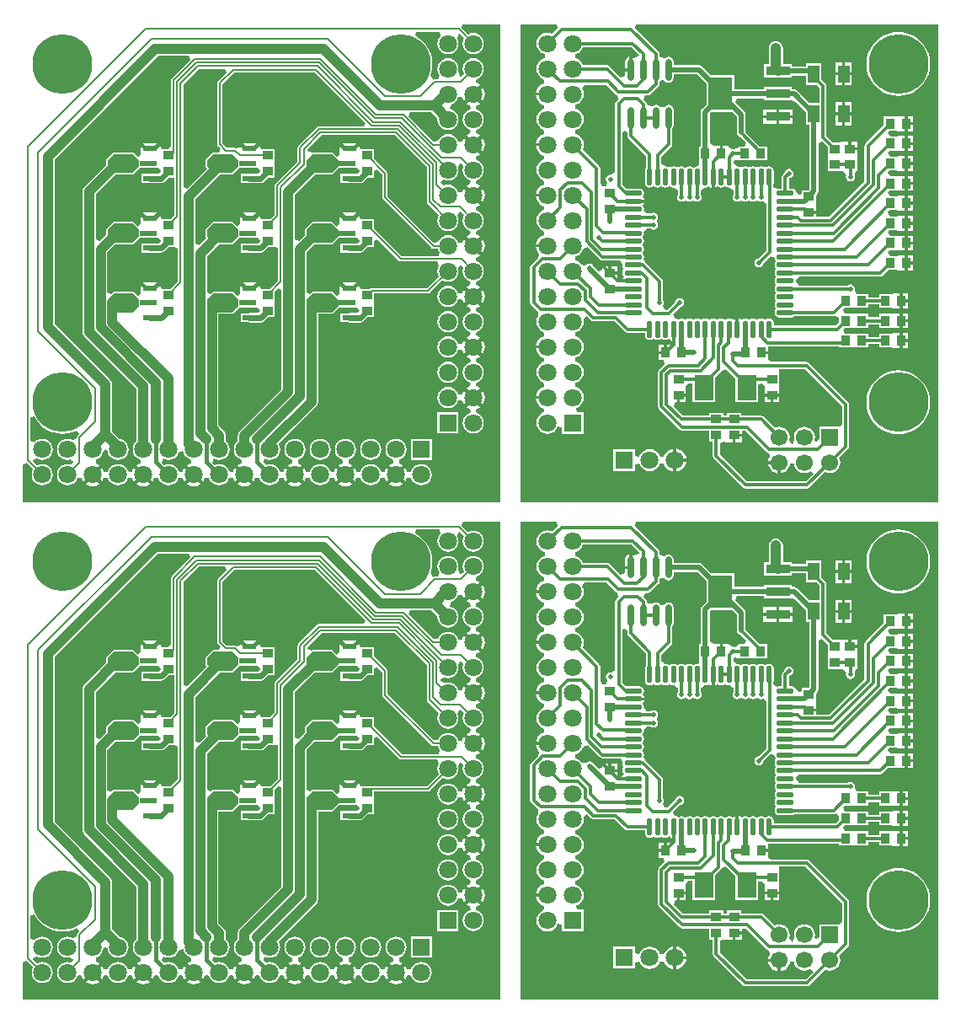
<source format=gtl>
G04 Layer_Physical_Order=1*
G04 Layer_Color=255*
%FSLAX25Y25*%
%MOIN*%
G70*
G01*
G75*
%ADD10R,0.03543X0.03937*%
%ADD11O,0.02165X0.06890*%
%ADD12O,0.06890X0.02165*%
%ADD13R,0.07480X0.10236*%
%ADD14R,0.09449X0.12992*%
%ADD15R,0.09449X0.03740*%
%ADD16O,0.02362X0.08661*%
%ADD17R,0.03937X0.03543*%
%ADD18R,0.04528X0.07087*%
%ADD19C,0.01181*%
%ADD20C,0.01969*%
%ADD21C,0.03937*%
%ADD22R,0.05512X0.02362*%
%ADD23R,0.07087X0.02362*%
%ADD24C,0.00787*%
%ADD25C,0.01575*%
%ADD26C,0.02362*%
%ADD27C,0.07087*%
%ADD28R,0.07087X0.07087*%
%ADD29R,0.07087X0.07087*%
%ADD30C,0.06693*%
%ADD31R,0.06693X0.06693*%
%ADD32C,0.23622*%
%ADD33C,0.01969*%
%ADD34C,0.05000*%
G36*
X232274Y99794D02*
X232730Y99489D01*
X233268Y99383D01*
X240133D01*
X240426Y99137D01*
X241237Y97808D01*
X241203Y97638D01*
X241349Y96908D01*
X241675Y96063D01*
X241349Y95218D01*
X241203Y94488D01*
X241349Y93759D01*
X241762Y93140D01*
X241148Y92151D01*
X239458Y91566D01*
X239188Y91707D01*
X239189Y91716D01*
X239189Y91717D01*
X239189Y91717D01*
Y93898D01*
X236221D01*
Y94488D01*
X235630D01*
Y97260D01*
X233252D01*
Y95770D01*
X231797Y95167D01*
X229625Y97339D01*
X229427Y97636D01*
X228841Y98027D01*
X228150Y98165D01*
X227458Y98027D01*
X226920Y97668D01*
X226860Y97634D01*
X226353Y97564D01*
X225122Y97676D01*
X224624Y98325D01*
X223720Y99019D01*
X222666Y99455D01*
Y101017D01*
X223720Y101453D01*
X224624Y102148D01*
X225318Y103052D01*
X225755Y104106D01*
X227415Y104653D01*
X232274Y99794D01*
D02*
G37*
G36*
X298219Y23810D02*
X298675Y23505D01*
X298798Y23481D01*
X299394Y22444D01*
X299511Y21824D01*
X299432Y21720D01*
X298994Y20662D01*
X298922Y20118D01*
X303228D01*
Y19528D01*
X303819D01*
Y15221D01*
X304363Y15293D01*
X305420Y15731D01*
X306328Y16428D01*
X307025Y17336D01*
X307463Y18393D01*
X307541Y18989D01*
X309130D01*
X309201Y18449D01*
X309617Y17443D01*
X310280Y16579D01*
X311144Y15917D01*
X312149Y15500D01*
X313228Y15358D01*
X314307Y15500D01*
X315313Y15917D01*
X315701Y16215D01*
X316742Y15028D01*
X313749Y12035D01*
X290346D01*
X279751Y22629D01*
Y27153D01*
X281326Y27721D01*
X282465Y27543D01*
Y27543D01*
X282589Y27543D01*
X284842D01*
Y30315D01*
X285433D01*
Y30906D01*
X288402D01*
Y32043D01*
X289976Y32053D01*
X298219Y23810D01*
D02*
G37*
G36*
X286383Y156339D02*
Y150000D01*
X286520Y149309D01*
X286912Y148723D01*
X287498Y148331D01*
X287964Y148239D01*
X290259Y145943D01*
X289656Y144488D01*
X287106D01*
Y144141D01*
X285677Y143424D01*
X285531Y143421D01*
X284941Y143539D01*
X284661Y143483D01*
X283452Y144167D01*
X283087Y144518D01*
Y144701D01*
X280906D01*
Y141732D01*
X279724D01*
Y144701D01*
X277543D01*
Y144701D01*
X277397Y144669D01*
X275836Y145728D01*
X275822Y145751D01*
Y157520D01*
X276374Y158071D01*
X284650D01*
X286383Y156339D01*
D02*
G37*
G36*
X297244Y162697D02*
X308268D01*
X308268Y162697D01*
Y162697D01*
X308268Y162697D01*
X309642Y162213D01*
X313878Y157977D01*
Y153150D01*
X315123D01*
Y130315D01*
Y127421D01*
X314965Y127264D01*
X312205D01*
Y125850D01*
X311371Y125533D01*
X309869Y126533D01*
X309833Y126714D01*
X309419Y127333D01*
X308801Y127746D01*
X308071Y127891D01*
X307114D01*
Y131898D01*
X307312Y132097D01*
X307778Y132190D01*
X308364Y132581D01*
X308755Y133167D01*
X308893Y133858D01*
X308755Y134550D01*
X308364Y135136D01*
X307778Y135527D01*
X307087Y135665D01*
X306395Y135527D01*
X305809Y135136D01*
X305418Y134550D01*
X305325Y134084D01*
X304715Y133474D01*
X304411Y133018D01*
X304304Y132480D01*
Y127891D01*
X303346D01*
X302617Y127746D01*
X302586Y127725D01*
X301011Y128474D01*
Y129575D01*
X301119Y130118D01*
Y134843D01*
X300974Y135572D01*
X300561Y136191D01*
X299942Y136604D01*
X299213Y136749D01*
X298483Y136604D01*
X297638Y136278D01*
X296793Y136604D01*
X296063Y136749D01*
X295333Y136604D01*
X294488Y136278D01*
X293643Y136604D01*
X292913Y136749D01*
X292184Y136604D01*
X291339Y136278D01*
X290493Y136604D01*
X289764Y136749D01*
X289034Y136604D01*
X288189Y136278D01*
X287344Y136604D01*
X286614Y136749D01*
X286444Y136715D01*
X285413Y137345D01*
X285394Y137395D01*
X285316Y138324D01*
X285518Y139123D01*
X285531Y139131D01*
X287106Y138976D01*
Y138977D01*
X292224D01*
X292224Y138976D01*
X293406D01*
Y138976D01*
X293799Y138977D01*
X298524D01*
Y144488D01*
X295688D01*
X289995Y150181D01*
Y157087D01*
X289858Y157778D01*
X289466Y158364D01*
X285857Y161973D01*
X286457Y163548D01*
X297244D01*
Y162697D01*
D02*
G37*
G36*
X285862Y52702D02*
Y43307D01*
X294917D01*
Y50583D01*
X296492Y50732D01*
X297503Y49382D01*
X297425Y48835D01*
X297425Y48316D01*
Y46654D01*
X303362D01*
Y48316D01*
X303362Y48835D01*
X303150Y50321D01*
Y54921D01*
X303150Y54921D01*
X303150D01*
X303215Y56469D01*
X313591D01*
X328123Y41938D01*
Y34921D01*
X327362Y33661D01*
X319094D01*
Y28730D01*
X317921Y27798D01*
X317256Y28449D01*
X317398Y29528D01*
X317256Y30607D01*
X316839Y31612D01*
X316177Y32476D01*
X315313Y33138D01*
X314307Y33555D01*
X313228Y33697D01*
X312149Y33555D01*
X311144Y33138D01*
X310280Y32476D01*
X309617Y31612D01*
X309201Y30607D01*
X309059Y29528D01*
X309201Y28449D01*
X308392Y26810D01*
X308228Y26764D01*
X308064Y26810D01*
X307256Y28449D01*
X307398Y29528D01*
X307256Y30607D01*
X306839Y31612D01*
X306177Y32476D01*
X305313Y33138D01*
X304308Y33555D01*
X303228Y33697D01*
X302149Y33555D01*
X301469Y33274D01*
X297135Y37608D01*
X296679Y37912D01*
X296142Y38019D01*
X288189D01*
Y39173D01*
X282677D01*
Y38019D01*
X281102D01*
Y39173D01*
X275591D01*
Y38019D01*
X265149D01*
X261452Y41717D01*
X262104Y43291D01*
X262795D01*
Y46063D01*
X263386D01*
Y46654D01*
X266354D01*
Y48316D01*
X266354Y48835D01*
X266276Y49382D01*
X267358Y50827D01*
X268933Y50861D01*
Y43307D01*
X277988D01*
Y53167D01*
X280186Y55365D01*
X280491Y55821D01*
X280495Y55842D01*
X282050Y56514D01*
X285862Y52702D01*
D02*
G37*
G36*
X238672Y165148D02*
X239037Y164904D01*
X239144Y164789D01*
X239572Y163334D01*
X239564Y163204D01*
X238770Y162411D01*
X238466Y161955D01*
X238359Y161417D01*
Y134388D01*
X238005Y134042D01*
X236784Y133348D01*
X236516Y133401D01*
X235824Y133263D01*
X235239Y132872D01*
X234847Y132286D01*
X234709Y131595D01*
X234847Y130903D01*
X235239Y130317D01*
X234741Y128756D01*
X233252D01*
X232409Y129982D01*
Y135768D01*
X232302Y136305D01*
X231997Y136761D01*
X225432Y143327D01*
X225755Y144106D01*
X225904Y145236D01*
X225755Y146367D01*
X225318Y147420D01*
X224624Y148325D01*
X223720Y149019D01*
X222666Y149455D01*
Y151017D01*
X223720Y151453D01*
X224624Y152148D01*
X225318Y153052D01*
X225755Y154106D01*
X225904Y155236D01*
X225755Y156367D01*
X225318Y157420D01*
X224624Y158325D01*
X223720Y159019D01*
X222666Y159456D01*
Y161017D01*
X223720Y161453D01*
X224624Y162148D01*
X225318Y163052D01*
X225755Y164106D01*
X225904Y165236D01*
X225755Y166367D01*
X225370Y167296D01*
X225549Y167805D01*
X226190Y168871D01*
X234950D01*
X238672Y165148D01*
D02*
G37*
G36*
X247809Y180814D02*
X247816Y180771D01*
X247413Y180307D01*
X246041Y179525D01*
X245320Y180007D01*
X245059Y180059D01*
Y174803D01*
X244468D01*
Y174213D01*
X242245D01*
Y172529D01*
X240670Y171877D01*
X236317Y176230D01*
X235861Y176534D01*
X235323Y176641D01*
X225641D01*
X225318Y177420D01*
X224624Y178325D01*
X223720Y179019D01*
X222666Y179455D01*
Y181017D01*
X223720Y181453D01*
X224624Y182148D01*
X225318Y183052D01*
X225641Y183831D01*
X244792D01*
X247809Y180814D01*
D02*
G37*
G36*
X243064Y150100D02*
Y148839D01*
X243170Y148301D01*
X243475Y147845D01*
X250564Y140757D01*
Y136106D01*
X250207Y135572D01*
X250062Y134843D01*
Y130118D01*
X250207Y129388D01*
X250620Y128770D01*
X251239Y128357D01*
X251969Y128211D01*
X252698Y128357D01*
X253543Y128682D01*
X254388Y128357D01*
X255118Y128211D01*
X255848Y128357D01*
X256693Y128682D01*
X257538Y128357D01*
X258268Y128211D01*
X258997Y128357D01*
X259842Y128682D01*
X260688Y128357D01*
X261417Y128211D01*
X261587Y128245D01*
X262917Y127435D01*
X263162Y127141D01*
Y125594D01*
X262898Y125199D01*
X262761Y124508D01*
X262898Y123817D01*
X263290Y123231D01*
X263876Y122839D01*
X264567Y122702D01*
X265258Y122839D01*
X266142Y123132D01*
X267025Y122839D01*
X267717Y122702D01*
X268408Y122839D01*
X269291Y123132D01*
X270175Y122839D01*
X270866Y122702D01*
X271557Y122839D01*
X272144Y123231D01*
X272535Y123817D01*
X272673Y124508D01*
X272535Y125199D01*
X272271Y125594D01*
Y127141D01*
X272516Y127435D01*
X273846Y128245D01*
X274016Y128211D01*
X274745Y128357D01*
X275364Y128770D01*
X276353Y128156D01*
X276575Y128112D01*
Y132480D01*
X277756D01*
Y128112D01*
X277978Y128156D01*
X278967Y128770D01*
X279585Y128357D01*
X280315Y128211D01*
X281045Y128357D01*
X281890Y128682D01*
X282735Y128357D01*
X283465Y128211D01*
X283634Y128245D01*
X284964Y127435D01*
X285209Y127141D01*
Y125594D01*
X284945Y125199D01*
X284808Y124508D01*
X284945Y123817D01*
X285337Y123231D01*
X285923Y122839D01*
X286614Y122702D01*
X287305Y122839D01*
X288189Y123132D01*
X289073Y122839D01*
X289764Y122702D01*
X290455Y122839D01*
X291339Y123132D01*
X292222Y122839D01*
X292913Y122702D01*
X293605Y122839D01*
X294488Y123132D01*
X295372Y122839D01*
X296063Y122702D01*
X296627Y122814D01*
X296825Y122794D01*
X298201Y121912D01*
Y103338D01*
X295050Y100187D01*
X294584Y100094D01*
X293998Y99703D01*
X293607Y99116D01*
X293469Y98425D01*
X293607Y97734D01*
X293998Y97148D01*
X294584Y96756D01*
X295276Y96619D01*
X295967Y96756D01*
X296553Y97148D01*
X296944Y97734D01*
X297037Y98200D01*
X299901Y101064D01*
X300765Y100909D01*
X300970Y100826D01*
X301508Y100444D01*
X301585Y100058D01*
X301911Y99213D01*
X301585Y98368D01*
X301440Y97638D01*
X301585Y96908D01*
X301911Y96063D01*
X301585Y95218D01*
X301440Y94488D01*
X301585Y93759D01*
X301998Y93140D01*
Y92687D01*
X301585Y92068D01*
X301440Y91339D01*
X301585Y90609D01*
X301911Y89764D01*
X301585Y88919D01*
X301440Y88189D01*
X301585Y87459D01*
X301998Y86841D01*
Y86388D01*
X301585Y85769D01*
X301440Y85039D01*
X301585Y84310D01*
X301911Y83465D01*
X301585Y82620D01*
X301440Y81890D01*
X301585Y81160D01*
X301911Y80315D01*
X301585Y79470D01*
X301440Y78740D01*
X301585Y78011D01*
X301998Y77392D01*
X302617Y76979D01*
X303346Y76833D01*
X308071D01*
X308801Y76979D01*
X309334Y77335D01*
X324803D01*
X325341Y77442D01*
X325394Y77478D01*
X326604Y77020D01*
X326969Y76692D01*
Y75019D01*
X325599Y73649D01*
X301119D01*
Y74606D01*
X300974Y75336D01*
X300561Y75955D01*
X299942Y76368D01*
X299213Y76513D01*
X298483Y76368D01*
X297638Y76042D01*
X296793Y76368D01*
X296063Y76513D01*
X295333Y76368D01*
X294488Y76042D01*
X293643Y76368D01*
X292913Y76513D01*
X292184Y76368D01*
X291339Y76042D01*
X290493Y76368D01*
X289764Y76513D01*
X289034Y76368D01*
X288416Y75955D01*
X287427Y76568D01*
X287205Y76612D01*
Y72244D01*
X286024D01*
Y76612D01*
X285802Y76568D01*
X284813Y75955D01*
X284194Y76368D01*
X283465Y76513D01*
X282735Y76368D01*
X281890Y76042D01*
X281045Y76368D01*
X280315Y76513D01*
X279585Y76368D01*
X278740Y76042D01*
X277895Y76368D01*
X277165Y76513D01*
X276436Y76368D01*
X275591Y76042D01*
X274745Y76368D01*
X274016Y76513D01*
X273286Y76368D01*
X272441Y76042D01*
X271596Y76368D01*
X270866Y76513D01*
X270136Y76368D01*
X269291Y76042D01*
X268446Y76368D01*
X267717Y76513D01*
X266987Y76368D01*
X266368Y75955D01*
X265915D01*
X265297Y76368D01*
X264567Y76513D01*
X263837Y76368D01*
X263403Y76078D01*
X262382Y76474D01*
X262230Y76568D01*
X262041Y76606D01*
X261932Y76648D01*
X261333Y78046D01*
X261321Y78232D01*
X264005Y80916D01*
X264471Y81008D01*
X265057Y81400D01*
X265448Y81986D01*
X265586Y82677D01*
X265448Y83368D01*
X265057Y83955D01*
X264471Y84346D01*
X263780Y84484D01*
X263088Y84346D01*
X262502Y83955D01*
X262111Y83368D01*
X262018Y82903D01*
X259028Y79913D01*
X257987Y80043D01*
X257594Y80706D01*
X257305Y81583D01*
X257574Y81986D01*
X257712Y82677D01*
X257574Y83368D01*
X257311Y83763D01*
Y90945D01*
X257204Y91483D01*
X256899Y91938D01*
X250206Y98631D01*
X249596Y100058D01*
X249741Y100787D01*
X249596Y101517D01*
X249183Y102136D01*
Y102589D01*
X249596Y103207D01*
X249741Y103937D01*
X249596Y104667D01*
X249270Y105512D01*
X249596Y106357D01*
X249741Y107087D01*
X249596Y107816D01*
X249270Y108661D01*
X249596Y109507D01*
X249741Y110236D01*
X249708Y110406D01*
X250518Y111736D01*
X250812Y111981D01*
X252359D01*
X252754Y111717D01*
X253445Y111580D01*
X254136Y111717D01*
X254722Y112109D01*
X255114Y112695D01*
X255251Y113386D01*
X255114Y114077D01*
X254722Y114663D01*
Y115258D01*
X255114Y115844D01*
X255251Y116535D01*
X255114Y117227D01*
X254722Y117813D01*
X254136Y118204D01*
X253445Y118342D01*
X252754Y118204D01*
X252359Y117940D01*
X250812D01*
X250518Y118186D01*
X249708Y119515D01*
X249741Y119685D01*
X249596Y120415D01*
X249183Y121033D01*
X249797Y122022D01*
X249841Y122244D01*
X245473D01*
Y123425D01*
X249841D01*
X249797Y123647D01*
X249183Y124636D01*
X249596Y125255D01*
X249741Y125984D01*
X249596Y126714D01*
X249183Y127333D01*
X248564Y127746D01*
X247835Y127891D01*
X243110D01*
X242685Y127806D01*
X241169Y129322D01*
Y150210D01*
X241868Y150690D01*
X243064Y150100D01*
D02*
G37*
G36*
X274410Y169493D02*
Y161216D01*
X272739Y159545D01*
X272347Y158959D01*
X272209Y158268D01*
Y144488D01*
X271457D01*
Y138977D01*
X271457D01*
X271600Y137402D01*
X270866Y136749D01*
X270136Y136604D01*
X269518Y136191D01*
X269065D01*
X268446Y136604D01*
X267717Y136749D01*
X266987Y136604D01*
X266368Y136191D01*
X265915D01*
X265297Y136604D01*
X264567Y136749D01*
X263837Y136604D01*
X262992Y136278D01*
X262147Y136604D01*
X261417Y136749D01*
X260688Y136604D01*
X259842Y136278D01*
X258997Y136604D01*
X258268Y136749D01*
X258098Y136715D01*
X256768Y137526D01*
X256523Y137820D01*
Y140363D01*
X260462Y144302D01*
X260767Y144758D01*
X260874Y145295D01*
Y151327D01*
X260888Y151337D01*
X261323Y151988D01*
X261476Y152756D01*
Y159055D01*
X261323Y159823D01*
X260888Y160474D01*
X260237Y160909D01*
X259469Y161062D01*
X258700Y160909D01*
X258049Y160474D01*
X257843Y160166D01*
X257305Y160045D01*
X256633D01*
X256094Y160166D01*
X255888Y160474D01*
X255237Y160909D01*
X254468Y161062D01*
X253700Y160909D01*
X253049Y160474D01*
X251464Y160688D01*
X250873Y161161D01*
X250766Y161699D01*
X250462Y162155D01*
X249455Y163162D01*
X250107Y164737D01*
X251378D01*
X251916Y164844D01*
X252371Y165148D01*
X255462Y168239D01*
X255767Y168695D01*
X255873Y169232D01*
Y170225D01*
X255888Y170234D01*
X256094Y170543D01*
X256633Y170664D01*
X257305D01*
X257843Y170543D01*
X258049Y170234D01*
X258700Y169799D01*
X259469Y169647D01*
X260237Y169799D01*
X260888Y170234D01*
X261323Y170886D01*
X261476Y171654D01*
Y172997D01*
X270905D01*
X274410Y169493D01*
D02*
G37*
G36*
X366142Y3937D02*
X200787D01*
Y192913D01*
X215081D01*
X215651Y191339D01*
X213445Y189133D01*
X212666Y189455D01*
X211536Y189604D01*
X210405Y189455D01*
X209351Y189019D01*
X208447Y188325D01*
X207753Y187420D01*
X207316Y186367D01*
X207167Y185236D01*
X207316Y184106D01*
X207753Y183052D01*
X208447Y182148D01*
X209351Y181453D01*
X210405Y181017D01*
Y179455D01*
X209351Y179019D01*
X208447Y178325D01*
X207753Y177420D01*
X207316Y176367D01*
X207167Y175236D01*
X207316Y174106D01*
X207753Y173052D01*
X208447Y172148D01*
X209351Y171453D01*
X210044Y171167D01*
X210146Y170665D01*
X210115Y169800D01*
X210053Y169540D01*
X209244Y169205D01*
X208295Y168477D01*
X207567Y167527D01*
X207109Y166422D01*
X207031Y165827D01*
X211536D01*
Y164646D01*
X207031D01*
X207109Y164050D01*
X207567Y162945D01*
X208295Y161996D01*
X209244Y161268D01*
X210053Y160933D01*
X210115Y160673D01*
X210146Y159808D01*
X210044Y159306D01*
X209351Y159019D01*
X208447Y158325D01*
X207753Y157420D01*
X207316Y156367D01*
X207167Y155236D01*
X207316Y154106D01*
X207753Y153052D01*
X208447Y152148D01*
X209351Y151453D01*
X210044Y151166D01*
X210146Y150665D01*
X210115Y149800D01*
X210053Y149540D01*
X209244Y149205D01*
X208295Y148477D01*
X207567Y147528D01*
X207109Y146422D01*
X207031Y145827D01*
X211536D01*
Y144646D01*
X207031D01*
X207109Y144050D01*
X207567Y142945D01*
X208295Y141996D01*
X209244Y141268D01*
X210053Y140933D01*
X210115Y140673D01*
X210146Y139808D01*
X210044Y139306D01*
X209351Y139019D01*
X208447Y138325D01*
X207753Y137420D01*
X207316Y136367D01*
X207167Y135236D01*
X207316Y134106D01*
X207753Y133052D01*
X208447Y132148D01*
X209351Y131453D01*
X210044Y131167D01*
X210146Y130665D01*
X210115Y129800D01*
X210053Y129540D01*
X209244Y129205D01*
X208295Y128477D01*
X207567Y127527D01*
X207109Y126422D01*
X207031Y125827D01*
X211536D01*
Y124646D01*
X207031D01*
X207109Y124050D01*
X207567Y122945D01*
X208295Y121996D01*
X209244Y121268D01*
X210053Y120933D01*
X210115Y120673D01*
X210146Y119808D01*
X210044Y119306D01*
X209351Y119019D01*
X208447Y118325D01*
X207753Y117420D01*
X207316Y116367D01*
X207167Y115236D01*
X207316Y114106D01*
X207753Y113052D01*
X208447Y112148D01*
X209351Y111453D01*
X210044Y111167D01*
X210146Y110665D01*
X210115Y109800D01*
X210053Y109540D01*
X209244Y109205D01*
X208295Y108477D01*
X207567Y107527D01*
X207109Y106422D01*
X207031Y105827D01*
X211536D01*
Y104646D01*
X207031D01*
X207109Y104050D01*
X207567Y102945D01*
X207834Y102597D01*
X208219Y101766D01*
X207768Y100415D01*
X205109Y97756D01*
X204804Y97301D01*
X204697Y96763D01*
Y82776D01*
X204804Y82238D01*
X205109Y81782D01*
X207425Y79466D01*
X207728Y79128D01*
X207778Y77513D01*
X207745Y77402D01*
X207316Y76367D01*
X207167Y75236D01*
X207316Y74106D01*
X207753Y73052D01*
X208447Y72148D01*
X209351Y71453D01*
X210044Y71166D01*
X210146Y70665D01*
X210115Y69800D01*
X210053Y69540D01*
X209244Y69205D01*
X208295Y68477D01*
X207567Y67528D01*
X207109Y66422D01*
X207031Y65827D01*
X211536D01*
Y64646D01*
X207031D01*
X207109Y64050D01*
X207567Y62945D01*
X208295Y61996D01*
X209244Y61268D01*
X210053Y60933D01*
X210115Y60673D01*
X210146Y59808D01*
X210044Y59306D01*
X209351Y59019D01*
X208447Y58325D01*
X207753Y57420D01*
X207316Y56367D01*
X207167Y55236D01*
X207316Y54106D01*
X207753Y53052D01*
X208447Y52148D01*
X209351Y51453D01*
X210044Y51166D01*
X210146Y50665D01*
X210115Y49800D01*
X210053Y49540D01*
X209244Y49205D01*
X208295Y48477D01*
X207567Y47528D01*
X207109Y46422D01*
X207031Y45827D01*
X211536D01*
Y44646D01*
X207031D01*
X207109Y44050D01*
X207567Y42945D01*
X208295Y41996D01*
X209244Y41268D01*
X210053Y40933D01*
X210115Y40673D01*
X210146Y39808D01*
X210044Y39306D01*
X209351Y39019D01*
X208447Y38325D01*
X207753Y37420D01*
X207316Y36367D01*
X207167Y35236D01*
X207316Y34106D01*
X207753Y33052D01*
X208447Y32148D01*
X209351Y31453D01*
X210405Y31017D01*
X211536Y30868D01*
X212666Y31017D01*
X213720Y31453D01*
X214624Y32148D01*
X215318Y33052D01*
X215630Y33805D01*
X217205Y33491D01*
Y30906D01*
X225866D01*
Y39567D01*
X223280D01*
X222967Y41142D01*
X223720Y41453D01*
X224624Y42148D01*
X225318Y43052D01*
X225755Y44106D01*
X225904Y45236D01*
X225755Y46367D01*
X225318Y47420D01*
X224624Y48325D01*
X223720Y49019D01*
X222666Y49455D01*
Y51017D01*
X223720Y51453D01*
X224624Y52148D01*
X225318Y53052D01*
X225755Y54106D01*
X225904Y55236D01*
X225755Y56367D01*
X225318Y57420D01*
X224624Y58325D01*
X223720Y59019D01*
X222666Y59456D01*
Y61017D01*
X223720Y61453D01*
X224624Y62148D01*
X225318Y63052D01*
X225755Y64106D01*
X225904Y65236D01*
X225755Y66367D01*
X225318Y67420D01*
X224624Y68325D01*
X223720Y69019D01*
X222666Y69455D01*
Y71017D01*
X223720Y71453D01*
X224624Y72148D01*
X225318Y73052D01*
X225755Y74106D01*
X225904Y75236D01*
X225755Y76367D01*
X225730Y76425D01*
X227065Y77317D01*
X228605Y75778D01*
X229060Y75474D01*
X229598Y75367D01*
X238099D01*
X242215Y71251D01*
X242671Y70946D01*
X243209Y70839D01*
X250062D01*
Y69882D01*
X250207Y69152D01*
X250620Y68534D01*
X251239Y68120D01*
X251969Y67975D01*
X252698Y68120D01*
X253543Y68446D01*
X254388Y68120D01*
X255118Y67975D01*
X255848Y68120D01*
X256693Y68446D01*
X257538Y68120D01*
X258268Y67975D01*
X258997Y68120D01*
X259616Y68534D01*
X260605Y67920D01*
X261175Y66227D01*
X261048Y65960D01*
X261039Y65961D01*
X260521Y65961D01*
X258858D01*
Y62992D01*
X258268D01*
Y62402D01*
X255496D01*
Y60024D01*
X257417D01*
X258009Y58449D01*
X255699Y56140D01*
X255395Y55684D01*
X255288Y55146D01*
Y41704D01*
X255395Y41167D01*
X255699Y40711D01*
X263939Y32471D01*
X264395Y32167D01*
X264933Y32060D01*
X275591D01*
Y27756D01*
X276941D01*
Y22047D01*
X277048Y21510D01*
X277353Y21054D01*
X288770Y9636D01*
X289226Y9332D01*
X289764Y9225D01*
X314331D01*
X314868Y9332D01*
X315324Y9636D01*
X321469Y15782D01*
X322149Y15500D01*
X323228Y15358D01*
X324307Y15500D01*
X325313Y15917D01*
X326177Y16579D01*
X326839Y17443D01*
X327256Y18449D01*
X327398Y19528D01*
X327256Y20607D01*
X326974Y21287D01*
X330521Y24833D01*
X330826Y25289D01*
X330932Y25827D01*
Y42520D01*
X330826Y43057D01*
X330521Y43513D01*
X315167Y58868D01*
X314711Y59172D01*
X314173Y59279D01*
X300101D01*
X298835Y60024D01*
Y62402D01*
X296063D01*
Y63583D01*
X298835D01*
Y65524D01*
X326969D01*
Y64961D01*
X331693D01*
X332087Y64961D01*
X333268D01*
X333662Y64961D01*
X338386D01*
Y66312D01*
X342717D01*
Y64961D01*
X347317D01*
X348803Y64748D01*
X349321Y64748D01*
X350984D01*
Y67717D01*
Y70685D01*
X349321D01*
X348803Y70685D01*
X347317Y70473D01*
X342717D01*
Y69122D01*
X338386D01*
Y70473D01*
X333662D01*
X333268Y70473D01*
X332087D01*
X331693Y70473D01*
X329352D01*
X328632Y72047D01*
X329241Y72835D01*
X331693D01*
X332087Y72835D01*
X333268D01*
X333662Y72835D01*
X338386D01*
Y74186D01*
X342717D01*
Y72835D01*
X347317D01*
X348803Y72622D01*
X349321Y72622D01*
X350984D01*
Y75591D01*
Y78559D01*
X349321D01*
X348803Y78559D01*
X347317Y78347D01*
X342717D01*
Y76996D01*
X338386D01*
Y78347D01*
X333662D01*
X333268Y78347D01*
X332087D01*
X331693Y78347D01*
X329352D01*
X328632Y79921D01*
X329241Y80709D01*
X331693D01*
X332087Y80709D01*
X333268D01*
X333662Y80709D01*
X338386D01*
Y82060D01*
X342717D01*
Y80709D01*
X347317D01*
X348803Y80496D01*
X349321Y80496D01*
X350984D01*
Y83465D01*
Y86433D01*
X349321D01*
X348803Y86433D01*
X347317Y86221D01*
X342717D01*
Y84870D01*
X338386D01*
Y86221D01*
X334107D01*
X333641Y86792D01*
X333113Y87731D01*
X333204Y88189D01*
X333067Y88880D01*
X332675Y89466D01*
X332089Y89858D01*
X331398Y89995D01*
X330706Y89858D01*
X330311Y89594D01*
X311048D01*
X310755Y89839D01*
X309944Y91169D01*
X309978Y91339D01*
X309944Y91509D01*
X310755Y92838D01*
X311048Y93083D01*
X343307D01*
X343845Y93190D01*
X344301Y93495D01*
X346475Y95669D01*
X349285D01*
X350772Y95457D01*
X351290Y95457D01*
X352953D01*
Y98425D01*
Y101394D01*
X351290D01*
X350772Y101394D01*
X349285Y101181D01*
X347069D01*
X346349Y102756D01*
X346958Y103543D01*
X349285D01*
X350772Y103331D01*
X351290Y103331D01*
X352953D01*
Y106299D01*
Y109268D01*
X351290D01*
X350772Y109268D01*
X349285Y109055D01*
X347069D01*
X346349Y110630D01*
X346958Y111417D01*
X349285D01*
X350772Y111205D01*
X351290Y111205D01*
X352953D01*
Y114173D01*
Y117142D01*
X351290D01*
X350772Y117142D01*
X349285Y116929D01*
X347069D01*
X346349Y118504D01*
X346958Y119291D01*
X349285D01*
X350772Y119079D01*
X351290Y119079D01*
X352953D01*
Y122047D01*
Y125016D01*
X351290D01*
X350772Y125016D01*
X349285Y124803D01*
X347069D01*
X346349Y126378D01*
X346958Y127165D01*
X349285D01*
X350772Y126953D01*
X351290Y126953D01*
X352953D01*
Y129921D01*
Y132890D01*
X351290D01*
X350772Y132890D01*
X349285Y132677D01*
X347069D01*
X346349Y134252D01*
X346958Y135039D01*
X349285D01*
X350772Y134827D01*
X351290Y134827D01*
X352953D01*
Y137795D01*
Y140764D01*
X351290D01*
X350772Y140764D01*
X349285Y140551D01*
X347069D01*
X346349Y142126D01*
X346958Y142913D01*
X349285D01*
X350772Y142701D01*
X351290Y142701D01*
X352953D01*
Y145669D01*
Y148638D01*
X351290D01*
X350772Y148638D01*
X349285Y148425D01*
X347069D01*
X346349Y150000D01*
X346958Y150787D01*
X349285D01*
X350772Y150575D01*
X351290Y150575D01*
X352953D01*
Y153543D01*
Y156512D01*
X351290D01*
X350772Y156512D01*
X349285Y156299D01*
X344685D01*
Y152971D01*
X337392Y145679D01*
X337088Y145223D01*
X336981Y144685D01*
Y130700D01*
X328843Y122563D01*
X322942Y116661D01*
X317929D01*
Y117815D01*
X314961D01*
Y118996D01*
X317929D01*
Y121177D01*
X317929Y121177D01*
X317929Y121177D01*
X317717Y122664D01*
Y124906D01*
X318206Y125396D01*
X318598Y125982D01*
X318736Y126673D01*
Y130315D01*
Y145850D01*
X320310Y146502D01*
X322441Y144371D01*
Y141437D01*
X322441Y141043D01*
Y139862D01*
X322441Y139469D01*
Y134744D01*
X327953D01*
Y134744D01*
X328543Y134744D01*
X329570Y133594D01*
X329729Y133172D01*
X329591Y132480D01*
X329729Y131789D01*
X330120Y131203D01*
X330706Y130812D01*
X331398Y130674D01*
X332089Y130812D01*
X332675Y131203D01*
X333067Y131789D01*
X333204Y132480D01*
X333067Y133172D01*
X333659Y134744D01*
X334055D01*
Y139344D01*
X334268Y140831D01*
X334268Y141349D01*
Y143012D01*
X331299D01*
Y143602D01*
X330709D01*
Y146374D01*
X329439D01*
X328331Y146374D01*
X326844Y146161D01*
X324625D01*
X321976Y148810D01*
Y168406D01*
X321869Y168943D01*
X321564Y169399D01*
X319980Y170983D01*
Y177559D01*
X313878D01*
Y176216D01*
X308268D01*
Y177067D01*
X304748D01*
Y183465D01*
X304654Y184184D01*
X304376Y184854D01*
X303934Y185430D01*
X303358Y185872D01*
X302688Y186150D01*
X301969Y186244D01*
X301249Y186150D01*
X300579Y185872D01*
X300003Y185430D01*
X299561Y184854D01*
X299284Y184184D01*
X299189Y183465D01*
Y177067D01*
X297244D01*
Y171752D01*
X301970D01*
X302036Y171725D01*
X302756Y171630D01*
X303475Y171725D01*
X303542Y171752D01*
X308268D01*
Y172603D01*
X313878D01*
Y168898D01*
X318092D01*
X319166Y167824D01*
Y161811D01*
X315153D01*
X310332Y166632D01*
X309746Y167023D01*
X309055Y167161D01*
X308268D01*
Y168012D01*
X297244D01*
Y167161D01*
X285433D01*
Y172638D01*
X276374D01*
X272931Y176081D01*
X272345Y176472D01*
X271654Y176610D01*
X261476D01*
Y177953D01*
X261323Y178721D01*
X260888Y179372D01*
X260237Y179807D01*
X259469Y179960D01*
X258700Y179807D01*
X258049Y179372D01*
X256478Y179656D01*
X255873Y180203D01*
Y180965D01*
X255767Y181502D01*
X255462Y181958D01*
X246081Y191339D01*
X246651Y192913D01*
X366142D01*
Y3937D01*
D02*
G37*
%LPC*%
G36*
X352165Y86433D02*
Y84055D01*
X354346D01*
Y86433D01*
X352165D01*
D02*
G37*
G36*
X354346Y82874D02*
X352165D01*
Y80496D01*
X354346D01*
Y82874D01*
D02*
G37*
G36*
X356315Y105709D02*
X354134D01*
Y103331D01*
X356315D01*
Y105709D01*
D02*
G37*
G36*
X354134Y109268D02*
Y106890D01*
X356315D01*
Y109268D01*
X354134D01*
D02*
G37*
G36*
X356315Y113583D02*
X354134D01*
Y111205D01*
X356315D01*
Y113583D01*
D02*
G37*
G36*
X239189Y97260D02*
X236811D01*
Y95079D01*
X239189D01*
Y97260D01*
D02*
G37*
G36*
X356315Y97835D02*
X354134D01*
Y95457D01*
X356315D01*
Y97835D01*
D02*
G37*
G36*
X354134Y101394D02*
Y99016D01*
X356315D01*
Y101394D01*
X354134D01*
D02*
G37*
G36*
X352165Y78559D02*
Y76181D01*
X354346D01*
Y78559D01*
X352165D01*
D02*
G37*
G36*
X261378Y24977D02*
X260783Y24899D01*
X259677Y24441D01*
X258728Y23713D01*
X258000Y22764D01*
X257665Y21955D01*
X257405Y21893D01*
X256540Y21862D01*
X256038Y21964D01*
X255751Y22657D01*
X255057Y23561D01*
X254153Y24255D01*
X253099Y24692D01*
X251969Y24841D01*
X250838Y24692D01*
X249784Y24255D01*
X248880Y23561D01*
X248186Y22657D01*
X247874Y21904D01*
X246299Y22217D01*
Y24803D01*
X237638D01*
Y16142D01*
X246299D01*
Y18728D01*
X247874Y19041D01*
X248186Y18289D01*
X248880Y17384D01*
X249784Y16690D01*
X250838Y16253D01*
X251969Y16104D01*
X253099Y16253D01*
X254153Y16690D01*
X255057Y17384D01*
X255751Y18289D01*
X256038Y18981D01*
X256540Y19083D01*
X257405Y19052D01*
X257665Y18990D01*
X258000Y18181D01*
X258728Y17232D01*
X259677Y16504D01*
X260783Y16046D01*
X261378Y15968D01*
Y20472D01*
Y24977D01*
D02*
G37*
G36*
X288402Y29724D02*
X286024D01*
Y27543D01*
X288402D01*
Y29724D01*
D02*
G37*
G36*
X350394Y55945D02*
X348417Y55789D01*
X346489Y55326D01*
X344656Y54567D01*
X342966Y53531D01*
X341458Y52243D01*
X340170Y50735D01*
X339134Y49044D01*
X338375Y47212D01*
X337912Y45284D01*
X337756Y43307D01*
X337912Y41330D01*
X338375Y39402D01*
X339134Y37570D01*
X340170Y35879D01*
X341458Y34371D01*
X342966Y33083D01*
X344656Y32047D01*
X346489Y31288D01*
X348417Y30825D01*
X350394Y30670D01*
X352371Y30825D01*
X354299Y31288D01*
X356131Y32047D01*
X357822Y33083D01*
X359330Y34371D01*
X360618Y35879D01*
X361654Y37570D01*
X362413Y39402D01*
X362876Y41330D01*
X363031Y43307D01*
X362876Y45284D01*
X362413Y47212D01*
X361654Y49044D01*
X360618Y50735D01*
X359330Y52243D01*
X357822Y53531D01*
X356131Y54567D01*
X354299Y55326D01*
X352371Y55789D01*
X350394Y55945D01*
D02*
G37*
G36*
X302638Y18937D02*
X298922D01*
X298994Y18393D01*
X299432Y17336D01*
X300128Y16428D01*
X301036Y15731D01*
X302094Y15293D01*
X302638Y15221D01*
Y18937D01*
D02*
G37*
G36*
X266473Y19882D02*
X262559D01*
Y15968D01*
X263155Y16046D01*
X264260Y16504D01*
X265209Y17232D01*
X265937Y18181D01*
X266395Y19286D01*
X266473Y19882D01*
D02*
G37*
G36*
X262559Y24977D02*
Y21063D01*
X266473D01*
X266395Y21658D01*
X265937Y22764D01*
X265209Y23713D01*
X264260Y24441D01*
X263155Y24899D01*
X262559Y24977D01*
D02*
G37*
G36*
X266354Y45472D02*
X263976D01*
Y43291D01*
X266354D01*
Y45472D01*
D02*
G37*
G36*
X354346Y67126D02*
X352165D01*
Y64748D01*
X354346D01*
Y67126D01*
D02*
G37*
G36*
X352165Y70685D02*
Y68307D01*
X354346D01*
Y70685D01*
X352165D01*
D02*
G37*
G36*
X354346Y75000D02*
X352165D01*
Y72622D01*
X354346D01*
Y75000D01*
D02*
G37*
G36*
X299803Y45472D02*
X297425D01*
Y43291D01*
X299803D01*
Y45472D01*
D02*
G37*
G36*
X303362D02*
X300984D01*
Y43291D01*
X303362D01*
Y45472D01*
D02*
G37*
G36*
X257677Y65961D02*
X255496D01*
Y63583D01*
X257677D01*
Y65961D01*
D02*
G37*
G36*
X302165Y159169D02*
X297031D01*
Y156890D01*
X302165D01*
Y159169D01*
D02*
G37*
G36*
X308480D02*
X303346D01*
Y156890D01*
X308480D01*
Y159169D01*
D02*
G37*
G36*
X328150Y162024D02*
X325476D01*
Y158071D01*
X328150D01*
Y162024D01*
D02*
G37*
G36*
X302165Y155709D02*
X297031D01*
Y153429D01*
X302165D01*
Y155709D01*
D02*
G37*
G36*
X308480D02*
X303346D01*
Y153429D01*
X308480D01*
Y155709D01*
D02*
G37*
G36*
X354134Y156512D02*
Y154134D01*
X356315D01*
Y156512D01*
X354134D01*
D02*
G37*
G36*
X332004Y162024D02*
X329331D01*
Y158071D01*
X332004D01*
Y162024D01*
D02*
G37*
G36*
X328150Y177772D02*
X325476D01*
Y173819D01*
X328150D01*
Y177772D01*
D02*
G37*
G36*
X332004D02*
X329331D01*
Y173819D01*
X332004D01*
Y177772D01*
D02*
G37*
G36*
X243878Y180059D02*
X243618Y180007D01*
X242896Y179525D01*
X242414Y178804D01*
X242245Y177953D01*
Y175394D01*
X243878D01*
Y180059D01*
D02*
G37*
G36*
X350394Y189803D02*
X348417Y189647D01*
X346489Y189184D01*
X344656Y188425D01*
X342966Y187389D01*
X341458Y186101D01*
X340170Y184593D01*
X339134Y182903D01*
X338375Y181071D01*
X337912Y179142D01*
X337756Y177165D01*
X337912Y175189D01*
X338375Y173260D01*
X339134Y171428D01*
X340170Y169737D01*
X341458Y168229D01*
X342966Y166942D01*
X344656Y165905D01*
X346489Y165147D01*
X348417Y164684D01*
X350394Y164528D01*
X352371Y164684D01*
X354299Y165147D01*
X356131Y165905D01*
X357822Y166942D01*
X359330Y168229D01*
X360618Y169737D01*
X361654Y171428D01*
X362413Y173260D01*
X362876Y175189D01*
X363031Y177165D01*
X362876Y179142D01*
X362413Y181071D01*
X361654Y182903D01*
X360618Y184593D01*
X359330Y186101D01*
X357822Y187389D01*
X356131Y188425D01*
X354299Y189184D01*
X352371Y189647D01*
X350394Y189803D01*
D02*
G37*
G36*
X328150Y172638D02*
X325476D01*
Y168685D01*
X328150D01*
Y172638D01*
D02*
G37*
G36*
X332004D02*
X329331D01*
Y168685D01*
X332004D01*
Y172638D01*
D02*
G37*
G36*
X356315Y129331D02*
X354134D01*
Y126953D01*
X356315D01*
Y129331D01*
D02*
G37*
G36*
X354134Y132890D02*
Y130512D01*
X356315D01*
Y132890D01*
X354134D01*
D02*
G37*
G36*
X356315Y137205D02*
X354134D01*
Y134827D01*
X356315D01*
Y137205D01*
D02*
G37*
G36*
X354134Y117142D02*
Y114764D01*
X356315D01*
Y117142D01*
X354134D01*
D02*
G37*
G36*
X356315Y121457D02*
X354134D01*
Y119079D01*
X356315D01*
Y121457D01*
D02*
G37*
G36*
X354134Y125016D02*
Y122638D01*
X356315D01*
Y125016D01*
X354134D01*
D02*
G37*
G36*
Y140764D02*
Y138386D01*
X356315D01*
Y140764D01*
X354134D01*
D02*
G37*
G36*
X356315Y152953D02*
X354134D01*
Y150575D01*
X356315D01*
Y152953D01*
D02*
G37*
G36*
X328150Y156890D02*
X325476D01*
Y152937D01*
X328150D01*
Y156890D01*
D02*
G37*
G36*
X332004D02*
X329331D01*
Y152937D01*
X332004D01*
Y156890D01*
D02*
G37*
G36*
X356315Y145079D02*
X354134D01*
Y142701D01*
X356315D01*
Y145079D01*
D02*
G37*
G36*
X331890Y146374D02*
Y144193D01*
X334268D01*
Y146374D01*
X331890D01*
D02*
G37*
G36*
X354134Y148638D02*
Y146260D01*
X356315D01*
Y148638D01*
X354134D01*
D02*
G37*
%LPD*%
G36*
X232274Y296644D02*
X232730Y296340D01*
X233268Y296233D01*
X240133D01*
X240426Y295988D01*
X241237Y294658D01*
X241203Y294488D01*
X241349Y293759D01*
X241675Y292914D01*
X241349Y292068D01*
X241203Y291339D01*
X241349Y290609D01*
X241762Y289990D01*
X241148Y289002D01*
X239458Y288416D01*
X239188Y288557D01*
X239189Y288567D01*
X239189Y288567D01*
X239189Y288567D01*
Y290748D01*
X236221D01*
Y291339D01*
X235630D01*
Y294110D01*
X233252D01*
Y292620D01*
X231797Y292017D01*
X229625Y294189D01*
X229427Y294486D01*
X228841Y294878D01*
X228150Y295015D01*
X227458Y294878D01*
X226920Y294518D01*
X226860Y294484D01*
X226353Y294414D01*
X225122Y294527D01*
X224624Y295175D01*
X223720Y295869D01*
X222666Y296306D01*
Y297867D01*
X223720Y298304D01*
X224624Y298998D01*
X225318Y299903D01*
X225755Y300956D01*
X227415Y301503D01*
X232274Y296644D01*
D02*
G37*
G36*
X298219Y220660D02*
X298675Y220356D01*
X298798Y220331D01*
X299394Y219295D01*
X299511Y218674D01*
X299432Y218570D01*
X298994Y217513D01*
X298922Y216969D01*
X303228D01*
Y216378D01*
X303819D01*
Y212072D01*
X304363Y212143D01*
X305420Y212581D01*
X306328Y213278D01*
X307025Y214186D01*
X307463Y215243D01*
X307541Y215839D01*
X309130D01*
X309201Y215299D01*
X309617Y214293D01*
X310280Y213430D01*
X311144Y212767D01*
X312149Y212351D01*
X313228Y212209D01*
X314307Y212351D01*
X315313Y212767D01*
X315701Y213065D01*
X316742Y211878D01*
X313749Y208885D01*
X290346D01*
X279751Y219480D01*
Y224004D01*
X281326Y224571D01*
X282465Y224394D01*
Y224394D01*
X282589Y224394D01*
X284842D01*
Y227165D01*
X285433D01*
Y227756D01*
X288402D01*
Y228893D01*
X289976Y228903D01*
X298219Y220660D01*
D02*
G37*
G36*
X286383Y353189D02*
Y346850D01*
X286520Y346159D01*
X286912Y345573D01*
X287498Y345182D01*
X287964Y345089D01*
X290259Y342794D01*
X289656Y341339D01*
X287106D01*
Y340991D01*
X285677Y340274D01*
X285531Y340272D01*
X284941Y340389D01*
X284661Y340334D01*
X283452Y341018D01*
X283087Y341369D01*
Y341551D01*
X280906D01*
Y338583D01*
X279724D01*
Y341551D01*
X277543D01*
Y341551D01*
X277397Y341519D01*
X275836Y342578D01*
X275822Y342602D01*
Y354370D01*
X276374Y354921D01*
X284650D01*
X286383Y353189D01*
D02*
G37*
G36*
X297244Y359547D02*
X308268D01*
X308268Y359547D01*
Y359547D01*
X308268Y359547D01*
X309642Y359063D01*
X313878Y354827D01*
Y350000D01*
X315123D01*
Y327165D01*
Y324272D01*
X314965Y324114D01*
X312205D01*
Y322700D01*
X311371Y322383D01*
X309869Y323383D01*
X309833Y323564D01*
X309419Y324183D01*
X308801Y324596D01*
X308071Y324741D01*
X307114D01*
Y328749D01*
X307312Y328947D01*
X307778Y329040D01*
X308364Y329431D01*
X308755Y330017D01*
X308893Y330709D01*
X308755Y331400D01*
X308364Y331986D01*
X307778Y332378D01*
X307087Y332515D01*
X306395Y332378D01*
X305809Y331986D01*
X305418Y331400D01*
X305325Y330934D01*
X304715Y330324D01*
X304411Y329868D01*
X304304Y329331D01*
Y324741D01*
X303346D01*
X302617Y324596D01*
X302586Y324576D01*
X301011Y325325D01*
Y326425D01*
X301119Y326969D01*
Y331693D01*
X300974Y332423D01*
X300561Y333041D01*
X299942Y333455D01*
X299213Y333600D01*
X298483Y333455D01*
X297638Y333129D01*
X296793Y333455D01*
X296063Y333600D01*
X295333Y333455D01*
X294488Y333129D01*
X293643Y333455D01*
X292913Y333600D01*
X292184Y333455D01*
X291339Y333129D01*
X290493Y333455D01*
X289764Y333600D01*
X289034Y333455D01*
X288189Y333129D01*
X287344Y333455D01*
X286614Y333600D01*
X286444Y333566D01*
X285413Y334195D01*
X285394Y334246D01*
X285316Y335175D01*
X285518Y335973D01*
X285531Y335981D01*
X287106Y335827D01*
Y335827D01*
X292224D01*
X292224Y335827D01*
X293406D01*
Y335827D01*
X293799Y335827D01*
X298524D01*
Y341339D01*
X295688D01*
X289995Y347031D01*
Y353937D01*
X289858Y354628D01*
X289466Y355214D01*
X285857Y358824D01*
X286457Y360398D01*
X297244D01*
Y359547D01*
D02*
G37*
G36*
X285862Y249552D02*
Y240158D01*
X294917D01*
Y247434D01*
X296492Y247583D01*
X297503Y246233D01*
X297425Y245685D01*
X297425Y245167D01*
Y243504D01*
X303362D01*
Y245167D01*
X303362Y245685D01*
X303150Y247172D01*
Y251772D01*
X303150Y251772D01*
X303150D01*
X303215Y253320D01*
X313591D01*
X328123Y238788D01*
Y231772D01*
X327362Y230512D01*
X319094D01*
Y225581D01*
X317921Y224648D01*
X317256Y225299D01*
X317398Y226378D01*
X317256Y227457D01*
X316839Y228463D01*
X316177Y229326D01*
X315313Y229989D01*
X314307Y230405D01*
X313228Y230547D01*
X312149Y230405D01*
X311144Y229989D01*
X310280Y229326D01*
X309617Y228463D01*
X309201Y227457D01*
X309059Y226378D01*
X309201Y225299D01*
X308392Y223660D01*
X308228Y223614D01*
X308064Y223660D01*
X307256Y225299D01*
X307398Y226378D01*
X307256Y227457D01*
X306839Y228463D01*
X306177Y229326D01*
X305313Y229989D01*
X304308Y230405D01*
X303228Y230547D01*
X302149Y230405D01*
X301469Y230124D01*
X297135Y234458D01*
X296679Y234763D01*
X296142Y234870D01*
X288189D01*
Y236024D01*
X282677D01*
Y234870D01*
X281102D01*
Y236024D01*
X275591D01*
Y234870D01*
X265149D01*
X261452Y238567D01*
X262104Y240142D01*
X262795D01*
Y242914D01*
X263386D01*
Y243504D01*
X266354D01*
Y245167D01*
X266354Y245685D01*
X266276Y246233D01*
X267358Y247677D01*
X268933Y247711D01*
Y240158D01*
X277988D01*
Y250017D01*
X280186Y252215D01*
X280491Y252671D01*
X280495Y252693D01*
X282050Y253364D01*
X285862Y249552D01*
D02*
G37*
G36*
X238672Y361999D02*
X239037Y361755D01*
X239144Y361640D01*
X239572Y360185D01*
X239564Y360055D01*
X238770Y359261D01*
X238466Y358805D01*
X238359Y358268D01*
Y331238D01*
X238005Y330892D01*
X236784Y330198D01*
X236516Y330251D01*
X235824Y330114D01*
X235239Y329722D01*
X234847Y329136D01*
X234709Y328445D01*
X234847Y327754D01*
X235239Y327168D01*
X234741Y325606D01*
X233252D01*
X232409Y326832D01*
Y332618D01*
X232302Y333156D01*
X231997Y333612D01*
X225432Y340177D01*
X225755Y340956D01*
X225904Y342087D01*
X225755Y343217D01*
X225318Y344271D01*
X224624Y345175D01*
X223720Y345869D01*
X222666Y346306D01*
Y347867D01*
X223720Y348304D01*
X224624Y348998D01*
X225318Y349903D01*
X225755Y350956D01*
X225904Y352087D01*
X225755Y353217D01*
X225318Y354271D01*
X224624Y355175D01*
X223720Y355870D01*
X222666Y356306D01*
Y357868D01*
X223720Y358304D01*
X224624Y358998D01*
X225318Y359903D01*
X225755Y360956D01*
X225904Y362087D01*
X225755Y363217D01*
X225370Y364146D01*
X225549Y364655D01*
X226190Y365721D01*
X234950D01*
X238672Y361999D01*
D02*
G37*
G36*
X247809Y377665D02*
X247816Y377621D01*
X247413Y377157D01*
X246041Y376376D01*
X245320Y376858D01*
X245059Y376910D01*
Y371654D01*
X244468D01*
Y371063D01*
X242245D01*
Y369379D01*
X240670Y368727D01*
X236317Y373080D01*
X235861Y373385D01*
X235323Y373492D01*
X225641D01*
X225318Y374271D01*
X224624Y375175D01*
X223720Y375869D01*
X222666Y376306D01*
Y377868D01*
X223720Y378304D01*
X224624Y378998D01*
X225318Y379903D01*
X225641Y380682D01*
X244792D01*
X247809Y377665D01*
D02*
G37*
G36*
X243064Y346950D02*
Y345689D01*
X243170Y345151D01*
X243475Y344696D01*
X250564Y337607D01*
Y332956D01*
X250207Y332423D01*
X250062Y331693D01*
Y326969D01*
X250207Y326239D01*
X250620Y325620D01*
X251239Y325207D01*
X251969Y325062D01*
X252698Y325207D01*
X253543Y325533D01*
X254388Y325207D01*
X255118Y325062D01*
X255848Y325207D01*
X256693Y325533D01*
X257538Y325207D01*
X258268Y325062D01*
X258997Y325207D01*
X259842Y325533D01*
X260688Y325207D01*
X261417Y325062D01*
X261587Y325096D01*
X262917Y324285D01*
X263162Y323991D01*
Y322445D01*
X262898Y322050D01*
X262761Y321358D01*
X262898Y320667D01*
X263290Y320081D01*
X263876Y319689D01*
X264567Y319552D01*
X265258Y319689D01*
X266142Y319982D01*
X267025Y319689D01*
X267717Y319552D01*
X268408Y319689D01*
X269291Y319982D01*
X270175Y319689D01*
X270866Y319552D01*
X271557Y319689D01*
X272144Y320081D01*
X272535Y320667D01*
X272673Y321358D01*
X272535Y322050D01*
X272271Y322445D01*
Y323991D01*
X272516Y324285D01*
X273846Y325096D01*
X274016Y325062D01*
X274745Y325207D01*
X275364Y325620D01*
X276353Y325007D01*
X276575Y324963D01*
Y329331D01*
X277756D01*
Y324963D01*
X277978Y325007D01*
X278967Y325620D01*
X279585Y325207D01*
X280315Y325062D01*
X281045Y325207D01*
X281890Y325533D01*
X282735Y325207D01*
X283465Y325062D01*
X283634Y325096D01*
X284964Y324285D01*
X285209Y323991D01*
Y322445D01*
X284945Y322050D01*
X284808Y321358D01*
X284945Y320667D01*
X285337Y320081D01*
X285923Y319689D01*
X286614Y319552D01*
X287305Y319689D01*
X288189Y319982D01*
X289073Y319689D01*
X289764Y319552D01*
X290455Y319689D01*
X291339Y319982D01*
X292222Y319689D01*
X292913Y319552D01*
X293605Y319689D01*
X294488Y319982D01*
X295372Y319689D01*
X296063Y319552D01*
X296627Y319664D01*
X296825Y319644D01*
X298201Y318762D01*
Y300188D01*
X295050Y297037D01*
X294584Y296944D01*
X293998Y296553D01*
X293607Y295967D01*
X293469Y295276D01*
X293607Y294584D01*
X293998Y293998D01*
X294584Y293607D01*
X295276Y293469D01*
X295967Y293607D01*
X296553Y293998D01*
X296944Y294584D01*
X297037Y295050D01*
X299901Y297914D01*
X300765Y297759D01*
X300970Y297677D01*
X301508Y297294D01*
X301585Y296908D01*
X301911Y296063D01*
X301585Y295218D01*
X301440Y294488D01*
X301585Y293759D01*
X301911Y292914D01*
X301585Y292068D01*
X301440Y291339D01*
X301585Y290609D01*
X301998Y289990D01*
Y289537D01*
X301585Y288919D01*
X301440Y288189D01*
X301585Y287459D01*
X301911Y286614D01*
X301585Y285769D01*
X301440Y285039D01*
X301585Y284310D01*
X301998Y283691D01*
Y283238D01*
X301585Y282620D01*
X301440Y281890D01*
X301585Y281160D01*
X301911Y280315D01*
X301585Y279470D01*
X301440Y278740D01*
X301585Y278011D01*
X301911Y277165D01*
X301585Y276320D01*
X301440Y275591D01*
X301585Y274861D01*
X301998Y274242D01*
X302617Y273829D01*
X303346Y273684D01*
X308071D01*
X308801Y273829D01*
X309334Y274186D01*
X324803D01*
X325341Y274293D01*
X325394Y274328D01*
X326604Y273870D01*
X326969Y273542D01*
Y271869D01*
X325599Y270499D01*
X301119D01*
Y271457D01*
X300974Y272186D01*
X300561Y272805D01*
X299942Y273218D01*
X299213Y273363D01*
X298483Y273218D01*
X297638Y272892D01*
X296793Y273218D01*
X296063Y273363D01*
X295333Y273218D01*
X294488Y272892D01*
X293643Y273218D01*
X292913Y273363D01*
X292184Y273218D01*
X291339Y272892D01*
X290493Y273218D01*
X289764Y273363D01*
X289034Y273218D01*
X288416Y272805D01*
X287427Y273419D01*
X287205Y273463D01*
Y269095D01*
X286024D01*
Y273463D01*
X285802Y273419D01*
X284813Y272805D01*
X284194Y273218D01*
X283465Y273363D01*
X282735Y273218D01*
X281890Y272892D01*
X281045Y273218D01*
X280315Y273363D01*
X279585Y273218D01*
X278740Y272892D01*
X277895Y273218D01*
X277165Y273363D01*
X276436Y273218D01*
X275591Y272892D01*
X274745Y273218D01*
X274016Y273363D01*
X273286Y273218D01*
X272441Y272892D01*
X271596Y273218D01*
X270866Y273363D01*
X270136Y273218D01*
X269291Y272892D01*
X268446Y273218D01*
X267717Y273363D01*
X266987Y273218D01*
X266368Y272805D01*
X265915D01*
X265297Y273218D01*
X264567Y273363D01*
X263837Y273218D01*
X263403Y272929D01*
X262382Y273324D01*
X262230Y273419D01*
X262041Y273456D01*
X261932Y273498D01*
X261333Y274896D01*
X261321Y275083D01*
X264005Y277766D01*
X264471Y277859D01*
X265057Y278250D01*
X265448Y278836D01*
X265586Y279528D01*
X265448Y280219D01*
X265057Y280805D01*
X264471Y281196D01*
X263780Y281334D01*
X263088Y281196D01*
X262502Y280805D01*
X262111Y280219D01*
X262018Y279753D01*
X259028Y276763D01*
X257987Y276893D01*
X257594Y277556D01*
X257305Y278433D01*
X257574Y278836D01*
X257712Y279528D01*
X257574Y280219D01*
X257311Y280614D01*
Y287795D01*
X257204Y288333D01*
X256899Y288789D01*
X250206Y295482D01*
X249596Y296908D01*
X249741Y297638D01*
X249596Y298368D01*
X249183Y298986D01*
Y299439D01*
X249596Y300058D01*
X249741Y300787D01*
X249596Y301517D01*
X249270Y302362D01*
X249596Y303207D01*
X249741Y303937D01*
X249596Y304667D01*
X249270Y305512D01*
X249596Y306357D01*
X249741Y307087D01*
X249708Y307257D01*
X250518Y308586D01*
X250812Y308831D01*
X252359D01*
X252754Y308567D01*
X253445Y308430D01*
X254136Y308567D01*
X254722Y308959D01*
X255114Y309545D01*
X255251Y310236D01*
X255114Y310928D01*
X254722Y311514D01*
Y312109D01*
X255114Y312695D01*
X255251Y313386D01*
X255114Y314077D01*
X254722Y314663D01*
X254136Y315055D01*
X253445Y315192D01*
X252754Y315055D01*
X252359Y314791D01*
X250812D01*
X250518Y315036D01*
X249708Y316366D01*
X249741Y316535D01*
X249596Y317265D01*
X249183Y317884D01*
X249797Y318872D01*
X249841Y319095D01*
X245473D01*
Y320276D01*
X249841D01*
X249797Y320498D01*
X249183Y321486D01*
X249596Y322105D01*
X249741Y322835D01*
X249596Y323564D01*
X249183Y324183D01*
X248564Y324596D01*
X247835Y324741D01*
X243110D01*
X242685Y324657D01*
X241169Y326173D01*
Y347060D01*
X241868Y347541D01*
X243064Y346950D01*
D02*
G37*
G36*
X274410Y366343D02*
Y358066D01*
X272739Y356396D01*
X272347Y355809D01*
X272209Y355118D01*
Y341339D01*
X271457D01*
Y335827D01*
X271457D01*
X271600Y334252D01*
X270866Y333600D01*
X270136Y333455D01*
X269518Y333041D01*
X269065D01*
X268446Y333455D01*
X267717Y333600D01*
X266987Y333455D01*
X266368Y333041D01*
X265915D01*
X265297Y333455D01*
X264567Y333600D01*
X263837Y333455D01*
X262992Y333129D01*
X262147Y333455D01*
X261417Y333600D01*
X260688Y333455D01*
X259842Y333129D01*
X258997Y333455D01*
X258268Y333600D01*
X258098Y333566D01*
X256768Y334377D01*
X256523Y334670D01*
Y337213D01*
X260462Y341152D01*
X260767Y341608D01*
X260874Y342146D01*
Y348178D01*
X260888Y348187D01*
X261323Y348838D01*
X261476Y349606D01*
Y355906D01*
X261323Y356674D01*
X260888Y357325D01*
X260237Y357760D01*
X259469Y357913D01*
X258700Y357760D01*
X258049Y357325D01*
X257843Y357017D01*
X257305Y356895D01*
X256633D01*
X256094Y357017D01*
X255888Y357325D01*
X255237Y357760D01*
X254468Y357913D01*
X253700Y357760D01*
X253049Y357325D01*
X251464Y357539D01*
X250873Y358012D01*
X250766Y358549D01*
X250462Y359005D01*
X249455Y360012D01*
X250107Y361587D01*
X251378D01*
X251916Y361694D01*
X252371Y361999D01*
X255462Y365089D01*
X255767Y365545D01*
X255873Y366083D01*
Y367075D01*
X255888Y367085D01*
X256094Y367393D01*
X256633Y367514D01*
X257305D01*
X257843Y367393D01*
X258049Y367085D01*
X258700Y366650D01*
X259469Y366497D01*
X260237Y366650D01*
X260888Y367085D01*
X261323Y367736D01*
X261476Y368504D01*
Y369847D01*
X270905D01*
X274410Y366343D01*
D02*
G37*
G36*
X366142Y200787D02*
X200787D01*
Y389764D01*
X215081D01*
X215651Y388189D01*
X213445Y385983D01*
X212666Y386306D01*
X211536Y386455D01*
X210405Y386306D01*
X209351Y385870D01*
X208447Y385175D01*
X207753Y384271D01*
X207316Y383217D01*
X207167Y382087D01*
X207316Y380956D01*
X207753Y379903D01*
X208447Y378998D01*
X209351Y378304D01*
X210405Y377868D01*
Y376306D01*
X209351Y375869D01*
X208447Y375175D01*
X207753Y374271D01*
X207316Y373217D01*
X207167Y372087D01*
X207316Y370956D01*
X207753Y369903D01*
X208447Y368998D01*
X209351Y368304D01*
X210044Y368017D01*
X210146Y367515D01*
X210115Y366650D01*
X210053Y366390D01*
X209244Y366055D01*
X208295Y365327D01*
X207567Y364378D01*
X207109Y363273D01*
X207031Y362677D01*
X211536D01*
Y361496D01*
X207031D01*
X207109Y360901D01*
X207567Y359795D01*
X208295Y358846D01*
X209244Y358118D01*
X210053Y357783D01*
X210115Y357523D01*
X210146Y356658D01*
X210044Y356156D01*
X209351Y355870D01*
X208447Y355175D01*
X207753Y354271D01*
X207316Y353217D01*
X207167Y352087D01*
X207316Y350956D01*
X207753Y349903D01*
X208447Y348998D01*
X209351Y348304D01*
X210044Y348017D01*
X210146Y347515D01*
X210115Y346650D01*
X210053Y346390D01*
X209244Y346055D01*
X208295Y345327D01*
X207567Y344378D01*
X207109Y343273D01*
X207031Y342677D01*
X211536D01*
Y341496D01*
X207031D01*
X207109Y340901D01*
X207567Y339795D01*
X208295Y338846D01*
X209244Y338118D01*
X210053Y337783D01*
X210115Y337523D01*
X210146Y336658D01*
X210044Y336157D01*
X209351Y335870D01*
X208447Y335175D01*
X207753Y334271D01*
X207316Y333217D01*
X207167Y332087D01*
X207316Y330956D01*
X207753Y329903D01*
X208447Y328998D01*
X209351Y328304D01*
X210044Y328017D01*
X210146Y327515D01*
X210115Y326650D01*
X210053Y326390D01*
X209244Y326055D01*
X208295Y325327D01*
X207567Y324378D01*
X207109Y323273D01*
X207031Y322677D01*
X211536D01*
Y321496D01*
X207031D01*
X207109Y320901D01*
X207567Y319795D01*
X208295Y318846D01*
X209244Y318118D01*
X210053Y317783D01*
X210115Y317523D01*
X210146Y316658D01*
X210044Y316157D01*
X209351Y315869D01*
X208447Y315175D01*
X207753Y314271D01*
X207316Y313217D01*
X207167Y312087D01*
X207316Y310956D01*
X207753Y309903D01*
X208447Y308998D01*
X209351Y308304D01*
X210044Y308017D01*
X210146Y307515D01*
X210115Y306650D01*
X210053Y306390D01*
X209244Y306055D01*
X208295Y305327D01*
X207567Y304378D01*
X207109Y303273D01*
X207031Y302677D01*
X211536D01*
Y301496D01*
X207031D01*
X207109Y300901D01*
X207567Y299795D01*
X207834Y299448D01*
X208219Y298617D01*
X207768Y297266D01*
X205109Y294607D01*
X204804Y294151D01*
X204697Y293613D01*
Y279626D01*
X204804Y279088D01*
X205109Y278633D01*
X207425Y276316D01*
X207728Y275978D01*
X207778Y274363D01*
X207745Y274253D01*
X207316Y273217D01*
X207167Y272087D01*
X207316Y270956D01*
X207753Y269903D01*
X208447Y268998D01*
X209351Y268304D01*
X210044Y268017D01*
X210146Y267515D01*
X210115Y266650D01*
X210053Y266390D01*
X209244Y266055D01*
X208295Y265327D01*
X207567Y264378D01*
X207109Y263273D01*
X207031Y262677D01*
X211536D01*
Y261496D01*
X207031D01*
X207109Y260901D01*
X207567Y259795D01*
X208295Y258846D01*
X209244Y258118D01*
X210053Y257783D01*
X210115Y257523D01*
X210146Y256658D01*
X210044Y256156D01*
X209351Y255870D01*
X208447Y255175D01*
X207753Y254271D01*
X207316Y253217D01*
X207167Y252087D01*
X207316Y250956D01*
X207753Y249903D01*
X208447Y248998D01*
X209351Y248304D01*
X210044Y248017D01*
X210146Y247515D01*
X210115Y246650D01*
X210053Y246390D01*
X209244Y246055D01*
X208295Y245327D01*
X207567Y244378D01*
X207109Y243273D01*
X207031Y242677D01*
X211536D01*
Y241496D01*
X207031D01*
X207109Y240901D01*
X207567Y239795D01*
X208295Y238846D01*
X209244Y238118D01*
X210053Y237783D01*
X210115Y237523D01*
X210146Y236658D01*
X210044Y236157D01*
X209351Y235870D01*
X208447Y235175D01*
X207753Y234271D01*
X207316Y233217D01*
X207167Y232087D01*
X207316Y230956D01*
X207753Y229903D01*
X208447Y228998D01*
X209351Y228304D01*
X210405Y227868D01*
X211536Y227719D01*
X212666Y227868D01*
X213720Y228304D01*
X214624Y228998D01*
X215318Y229903D01*
X215630Y230655D01*
X217205Y230342D01*
Y227756D01*
X225866D01*
Y236417D01*
X223280D01*
X222967Y237992D01*
X223720Y238304D01*
X224624Y238998D01*
X225318Y239903D01*
X225755Y240956D01*
X225904Y242087D01*
X225755Y243217D01*
X225318Y244271D01*
X224624Y245175D01*
X223720Y245869D01*
X222666Y246306D01*
Y247867D01*
X223720Y248304D01*
X224624Y248998D01*
X225318Y249903D01*
X225755Y250956D01*
X225904Y252087D01*
X225755Y253217D01*
X225318Y254271D01*
X224624Y255175D01*
X223720Y255870D01*
X222666Y256306D01*
Y257868D01*
X223720Y258304D01*
X224624Y258998D01*
X225318Y259903D01*
X225755Y260956D01*
X225904Y262087D01*
X225755Y263217D01*
X225318Y264271D01*
X224624Y265175D01*
X223720Y265869D01*
X222666Y266306D01*
Y267867D01*
X223720Y268304D01*
X224624Y268998D01*
X225318Y269903D01*
X225755Y270956D01*
X225904Y272087D01*
X225755Y273217D01*
X225730Y273276D01*
X227065Y274168D01*
X228605Y272629D01*
X229060Y272324D01*
X229598Y272217D01*
X238099D01*
X242215Y268101D01*
X242671Y267797D01*
X243209Y267690D01*
X250062D01*
Y266732D01*
X250207Y266003D01*
X250620Y265384D01*
X251239Y264971D01*
X251969Y264826D01*
X252698Y264971D01*
X253543Y265297D01*
X254388Y264971D01*
X255118Y264826D01*
X255848Y264971D01*
X256693Y265297D01*
X257538Y264971D01*
X258268Y264826D01*
X258997Y264971D01*
X259616Y265384D01*
X260605Y264771D01*
X261175Y263077D01*
X261048Y262810D01*
X261039Y262811D01*
X260521Y262811D01*
X258858D01*
Y259843D01*
X258268D01*
Y259252D01*
X255496D01*
Y256874D01*
X257417D01*
X258009Y255299D01*
X255699Y252990D01*
X255395Y252534D01*
X255288Y251996D01*
Y238555D01*
X255395Y238017D01*
X255699Y237561D01*
X263939Y229322D01*
X264395Y229017D01*
X264933Y228910D01*
X275591D01*
Y224606D01*
X276941D01*
Y218898D01*
X277048Y218360D01*
X277353Y217904D01*
X288770Y206487D01*
X289226Y206182D01*
X289764Y206075D01*
X314331D01*
X314868Y206182D01*
X315324Y206487D01*
X321469Y212632D01*
X322149Y212351D01*
X323228Y212209D01*
X324307Y212351D01*
X325313Y212767D01*
X326177Y213430D01*
X326839Y214293D01*
X327256Y215299D01*
X327398Y216378D01*
X327256Y217457D01*
X326974Y218137D01*
X330521Y221684D01*
X330826Y222140D01*
X330932Y222677D01*
Y239370D01*
X330826Y239908D01*
X330521Y240364D01*
X315167Y255718D01*
X314711Y256023D01*
X314173Y256129D01*
X300101D01*
X298835Y256874D01*
Y259252D01*
X296063D01*
Y260433D01*
X298835D01*
Y262375D01*
X326969D01*
Y261811D01*
X331693D01*
X332087Y261811D01*
X333268D01*
X333662Y261811D01*
X338386D01*
Y263162D01*
X342717D01*
Y261811D01*
X347317D01*
X348803Y261598D01*
X349321Y261598D01*
X350984D01*
Y264567D01*
Y267535D01*
X349321D01*
X348803Y267535D01*
X347317Y267323D01*
X342717D01*
Y265972D01*
X338386D01*
Y267323D01*
X333662D01*
X333268Y267323D01*
X332087D01*
X331693Y267323D01*
X329352D01*
X328632Y268898D01*
X329241Y269685D01*
X331693D01*
X332087Y269685D01*
X333268D01*
X333662Y269685D01*
X338386D01*
Y271036D01*
X342717D01*
Y269685D01*
X347317D01*
X348803Y269473D01*
X349321Y269473D01*
X350984D01*
Y272441D01*
Y275410D01*
X349321D01*
X348803Y275410D01*
X347317Y275197D01*
X342717D01*
Y273846D01*
X338386D01*
Y275197D01*
X333662D01*
X333268Y275197D01*
X332087D01*
X331693Y275197D01*
X329352D01*
X328632Y276772D01*
X329241Y277559D01*
X331693D01*
X332087Y277559D01*
X333268D01*
X333662Y277559D01*
X338386D01*
Y278910D01*
X342717D01*
Y277559D01*
X347317D01*
X348803Y277346D01*
X349321Y277346D01*
X350984D01*
Y280315D01*
Y283283D01*
X349321D01*
X348803Y283283D01*
X347317Y283071D01*
X342717D01*
Y281720D01*
X338386D01*
Y283071D01*
X334107D01*
X333641Y283643D01*
X333113Y284582D01*
X333204Y285039D01*
X333067Y285731D01*
X332675Y286317D01*
X332089Y286708D01*
X331398Y286846D01*
X330706Y286708D01*
X330311Y286444D01*
X311048D01*
X310755Y286690D01*
X309944Y288019D01*
X309978Y288189D01*
X309944Y288359D01*
X310755Y289688D01*
X311048Y289934D01*
X343307D01*
X343845Y290041D01*
X344301Y290345D01*
X346475Y292520D01*
X349285D01*
X350772Y292307D01*
X351290Y292307D01*
X352953D01*
Y295276D01*
Y298244D01*
X351290D01*
X350772Y298244D01*
X349285Y298032D01*
X347069D01*
X346349Y299606D01*
X346958Y300394D01*
X349285D01*
X350772Y300181D01*
X351290Y300181D01*
X352953D01*
Y303150D01*
Y306118D01*
X351290D01*
X350772Y306118D01*
X349285Y305906D01*
X347069D01*
X346349Y307480D01*
X346958Y308268D01*
X349285D01*
X350772Y308055D01*
X351290Y308055D01*
X352953D01*
Y311024D01*
Y313992D01*
X351290D01*
X350772Y313992D01*
X349285Y313780D01*
X347069D01*
X346349Y315354D01*
X346958Y316142D01*
X349285D01*
X350772Y315929D01*
X351290Y315929D01*
X352953D01*
Y318898D01*
Y321866D01*
X351290D01*
X350772Y321866D01*
X349285Y321654D01*
X347069D01*
X346349Y323228D01*
X346958Y324016D01*
X349285D01*
X350772Y323803D01*
X351290Y323803D01*
X352953D01*
Y326772D01*
Y329740D01*
X351290D01*
X350772Y329740D01*
X349285Y329528D01*
X347069D01*
X346349Y331102D01*
X346958Y331890D01*
X349285D01*
X350772Y331677D01*
X351290Y331677D01*
X352953D01*
Y334646D01*
Y337614D01*
X351290D01*
X350772Y337614D01*
X349285Y337402D01*
X347069D01*
X346349Y338976D01*
X346958Y339764D01*
X349285D01*
X350772Y339551D01*
X351290Y339551D01*
X352953D01*
Y342520D01*
Y345488D01*
X351290D01*
X350772Y345488D01*
X349285Y345276D01*
X347069D01*
X346349Y346850D01*
X346958Y347638D01*
X349285D01*
X350772Y347425D01*
X351290Y347425D01*
X352953D01*
Y350394D01*
Y353362D01*
X351290D01*
X350772Y353362D01*
X349285Y353150D01*
X344685D01*
Y349822D01*
X337392Y342529D01*
X337088Y342073D01*
X336981Y341535D01*
Y327551D01*
X328843Y319413D01*
X322942Y313511D01*
X317929D01*
Y314665D01*
X314961D01*
Y315846D01*
X317929D01*
Y318028D01*
X317929Y318028D01*
X317929Y318028D01*
X317717Y319514D01*
Y321757D01*
X318206Y322246D01*
X318598Y322832D01*
X318736Y323524D01*
Y327165D01*
Y342700D01*
X320310Y343353D01*
X322441Y341222D01*
Y338287D01*
X322441Y337894D01*
Y336713D01*
X322441Y336319D01*
Y331595D01*
X327953D01*
Y331594D01*
X328543Y331594D01*
X329570Y330445D01*
X329729Y330022D01*
X329591Y329331D01*
X329729Y328640D01*
X330120Y328053D01*
X330706Y327662D01*
X331398Y327524D01*
X332089Y327662D01*
X332675Y328053D01*
X333067Y328640D01*
X333204Y329331D01*
X333067Y330022D01*
X333659Y331595D01*
X334055D01*
Y336194D01*
X334268Y337681D01*
X334268Y338199D01*
Y339862D01*
X331299D01*
Y340453D01*
X330709D01*
Y343225D01*
X329439D01*
X328331Y343225D01*
X326844Y343012D01*
X324625D01*
X321976Y345661D01*
Y365256D01*
X321869Y365794D01*
X321564Y366249D01*
X319980Y367833D01*
Y374410D01*
X313878D01*
Y373066D01*
X308268D01*
Y373917D01*
X304748D01*
Y380315D01*
X304654Y381034D01*
X304376Y381705D01*
X303934Y382281D01*
X303358Y382722D01*
X302688Y383000D01*
X301969Y383095D01*
X301249Y383000D01*
X300579Y382722D01*
X300003Y382281D01*
X299561Y381705D01*
X299284Y381034D01*
X299189Y380315D01*
Y373917D01*
X297244D01*
Y368602D01*
X301970D01*
X302036Y368575D01*
X302756Y368480D01*
X303475Y368575D01*
X303542Y368602D01*
X308268D01*
Y369454D01*
X313878D01*
Y365748D01*
X318092D01*
X319166Y364674D01*
Y358662D01*
X315153D01*
X310332Y363482D01*
X309746Y363874D01*
X309055Y364011D01*
X308268D01*
Y364862D01*
X297244D01*
Y364011D01*
X285433D01*
Y369488D01*
X276374D01*
X272931Y372931D01*
X272345Y373323D01*
X271654Y373460D01*
X261476D01*
Y374803D01*
X261323Y375571D01*
X260888Y376222D01*
X260237Y376658D01*
X259469Y376810D01*
X258700Y376658D01*
X258049Y376222D01*
X256478Y376506D01*
X255873Y377053D01*
Y377815D01*
X255767Y378353D01*
X255462Y378808D01*
X246081Y388189D01*
X246651Y389764D01*
X366142D01*
Y200787D01*
D02*
G37*
%LPC*%
G36*
X352165Y283283D02*
Y280906D01*
X354346D01*
Y283283D01*
X352165D01*
D02*
G37*
G36*
X354346Y279725D02*
X352165D01*
Y277346D01*
X354346D01*
Y279725D01*
D02*
G37*
G36*
X356315Y302559D02*
X354134D01*
Y300181D01*
X356315D01*
Y302559D01*
D02*
G37*
G36*
X354134Y306118D02*
Y303740D01*
X356315D01*
Y306118D01*
X354134D01*
D02*
G37*
G36*
X356315Y310433D02*
X354134D01*
Y308055D01*
X356315D01*
Y310433D01*
D02*
G37*
G36*
X239189Y294110D02*
X236811D01*
Y291929D01*
X239189D01*
Y294110D01*
D02*
G37*
G36*
X356315Y294685D02*
X354134D01*
Y292307D01*
X356315D01*
Y294685D01*
D02*
G37*
G36*
X354134Y298244D02*
Y295866D01*
X356315D01*
Y298244D01*
X354134D01*
D02*
G37*
G36*
X352165Y275410D02*
Y273032D01*
X354346D01*
Y275410D01*
X352165D01*
D02*
G37*
G36*
X261378Y221828D02*
X260783Y221749D01*
X259677Y221291D01*
X258728Y220563D01*
X258000Y219614D01*
X257665Y218805D01*
X257405Y218743D01*
X256540Y218712D01*
X256038Y218814D01*
X255751Y219507D01*
X255057Y220412D01*
X254153Y221106D01*
X253099Y221542D01*
X251969Y221691D01*
X250838Y221542D01*
X249784Y221106D01*
X248880Y220412D01*
X248186Y219507D01*
X247874Y218755D01*
X246299Y219068D01*
Y221654D01*
X237638D01*
Y212992D01*
X246299D01*
Y215578D01*
X247874Y215891D01*
X248186Y215139D01*
X248880Y214234D01*
X249784Y213540D01*
X250838Y213104D01*
X251969Y212955D01*
X253099Y213104D01*
X254153Y213540D01*
X255057Y214234D01*
X255751Y215139D01*
X256038Y215832D01*
X256540Y215933D01*
X257405Y215903D01*
X257665Y215841D01*
X258000Y215032D01*
X258728Y214083D01*
X259677Y213354D01*
X260783Y212896D01*
X261378Y212818D01*
Y217323D01*
Y221828D01*
D02*
G37*
G36*
X288402Y226575D02*
X286024D01*
Y224394D01*
X288402D01*
Y226575D01*
D02*
G37*
G36*
X350394Y252795D02*
X348417Y252639D01*
X346489Y252176D01*
X344656Y251417D01*
X342966Y250381D01*
X341458Y249094D01*
X340170Y247586D01*
X339134Y245895D01*
X338375Y244063D01*
X337912Y242134D01*
X337756Y240158D01*
X337912Y238181D01*
X338375Y236252D01*
X339134Y234420D01*
X340170Y232730D01*
X341458Y231222D01*
X342966Y229934D01*
X344656Y228898D01*
X346489Y228139D01*
X348417Y227676D01*
X350394Y227520D01*
X352371Y227676D01*
X354299Y228139D01*
X356131Y228898D01*
X357822Y229934D01*
X359330Y231222D01*
X360618Y232730D01*
X361654Y234420D01*
X362413Y236252D01*
X362876Y238181D01*
X363031Y240158D01*
X362876Y242134D01*
X362413Y244063D01*
X361654Y245895D01*
X360618Y247586D01*
X359330Y249094D01*
X357822Y250381D01*
X356131Y251417D01*
X354299Y252176D01*
X352371Y252639D01*
X350394Y252795D01*
D02*
G37*
G36*
X302638Y215788D02*
X298922D01*
X298994Y215243D01*
X299432Y214186D01*
X300128Y213278D01*
X301036Y212581D01*
X302094Y212143D01*
X302638Y212072D01*
Y215788D01*
D02*
G37*
G36*
X266473Y216732D02*
X262559D01*
Y212818D01*
X263155Y212896D01*
X264260Y213354D01*
X265209Y214083D01*
X265937Y215032D01*
X266395Y216137D01*
X266473Y216732D01*
D02*
G37*
G36*
X262559Y221828D02*
Y217914D01*
X266473D01*
X266395Y218509D01*
X265937Y219614D01*
X265209Y220563D01*
X264260Y221291D01*
X263155Y221749D01*
X262559Y221828D01*
D02*
G37*
G36*
X266354Y242323D02*
X263976D01*
Y240142D01*
X266354D01*
Y242323D01*
D02*
G37*
G36*
X354346Y263977D02*
X352165D01*
Y261598D01*
X354346D01*
Y263977D01*
D02*
G37*
G36*
X352165Y267535D02*
Y265158D01*
X354346D01*
Y267535D01*
X352165D01*
D02*
G37*
G36*
X354346Y271850D02*
X352165D01*
Y269473D01*
X354346D01*
Y271850D01*
D02*
G37*
G36*
X299803Y242323D02*
X297425D01*
Y240142D01*
X299803D01*
Y242323D01*
D02*
G37*
G36*
X303362D02*
X300984D01*
Y240142D01*
X303362D01*
Y242323D01*
D02*
G37*
G36*
X257677Y262811D02*
X255496D01*
Y260433D01*
X257677D01*
Y262811D01*
D02*
G37*
G36*
X302165Y356020D02*
X297031D01*
Y353740D01*
X302165D01*
Y356020D01*
D02*
G37*
G36*
X308480D02*
X303346D01*
Y353740D01*
X308480D01*
Y356020D01*
D02*
G37*
G36*
X328150Y358874D02*
X325476D01*
Y354921D01*
X328150D01*
Y358874D01*
D02*
G37*
G36*
X302165Y352559D02*
X297031D01*
Y350280D01*
X302165D01*
Y352559D01*
D02*
G37*
G36*
X308480D02*
X303346D01*
Y350280D01*
X308480D01*
Y352559D01*
D02*
G37*
G36*
X354134Y353362D02*
Y350984D01*
X356315D01*
Y353362D01*
X354134D01*
D02*
G37*
G36*
X332004Y358874D02*
X329331D01*
Y354921D01*
X332004D01*
Y358874D01*
D02*
G37*
G36*
X328150Y374622D02*
X325476D01*
Y370669D01*
X328150D01*
Y374622D01*
D02*
G37*
G36*
X332004D02*
X329331D01*
Y370669D01*
X332004D01*
Y374622D01*
D02*
G37*
G36*
X243878Y376910D02*
X243618Y376858D01*
X242896Y376376D01*
X242414Y375654D01*
X242245Y374803D01*
Y372244D01*
X243878D01*
Y376910D01*
D02*
G37*
G36*
X350394Y386653D02*
X348417Y386498D01*
X346489Y386035D01*
X344656Y385276D01*
X342966Y384240D01*
X341458Y382952D01*
X340170Y381444D01*
X339134Y379753D01*
X338375Y377921D01*
X337912Y375993D01*
X337756Y374016D01*
X337912Y372039D01*
X338375Y370111D01*
X339134Y368279D01*
X340170Y366588D01*
X341458Y365080D01*
X342966Y363792D01*
X344656Y362756D01*
X346489Y361997D01*
X348417Y361534D01*
X350394Y361378D01*
X352371Y361534D01*
X354299Y361997D01*
X356131Y362756D01*
X357822Y363792D01*
X359330Y365080D01*
X360618Y366588D01*
X361654Y368279D01*
X362413Y370111D01*
X362876Y372039D01*
X363031Y374016D01*
X362876Y375993D01*
X362413Y377921D01*
X361654Y379753D01*
X360618Y381444D01*
X359330Y382952D01*
X357822Y384240D01*
X356131Y385276D01*
X354299Y386035D01*
X352371Y386498D01*
X350394Y386653D01*
D02*
G37*
G36*
X328150Y369488D02*
X325476D01*
Y365535D01*
X328150D01*
Y369488D01*
D02*
G37*
G36*
X332004D02*
X329331D01*
Y365535D01*
X332004D01*
Y369488D01*
D02*
G37*
G36*
X356315Y326181D02*
X354134D01*
Y323803D01*
X356315D01*
Y326181D01*
D02*
G37*
G36*
X354134Y329740D02*
Y327362D01*
X356315D01*
Y329740D01*
X354134D01*
D02*
G37*
G36*
X356315Y334055D02*
X354134D01*
Y331677D01*
X356315D01*
Y334055D01*
D02*
G37*
G36*
X354134Y313992D02*
Y311614D01*
X356315D01*
Y313992D01*
X354134D01*
D02*
G37*
G36*
X356315Y318307D02*
X354134D01*
Y315929D01*
X356315D01*
Y318307D01*
D02*
G37*
G36*
X354134Y321866D02*
Y319488D01*
X356315D01*
Y321866D01*
X354134D01*
D02*
G37*
G36*
Y337614D02*
Y335236D01*
X356315D01*
Y337614D01*
X354134D01*
D02*
G37*
G36*
X356315Y349803D02*
X354134D01*
Y347425D01*
X356315D01*
Y349803D01*
D02*
G37*
G36*
X328150Y353740D02*
X325476D01*
Y349787D01*
X328150D01*
Y353740D01*
D02*
G37*
G36*
X332004D02*
X329331D01*
Y349787D01*
X332004D01*
Y353740D01*
D02*
G37*
G36*
X356315Y341929D02*
X354134D01*
Y339551D01*
X356315D01*
Y341929D01*
D02*
G37*
G36*
X331890Y343225D02*
Y341043D01*
X334268D01*
Y343225D01*
X331890D01*
D02*
G37*
G36*
X354134Y345488D02*
Y343110D01*
X356315D01*
Y345488D01*
X354134D01*
D02*
G37*
%LPD*%
G36*
X136291Y135984D02*
X137283Y134752D01*
X136495Y133736D01*
X133071D01*
X132893Y133701D01*
X129685D01*
Y130079D01*
X132893D01*
X133071Y130043D01*
X137402D01*
X138108Y130184D01*
X138707Y130584D01*
X140367Y132244D01*
X142756D01*
Y134813D01*
X144211Y135416D01*
X146201Y133426D01*
Y124409D01*
X146201Y124409D01*
X146280Y124010D01*
X146506Y123671D01*
X165679Y104498D01*
X165679Y104498D01*
X166018Y104272D01*
X166417Y104193D01*
X166417Y104193D01*
X168094D01*
X168100Y104147D01*
X168520Y103132D01*
X168914Y102619D01*
X168510Y101416D01*
X168211Y101044D01*
X153976D01*
X142756Y112263D01*
Y115787D01*
X138402D01*
X137559Y115787D01*
X136827Y117059D01*
Y117209D01*
X135203Y115585D01*
X134089Y116699D01*
X135713Y118323D01*
X130429D01*
X132053Y116699D01*
X130939Y115585D01*
X129315Y117209D01*
Y113978D01*
X128189Y112877D01*
X126635Y114431D01*
X126427Y114570D01*
X126181Y114619D01*
X126181Y114619D01*
X118701D01*
X118455Y114570D01*
X118247Y114431D01*
X115688Y111872D01*
X115548Y111663D01*
X115499Y111417D01*
X115499Y111417D01*
Y109462D01*
X113152Y107115D01*
X111578Y107767D01*
Y125489D01*
X119501Y133413D01*
X126181D01*
X126427Y133462D01*
X126635Y133601D01*
X129019Y135984D01*
X136291Y135984D01*
D02*
G37*
G36*
Y108425D02*
X137283Y107193D01*
X136495Y106177D01*
X133071D01*
X132893Y106142D01*
X129685D01*
Y102520D01*
X132893D01*
X133071Y102484D01*
X137402D01*
X138108Y102625D01*
X138707Y103025D01*
X140367Y104685D01*
X142756D01*
Y107254D01*
X144211Y107857D01*
X152805Y99262D01*
X152805Y99262D01*
X153144Y99036D01*
X153543Y98956D01*
X153543Y98956D01*
X167775D01*
X168551Y97382D01*
X168520Y97341D01*
X168100Y96326D01*
X167956Y95236D01*
X168100Y94147D01*
X168520Y93132D01*
X168548Y93095D01*
X163899Y88445D01*
X141732D01*
X141732Y88445D01*
X141333Y88366D01*
X141127Y88228D01*
X137559Y88228D01*
X136827Y89500D01*
Y89650D01*
X135203Y88026D01*
X134089Y89139D01*
X135713Y90764D01*
X130429D01*
X132053Y89139D01*
X130939Y88026D01*
X129315Y89650D01*
Y86419D01*
X128189Y85318D01*
X126635Y86871D01*
X126427Y87011D01*
X126181Y87060D01*
X126181Y87060D01*
X118701D01*
X118455Y87011D01*
X118247Y86871D01*
X117599Y86224D01*
X116145Y86827D01*
Y102694D01*
X119304Y105854D01*
X126181D01*
X126427Y105903D01*
X126635Y106042D01*
X129019Y108425D01*
X136291Y108425D01*
D02*
G37*
G36*
X50000Y111417D02*
Y109055D01*
X47441Y106496D01*
X39961D01*
X37402Y109055D01*
Y111417D01*
X39961Y113976D01*
X47441D01*
X50000Y111417D01*
D02*
G37*
G36*
X128740D02*
Y109055D01*
X126181Y106496D01*
X118701D01*
X116142Y109055D01*
Y111417D01*
X118701Y113976D01*
X126181D01*
X128740Y111417D01*
D02*
G37*
G36*
X89370D02*
Y109055D01*
X86811Y106496D01*
X79331D01*
X76772Y109055D01*
Y111417D01*
X79331Y113976D01*
X86811D01*
X89370Y111417D01*
D02*
G37*
G36*
Y83858D02*
Y81496D01*
X86811Y78937D01*
X79331D01*
X76772Y81496D01*
Y83858D01*
X79331Y86417D01*
X86811D01*
X89370Y83858D01*
D02*
G37*
G36*
X50000D02*
Y81496D01*
X47441Y78937D01*
X39961D01*
X37402Y81496D01*
Y83858D01*
X39961Y86417D01*
X47441D01*
X50000Y83858D01*
D02*
G37*
G36*
X128740D02*
Y81496D01*
X126181Y78937D01*
X118701D01*
X116142Y81496D01*
Y83858D01*
X118701Y86417D01*
X126181D01*
X128740Y83858D01*
D02*
G37*
G36*
X96921Y108425D02*
X97913Y107193D01*
X97125Y106177D01*
X93701D01*
X93523Y106142D01*
X90315D01*
Y102520D01*
X93523D01*
X93701Y102484D01*
X98032D01*
X98738Y102625D01*
X99337Y103025D01*
X100997Y104685D01*
X103346D01*
X103386Y104685D01*
X104921Y104589D01*
Y91436D01*
X101713Y88228D01*
X98189Y88228D01*
X97457Y89500D01*
Y89650D01*
X95832Y88026D01*
X94719Y89139D01*
X96343Y90764D01*
X91058D01*
X92683Y89139D01*
X91569Y88026D01*
X89945Y89650D01*
Y86419D01*
X88819Y85318D01*
X87265Y86871D01*
X87057Y87011D01*
X86811Y87060D01*
X86811Y87060D01*
X79331D01*
X79085Y87011D01*
X78877Y86871D01*
X78249Y86244D01*
X76794Y86847D01*
Y101040D01*
X81608Y105854D01*
X86811D01*
X87057Y105903D01*
X87265Y106042D01*
X89648Y108425D01*
X96921Y108425D01*
D02*
G37*
G36*
X57551D02*
X58543Y107193D01*
X57755Y106177D01*
X54331D01*
X54152Y106142D01*
X50945D01*
Y102520D01*
X54152D01*
X54331Y102484D01*
X58662D01*
X59368Y102625D01*
X59967Y103025D01*
X61627Y104685D01*
X63740D01*
X64016Y104685D01*
X65315Y104019D01*
Y91200D01*
X62343Y88228D01*
X58819Y88228D01*
X58087Y89500D01*
Y89650D01*
X56462Y88026D01*
X55349Y89139D01*
X56973Y90764D01*
X51688D01*
X53313Y89139D01*
X52199Y88026D01*
X50575Y89650D01*
Y86419D01*
X49449Y85318D01*
X47895Y86871D01*
X47687Y87011D01*
X47441Y87060D01*
X47441Y87060D01*
X39961D01*
X39715Y87011D01*
X39507Y86871D01*
X38820Y86185D01*
X37365Y86788D01*
Y102753D01*
X40466Y105854D01*
X47441D01*
X47687Y105903D01*
X47895Y106042D01*
X50278Y108425D01*
X57551Y108425D01*
D02*
G37*
G36*
Y135984D02*
X58543Y134752D01*
X57755Y133736D01*
X54331D01*
X54152Y133701D01*
X50945D01*
Y130079D01*
X54152D01*
X54331Y130043D01*
X58662D01*
X59368Y130184D01*
X59967Y130584D01*
X61627Y132244D01*
X63897D01*
Y117342D01*
X62343Y115787D01*
X58819Y115787D01*
X58087Y117059D01*
Y117209D01*
X56462Y115585D01*
X55349Y116699D01*
X56973Y118323D01*
X51688D01*
X53313Y116699D01*
X52199Y115585D01*
X50575Y117209D01*
Y113978D01*
X49449Y112877D01*
X47895Y114431D01*
X47687Y114570D01*
X47441Y114619D01*
X47441Y114619D01*
X39961D01*
X39715Y114570D01*
X39507Y114431D01*
X36948Y111872D01*
X36808Y111663D01*
X36759Y111417D01*
X36759Y111417D01*
Y109560D01*
X34314Y107115D01*
X32739Y107767D01*
Y125588D01*
X40564Y133413D01*
X47441D01*
X47687Y133462D01*
X47895Y133601D01*
X50278Y135984D01*
X57551Y135984D01*
D02*
G37*
G36*
X89370Y138976D02*
Y136614D01*
X86811Y134055D01*
X79331D01*
X76772Y136614D01*
Y138976D01*
X79331Y141535D01*
X86811D01*
X89370Y138976D01*
D02*
G37*
G36*
X50000D02*
Y136614D01*
X47441Y134055D01*
X39961D01*
X37402Y136614D01*
Y138976D01*
X39961Y141535D01*
X47441D01*
X50000Y138976D01*
D02*
G37*
G36*
X192913Y192913D02*
Y3937D01*
X3937D01*
X3937Y3937D01*
Y18728D01*
X4154Y18892D01*
X5512Y19312D01*
X7997Y16826D01*
X7969Y16790D01*
X7548Y15775D01*
X7405Y14685D01*
X7548Y13596D01*
X7969Y12581D01*
X8638Y11709D01*
X9510Y11040D01*
X10525Y10619D01*
X11614Y10476D01*
X12704Y10619D01*
X13719Y11040D01*
X14591Y11709D01*
X15259Y12581D01*
X15680Y13596D01*
X15823Y14685D01*
X15680Y15775D01*
X15259Y16790D01*
X14591Y17661D01*
X13719Y18330D01*
X12704Y18751D01*
X11614Y18894D01*
X10525Y18751D01*
X9510Y18330D01*
X9473Y18302D01*
X7820Y19955D01*
X7899Y20291D01*
X9358Y20969D01*
X9674Y20972D01*
X10525Y20619D01*
X11614Y20476D01*
X12704Y20619D01*
X13719Y21040D01*
X14591Y21709D01*
X15259Y22580D01*
X15680Y23596D01*
X15823Y24685D01*
X15680Y25774D01*
X15259Y26790D01*
X14591Y27661D01*
X13719Y28330D01*
X12704Y28751D01*
X11614Y28894D01*
X10525Y28751D01*
X9510Y28330D01*
X8638Y27661D01*
X8524Y27513D01*
X6949Y28048D01*
Y37429D01*
X8524Y37743D01*
X8566Y37642D01*
X9589Y35972D01*
X10861Y34483D01*
X12350Y33211D01*
X14020Y32188D01*
X15829Y31438D01*
X17733Y30981D01*
X19685Y30828D01*
X21637Y30981D01*
X23541Y31438D01*
X25351Y32188D01*
X26293Y30918D01*
X25640Y30266D01*
X25414Y29927D01*
X25334Y29528D01*
X25334Y29528D01*
Y29076D01*
X23760Y28299D01*
X23719Y28330D01*
X22704Y28751D01*
X21614Y28894D01*
X20525Y28751D01*
X19510Y28330D01*
X18638Y27661D01*
X17969Y26790D01*
X17548Y25774D01*
X17405Y24685D01*
X17548Y23596D01*
X17969Y22580D01*
X18638Y21709D01*
X19510Y21040D01*
X20525Y20619D01*
X21614Y20476D01*
X22704Y20619D01*
X24179Y19694D01*
X22922Y18661D01*
X22704Y18751D01*
X21614Y18894D01*
X20525Y18751D01*
X19510Y18330D01*
X18638Y17661D01*
X17969Y16790D01*
X17548Y15775D01*
X17405Y14685D01*
X17548Y13596D01*
X17969Y12581D01*
X18638Y11709D01*
X19510Y11040D01*
X20525Y10619D01*
X21614Y10476D01*
X22704Y10619D01*
X23719Y11040D01*
X24591Y11709D01*
X25260Y12581D01*
X25609Y13425D01*
X26076Y13570D01*
X26906Y13517D01*
X27237Y13382D01*
X27646Y12394D01*
X27890Y12075D01*
X31058Y15242D01*
X34225Y18409D01*
X33906Y18654D01*
X32918Y19063D01*
X32782Y19394D01*
X32729Y20224D01*
X32875Y20690D01*
X33719Y21040D01*
X34591Y21709D01*
X35260Y22580D01*
X35680Y23596D01*
X35764Y24233D01*
X36614Y24788D01*
X37464Y24233D01*
X37548Y23596D01*
X37969Y22580D01*
X38638Y21709D01*
X39510Y21040D01*
X40525Y20619D01*
X41614Y20476D01*
X42704Y20619D01*
X43719Y21040D01*
X44591Y21709D01*
X45259Y22580D01*
X45680Y23596D01*
X45823Y24685D01*
X45680Y25774D01*
X45259Y26790D01*
X44591Y27661D01*
X43719Y28330D01*
X42704Y28751D01*
X42214Y28815D01*
X39235Y31794D01*
Y50394D01*
X39146Y51072D01*
X38884Y51704D01*
X38467Y52247D01*
X16400Y74314D01*
Y139466D01*
X57385Y180450D01*
X69589D01*
X70241Y178875D01*
X62786Y171420D01*
X62559Y171081D01*
X62480Y170682D01*
X62480Y170682D01*
Y144460D01*
X61366Y143347D01*
X58819Y143347D01*
X58087Y144618D01*
Y144768D01*
X56462Y143144D01*
X55349Y144258D01*
X56973Y145882D01*
X51688D01*
X53313Y144258D01*
X52199Y143144D01*
X50575Y144768D01*
Y141537D01*
X49449Y140436D01*
X47895Y141990D01*
X47687Y142129D01*
X47441Y142178D01*
X47441Y142178D01*
X39961D01*
X39715Y142129D01*
X39507Y141990D01*
X36948Y139431D01*
X36808Y139222D01*
X36759Y138976D01*
X36759Y138976D01*
Y137021D01*
X28265Y128526D01*
X27849Y127984D01*
X27587Y127352D01*
X27497Y126673D01*
Y71260D01*
X27587Y70582D01*
X27849Y69950D01*
X28265Y69407D01*
X48993Y48678D01*
Y27934D01*
X48638Y27661D01*
X47969Y26790D01*
X47548Y25774D01*
X47405Y24685D01*
X47548Y23596D01*
X47969Y22580D01*
X48638Y21709D01*
X49510Y21040D01*
X50354Y20690D01*
X50499Y20224D01*
X50446Y19394D01*
X50311Y19063D01*
X49323Y18654D01*
X49004Y18409D01*
X52171Y15242D01*
X55338Y12075D01*
X55583Y12394D01*
X55992Y13382D01*
X56323Y13517D01*
X57153Y13570D01*
X57619Y13425D01*
X57969Y12581D01*
X58638Y11709D01*
X59510Y11040D01*
X60525Y10619D01*
X61614Y10476D01*
X62704Y10619D01*
X63719Y11040D01*
X64591Y11709D01*
X65259Y12581D01*
X65609Y13425D01*
X66075Y13570D01*
X66906Y13517D01*
X67237Y13382D01*
X67646Y12394D01*
X67890Y12075D01*
X70501Y14685D01*
X67890Y17295D01*
X67646Y16976D01*
X67237Y15989D01*
X66906Y15853D01*
X66075Y15800D01*
X65609Y15945D01*
X65259Y16790D01*
X64591Y17661D01*
X63719Y18330D01*
X62704Y18751D01*
X61614Y18894D01*
X60525Y18751D01*
X59964Y18518D01*
X58905Y19575D01*
X59541Y20955D01*
X59634Y20988D01*
X60525Y20619D01*
X61614Y20476D01*
X62704Y20619D01*
X63719Y21040D01*
X64591Y21709D01*
X65259Y22580D01*
X65597Y23395D01*
X66319Y23760D01*
X67324Y24019D01*
X67513Y23865D01*
X67548Y23596D01*
X67969Y22580D01*
X68638Y21709D01*
X69510Y21040D01*
X70354Y20690D01*
X70499Y20224D01*
X70446Y19394D01*
X70311Y19063D01*
X69323Y18654D01*
X69004Y18409D01*
X72171Y15242D01*
X75338Y12075D01*
X75583Y12394D01*
X75992Y13382D01*
X76323Y13517D01*
X77153Y13570D01*
X77619Y13425D01*
X77969Y12581D01*
X78638Y11709D01*
X79510Y11040D01*
X80525Y10619D01*
X81614Y10476D01*
X82704Y10619D01*
X83719Y11040D01*
X84591Y11709D01*
X85259Y12581D01*
X85609Y13425D01*
X86076Y13570D01*
X86906Y13517D01*
X87236Y13382D01*
X87646Y12394D01*
X87890Y12075D01*
X90501Y14685D01*
X87890Y17295D01*
X87646Y16976D01*
X87236Y15989D01*
X86906Y15853D01*
X86076Y15800D01*
X85609Y15945D01*
X85259Y16790D01*
X84591Y17661D01*
X83719Y18330D01*
X82704Y18751D01*
X81614Y18894D01*
X80525Y18751D01*
X79963Y18518D01*
X78905Y19575D01*
X79541Y20955D01*
X79634Y20988D01*
X80525Y20619D01*
X81614Y20476D01*
X82704Y20619D01*
X83719Y21040D01*
X84591Y21709D01*
X85259Y22580D01*
X85680Y23596D01*
X85824Y24685D01*
X85680Y25774D01*
X85259Y26790D01*
X84591Y27661D01*
X84235Y27934D01*
Y30199D01*
X84146Y30877D01*
X83884Y31509D01*
X83467Y32052D01*
X81361Y34158D01*
Y78295D01*
X86811D01*
X87057Y78344D01*
X87265Y78483D01*
X89648Y80866D01*
X96921Y80866D01*
X97913Y79634D01*
X97125Y78618D01*
X93701D01*
X93523Y78583D01*
X90315D01*
Y74961D01*
X93523D01*
X93701Y74925D01*
X98032D01*
X98738Y75066D01*
X99337Y75466D01*
X100997Y77126D01*
X103386D01*
Y81850D01*
X103386Y81929D01*
Y83425D01*
X103386Y83504D01*
Y86949D01*
X104881Y88444D01*
X106336Y87842D01*
Y48588D01*
X89761Y32013D01*
X89345Y31470D01*
X89083Y30838D01*
X88993Y30159D01*
Y27934D01*
X88638Y27661D01*
X87969Y26790D01*
X87548Y25774D01*
X87405Y24685D01*
X87548Y23596D01*
X87969Y22580D01*
X88638Y21709D01*
X89510Y21040D01*
X90354Y20690D01*
X90500Y20224D01*
X90446Y19394D01*
X90311Y19063D01*
X89323Y18654D01*
X89004Y18409D01*
X92171Y15242D01*
X95338Y12075D01*
X95583Y12394D01*
X95992Y13382D01*
X96323Y13517D01*
X97153Y13570D01*
X97619Y13425D01*
X97969Y12581D01*
X98638Y11709D01*
X99510Y11040D01*
X100525Y10619D01*
X101614Y10476D01*
X102704Y10619D01*
X103719Y11040D01*
X104591Y11709D01*
X105260Y12581D01*
X105609Y13425D01*
X106076Y13570D01*
X106906Y13517D01*
X107237Y13382D01*
X107646Y12394D01*
X107890Y12075D01*
X110501Y14685D01*
X107890Y17295D01*
X107646Y16976D01*
X107237Y15989D01*
X106906Y15853D01*
X106076Y15800D01*
X105609Y15945D01*
X105260Y16790D01*
X104591Y17661D01*
X103719Y18330D01*
X102704Y18751D01*
X101614Y18894D01*
X100525Y18751D01*
X100162Y18601D01*
X99048Y19718D01*
X99582Y20938D01*
X99673Y20972D01*
X100525Y20619D01*
X101614Y20476D01*
X102704Y20619D01*
X103719Y21040D01*
X104591Y21709D01*
X105260Y22580D01*
X105680Y23596D01*
X105824Y24685D01*
X105680Y25774D01*
X105260Y26790D01*
X105149Y26934D01*
X119964Y41749D01*
X120380Y42292D01*
X120642Y42924D01*
X120731Y43602D01*
Y78295D01*
X126181D01*
X126427Y78344D01*
X126635Y78483D01*
X129019Y80866D01*
X136291Y80866D01*
X137283Y79634D01*
X136495Y78618D01*
X133071D01*
X132893Y78583D01*
X129685D01*
Y74961D01*
X132893D01*
X133071Y74925D01*
X137402D01*
X138108Y75066D01*
X138707Y75466D01*
X140367Y77126D01*
X142756D01*
Y81850D01*
X142756Y81929D01*
Y83425D01*
X142756Y83504D01*
Y86358D01*
X164331D01*
X164331Y86358D01*
X164730Y86437D01*
X165069Y86664D01*
X170024Y91619D01*
X170061Y91591D01*
X171076Y91171D01*
X172165Y91027D01*
X173255Y91171D01*
X174270Y91591D01*
X175142Y92260D01*
X175811Y93132D01*
X176231Y94147D01*
X176375Y95236D01*
X176231Y96326D01*
X177157Y97801D01*
X178190Y96544D01*
X178100Y96326D01*
X177956Y95236D01*
X178100Y94147D01*
X178520Y93132D01*
X179189Y92260D01*
X180061Y91591D01*
X180905Y91241D01*
X181051Y90775D01*
X180997Y89945D01*
X180862Y89614D01*
X179874Y89205D01*
X179555Y88960D01*
X182165Y86350D01*
X184776Y88960D01*
X184457Y89205D01*
X183469Y89614D01*
X183333Y89945D01*
X183280Y90775D01*
X183426Y91241D01*
X184270Y91591D01*
X185142Y92260D01*
X185811Y93132D01*
X186231Y94147D01*
X186375Y95236D01*
X186231Y96326D01*
X185811Y97341D01*
X185142Y98213D01*
X184270Y98882D01*
X183426Y99231D01*
X183280Y99698D01*
X183333Y100528D01*
X183469Y100858D01*
X184457Y101268D01*
X184776Y101513D01*
X181609Y104680D01*
X178442Y107846D01*
X178197Y107527D01*
X177788Y106540D01*
X177457Y106404D01*
X176627Y106351D01*
X176160Y106497D01*
X175811Y107341D01*
X175142Y108213D01*
X174270Y108882D01*
X173255Y109302D01*
X172165Y109446D01*
X171076Y109302D01*
X170061Y108882D01*
X169189Y108213D01*
X168520Y107341D01*
X168253Y106695D01*
X166891Y106517D01*
X166560Y106569D01*
X148288Y124842D01*
Y133858D01*
X148208Y134258D01*
X147982Y134596D01*
X147982Y134596D01*
X142756Y139822D01*
Y143347D01*
X138402D01*
X137559Y143347D01*
X136827Y144618D01*
Y144768D01*
X135203Y143144D01*
X134089Y144258D01*
X135713Y145882D01*
X130429D01*
X132053Y144258D01*
X130939Y143144D01*
X129315Y144768D01*
Y141537D01*
X128189Y140436D01*
X126635Y141990D01*
X126427Y142129D01*
X126181Y142178D01*
X126181Y142178D01*
X118701D01*
X118455Y142129D01*
X118247Y141990D01*
X116651Y142622D01*
X116547Y143417D01*
X122086Y148956D01*
X151143D01*
X163720Y136379D01*
Y122638D01*
X163720Y122638D01*
X163800Y122238D01*
X164026Y121900D01*
X168548Y117377D01*
X168520Y117341D01*
X168100Y116326D01*
X167956Y115236D01*
X168100Y114147D01*
X168520Y113132D01*
X169189Y112260D01*
X170061Y111591D01*
X171076Y111170D01*
X172165Y111027D01*
X173255Y111170D01*
X174270Y111591D01*
X175142Y112260D01*
X175811Y113132D01*
X176231Y114147D01*
X176375Y115236D01*
X176231Y116326D01*
X175856Y117233D01*
X176056Y117710D01*
X176732Y118728D01*
X177195Y118730D01*
X178548Y117377D01*
X178520Y117341D01*
X178100Y116326D01*
X177956Y115236D01*
X178100Y114147D01*
X178520Y113132D01*
X179189Y112260D01*
X180061Y111591D01*
X180905Y111241D01*
X181051Y110775D01*
X180997Y109945D01*
X180862Y109614D01*
X179874Y109205D01*
X179555Y108960D01*
X182165Y106350D01*
X184776Y108960D01*
X184457Y109205D01*
X183469Y109614D01*
X183333Y109945D01*
X183280Y110775D01*
X183426Y111241D01*
X184270Y111591D01*
X185142Y112260D01*
X185811Y113132D01*
X186231Y114147D01*
X186375Y115236D01*
X186231Y116326D01*
X185811Y117341D01*
X185142Y118213D01*
X184270Y118882D01*
X183426Y119231D01*
X183280Y119697D01*
X183333Y120528D01*
X183469Y120859D01*
X184457Y121268D01*
X184776Y121512D01*
X181609Y124680D01*
X178442Y127847D01*
X178197Y127527D01*
X177788Y126540D01*
X177457Y126404D01*
X176627Y126351D01*
X176160Y126497D01*
X175811Y127341D01*
X175142Y128213D01*
X174270Y128882D01*
X173255Y129302D01*
X172165Y129446D01*
X171076Y129302D01*
X170650Y129125D01*
X169313Y129950D01*
X169173Y130150D01*
X169201Y130485D01*
X170699Y131327D01*
X171076Y131170D01*
X172165Y131027D01*
X173255Y131170D01*
X174270Y131591D01*
X175142Y132260D01*
X175811Y133132D01*
X176231Y134147D01*
X176375Y135236D01*
X176231Y136326D01*
X176224Y136344D01*
X177121Y138089D01*
X177218Y138105D01*
X177240Y138092D01*
X178310Y136834D01*
X178100Y136326D01*
X177956Y135236D01*
X178100Y134147D01*
X178520Y133132D01*
X179189Y132260D01*
X180061Y131591D01*
X180905Y131241D01*
X181051Y130775D01*
X180997Y129945D01*
X180862Y129614D01*
X179874Y129205D01*
X179555Y128960D01*
X182165Y126350D01*
X184776Y128960D01*
X184457Y129205D01*
X183469Y129614D01*
X183333Y129945D01*
X183280Y130775D01*
X183426Y131241D01*
X184270Y131591D01*
X185142Y132260D01*
X185811Y133132D01*
X186231Y134147D01*
X186375Y135236D01*
X186231Y136326D01*
X185811Y137341D01*
X185142Y138213D01*
X184270Y138882D01*
X183426Y139231D01*
X183280Y139698D01*
X183333Y140528D01*
X183469Y140858D01*
X184457Y141268D01*
X184776Y141513D01*
X181609Y144679D01*
X178442Y147846D01*
X178197Y147528D01*
X177788Y146540D01*
X177457Y146404D01*
X176627Y146351D01*
X176160Y146497D01*
X175811Y147341D01*
X175142Y148213D01*
X174270Y148882D01*
X173255Y149302D01*
X172165Y149445D01*
X171076Y149302D01*
X170061Y148882D01*
X169189Y148213D01*
X168520Y147341D01*
X168224Y146626D01*
X166997Y146472D01*
X166540Y146533D01*
X156639Y156434D01*
X157291Y158009D01*
X165686D01*
X168015Y155681D01*
X167956Y155236D01*
X168100Y154147D01*
X168520Y153132D01*
X169189Y152260D01*
X170061Y151591D01*
X171076Y151171D01*
X172165Y151027D01*
X173255Y151171D01*
X174270Y151591D01*
X175142Y152260D01*
X175811Y153132D01*
X176231Y154147D01*
X176375Y155236D01*
X176231Y156326D01*
X175811Y157341D01*
X175142Y158213D01*
X174270Y158882D01*
X173255Y159302D01*
X173200Y159309D01*
X172995Y159548D01*
X173131Y160398D01*
X173488Y161267D01*
X174270Y161591D01*
X175142Y162260D01*
X175811Y163132D01*
X176160Y163976D01*
X176627Y164121D01*
X177457Y164068D01*
X177788Y163933D01*
X178197Y162945D01*
X178442Y162626D01*
X181609Y165793D01*
X184776Y168960D01*
X184457Y169205D01*
X183469Y169614D01*
X183333Y169945D01*
X183280Y170775D01*
X183426Y171241D01*
X184270Y171591D01*
X185142Y172260D01*
X185811Y173132D01*
X186231Y174147D01*
X186375Y175236D01*
X186231Y176326D01*
X185811Y177341D01*
X185142Y178213D01*
X184270Y178882D01*
X183255Y179302D01*
X182165Y179446D01*
X181076Y179302D01*
X180061Y178882D01*
X179189Y178213D01*
X178520Y177341D01*
X178100Y176326D01*
X177956Y175236D01*
X178100Y174147D01*
X178457Y173284D01*
X177912Y172669D01*
X177269Y172179D01*
X177071Y172215D01*
X176933Y172316D01*
X176165Y173986D01*
X176231Y174147D01*
X176375Y175236D01*
X176231Y176326D01*
X175811Y177341D01*
X175142Y178213D01*
X174270Y178882D01*
X173255Y179302D01*
X172165Y179446D01*
X171076Y179302D01*
X170061Y178882D01*
X169189Y178213D01*
X168520Y177341D01*
X168100Y176326D01*
X167956Y175236D01*
X168100Y174147D01*
X168520Y173132D01*
X168778Y172796D01*
X168079Y171221D01*
X167028D01*
X166628Y171142D01*
X166290Y170915D01*
X166143Y170959D01*
X165213Y172828D01*
X165412Y173309D01*
X165869Y175213D01*
X166023Y177165D01*
X165869Y179118D01*
X165412Y181022D01*
X164663Y182831D01*
X163639Y184501D01*
X162368Y185990D01*
X160879Y187261D01*
X159209Y188285D01*
X159108Y188327D01*
X159421Y189901D01*
X168803D01*
X169337Y188327D01*
X169189Y188213D01*
X168520Y187341D01*
X168100Y186326D01*
X167956Y185236D01*
X168100Y184147D01*
X168520Y183132D01*
X169189Y182260D01*
X170061Y181591D01*
X171076Y181170D01*
X172165Y181027D01*
X173255Y181170D01*
X174270Y181591D01*
X175142Y182260D01*
X175811Y183132D01*
X176231Y184147D01*
X176375Y185236D01*
X176231Y186326D01*
X175879Y187176D01*
X175881Y187492D01*
X176559Y188952D01*
X176895Y189030D01*
X178548Y187378D01*
X178520Y187341D01*
X178100Y186326D01*
X177956Y185236D01*
X178100Y184147D01*
X178520Y183132D01*
X179189Y182260D01*
X180061Y181591D01*
X181076Y181170D01*
X182165Y181027D01*
X183255Y181170D01*
X184270Y181591D01*
X185142Y182260D01*
X185811Y183132D01*
X186231Y184147D01*
X186375Y185236D01*
X186231Y186326D01*
X185811Y187341D01*
X185142Y188213D01*
X184270Y188882D01*
X183255Y189302D01*
X182165Y189445D01*
X181076Y189302D01*
X180061Y188882D01*
X180024Y188854D01*
X177539Y191339D01*
X177959Y192696D01*
X178122Y192913D01*
X192913D01*
X192913Y192913D01*
D02*
G37*
G36*
X128740Y138976D02*
Y136614D01*
X126181Y134055D01*
X118701D01*
X116142Y136614D01*
Y138976D01*
X118701Y141535D01*
X126181D01*
X128740Y138976D01*
D02*
G37*
G36*
X84529Y173801D02*
X81152Y170423D01*
X80926Y170085D01*
X80846Y169685D01*
X80846Y169685D01*
Y145276D01*
X80846Y145276D01*
X80926Y144876D01*
X81152Y144538D01*
X82057Y143633D01*
X81454Y142178D01*
X79331D01*
X79085Y142129D01*
X78877Y141990D01*
X76318Y139431D01*
X76178Y139222D01*
X76129Y138976D01*
X76129Y138976D01*
Y136614D01*
X76178Y136369D01*
X76318Y136160D01*
X76827Y135651D01*
X68977Y127801D01*
X67402Y128454D01*
Y169076D01*
X73582Y175256D01*
X83927D01*
X84529Y173801D01*
D02*
G37*
G36*
X139382Y153916D02*
X138780Y152461D01*
X121066D01*
X120667Y152382D01*
X120328Y152155D01*
X120328Y152155D01*
X112963Y144790D01*
X112737Y144451D01*
X112657Y144052D01*
X112657Y144052D01*
Y138543D01*
X103809Y129695D01*
X103583Y129356D01*
X103504Y128957D01*
X103504Y128957D01*
Y117578D01*
X101713Y115787D01*
X98189Y115787D01*
X97457Y117059D01*
Y117209D01*
X95832Y115585D01*
X94719Y116699D01*
X96343Y118323D01*
X91058D01*
X92683Y116699D01*
X91569Y115585D01*
X89945Y117209D01*
Y113978D01*
X88819Y112877D01*
X87265Y114431D01*
X87057Y114570D01*
X86811Y114619D01*
X86811Y114619D01*
X79331D01*
X79085Y114570D01*
X78877Y114431D01*
X76318Y111872D01*
X76178Y111663D01*
X76129Y111417D01*
X76129Y111417D01*
Y109055D01*
X76178Y108809D01*
X76318Y108601D01*
X76630Y108289D01*
X73802Y105461D01*
X72227Y106114D01*
Y123639D01*
X82001Y133413D01*
X86811D01*
X87057Y133462D01*
X87265Y133601D01*
X89648Y135984D01*
X96921Y135984D01*
X97913Y134752D01*
X97125Y133736D01*
X93701D01*
X93523Y133701D01*
X90315D01*
Y130079D01*
X93523D01*
X93701Y130043D01*
X98032D01*
X98738Y130184D01*
X99337Y130584D01*
X100997Y132244D01*
X103386D01*
Y136969D01*
X103386Y137047D01*
Y138543D01*
X103386Y138622D01*
Y143347D01*
X98189D01*
X97457Y144618D01*
Y144768D01*
X95832Y143144D01*
X94719Y144258D01*
X96343Y145882D01*
X91058D01*
X92683Y144258D01*
X91569Y143144D01*
X89945Y144768D01*
Y144236D01*
X89460Y144035D01*
X88370Y143761D01*
X88195Y143878D01*
X87795Y143957D01*
X87795Y143957D01*
X84684D01*
X82933Y145708D01*
Y169253D01*
X87519Y173838D01*
X119460D01*
X139382Y153916D01*
D02*
G37*
%LPC*%
G36*
X41614Y18894D02*
X40525Y18751D01*
X39510Y18330D01*
X38638Y17661D01*
X37969Y16790D01*
X37619Y15945D01*
X37153Y15800D01*
X36323Y15853D01*
X35992Y15989D01*
X35583Y16976D01*
X35338Y17295D01*
X32728Y14685D01*
X35338Y12075D01*
X35583Y12394D01*
X35992Y13382D01*
X36323Y13517D01*
X37153Y13570D01*
X37619Y13425D01*
X37969Y12581D01*
X38638Y11709D01*
X39510Y11040D01*
X40525Y10619D01*
X41614Y10476D01*
X42704Y10619D01*
X43719Y11040D01*
X44591Y11709D01*
X45259Y12581D01*
X45609Y13425D01*
X46075Y13570D01*
X46906Y13517D01*
X47236Y13382D01*
X47646Y12394D01*
X47890Y12075D01*
X50501Y14685D01*
X47890Y17295D01*
X47646Y16976D01*
X47236Y15989D01*
X46906Y15853D01*
X46075Y15800D01*
X45609Y15945D01*
X45259Y16790D01*
X44591Y17661D01*
X43719Y18330D01*
X42704Y18751D01*
X41614Y18894D01*
D02*
G37*
G36*
X121614D02*
X120525Y18751D01*
X119510Y18330D01*
X118638Y17661D01*
X117969Y16790D01*
X117619Y15945D01*
X117153Y15800D01*
X116323Y15853D01*
X115992Y15989D01*
X115583Y16976D01*
X115338Y17295D01*
X112728Y14685D01*
X115338Y12075D01*
X115583Y12394D01*
X115992Y13382D01*
X116323Y13517D01*
X117153Y13570D01*
X117619Y13425D01*
X117969Y12581D01*
X118638Y11709D01*
X119510Y11040D01*
X120525Y10619D01*
X121614Y10476D01*
X122704Y10619D01*
X123719Y11040D01*
X124591Y11709D01*
X125259Y12581D01*
X125609Y13425D01*
X126075Y13570D01*
X126906Y13517D01*
X127236Y13382D01*
X127646Y12394D01*
X127890Y12075D01*
X130501Y14685D01*
X127890Y17295D01*
X127646Y16976D01*
X127236Y15989D01*
X126906Y15853D01*
X126075Y15800D01*
X125609Y15945D01*
X125259Y16790D01*
X124591Y17661D01*
X123719Y18330D01*
X122704Y18751D01*
X121614Y18894D01*
D02*
G37*
G36*
X151614Y28894D02*
X150525Y28751D01*
X149510Y28330D01*
X148638Y27661D01*
X147969Y26790D01*
X147548Y25774D01*
X147405Y24685D01*
X147548Y23596D01*
X147969Y22580D01*
X148638Y21709D01*
X149510Y21040D01*
X150354Y20690D01*
X150499Y20224D01*
X150446Y19394D01*
X150311Y19063D01*
X149323Y18654D01*
X149004Y18409D01*
X151614Y15799D01*
X154225Y18409D01*
X153905Y18654D01*
X152918Y19063D01*
X152782Y19394D01*
X152729Y20224D01*
X152875Y20690D01*
X153719Y21040D01*
X154591Y21709D01*
X155260Y22580D01*
X155680Y23596D01*
X155824Y24685D01*
X155680Y25774D01*
X155260Y26790D01*
X154591Y27661D01*
X153719Y28330D01*
X152704Y28751D01*
X151614Y28894D01*
D02*
G37*
G36*
X165787Y28858D02*
X157441D01*
Y20512D01*
X165787D01*
Y28858D01*
D02*
G37*
G36*
X121614Y28894D02*
X120525Y28751D01*
X119510Y28330D01*
X118638Y27661D01*
X117969Y26790D01*
X117548Y25774D01*
X117405Y24685D01*
X117548Y23596D01*
X117969Y22580D01*
X118638Y21709D01*
X119510Y21040D01*
X120525Y20619D01*
X121614Y20476D01*
X122704Y20619D01*
X123719Y21040D01*
X124591Y21709D01*
X125259Y22580D01*
X125680Y23596D01*
X125823Y24685D01*
X125680Y25774D01*
X125259Y26790D01*
X124591Y27661D01*
X123719Y28330D01*
X122704Y28751D01*
X121614Y28894D01*
D02*
G37*
G36*
X141614D02*
X140525Y28751D01*
X139510Y28330D01*
X138638Y27661D01*
X137969Y26790D01*
X137548Y25774D01*
X137405Y24685D01*
X137548Y23596D01*
X137969Y22580D01*
X138638Y21709D01*
X139510Y21040D01*
X140525Y20619D01*
X141614Y20476D01*
X142704Y20619D01*
X143719Y21040D01*
X144591Y21709D01*
X145259Y22580D01*
X145680Y23596D01*
X145824Y24685D01*
X145680Y25774D01*
X145259Y26790D01*
X144591Y27661D01*
X143719Y28330D01*
X142704Y28751D01*
X141614Y28894D01*
D02*
G37*
G36*
Y18894D02*
X140525Y18751D01*
X139510Y18330D01*
X138638Y17661D01*
X137969Y16790D01*
X137619Y15945D01*
X137153Y15800D01*
X136323Y15853D01*
X135992Y15989D01*
X135583Y16976D01*
X135338Y17295D01*
X132728Y14685D01*
X135338Y12075D01*
X135583Y12394D01*
X135992Y13382D01*
X136323Y13517D01*
X137153Y13570D01*
X137619Y13425D01*
X137969Y12581D01*
X138638Y11709D01*
X139510Y11040D01*
X140525Y10619D01*
X141614Y10476D01*
X142704Y10619D01*
X143719Y11040D01*
X144591Y11709D01*
X145259Y12581D01*
X145609Y13425D01*
X146075Y13570D01*
X146906Y13517D01*
X147237Y13382D01*
X147646Y12394D01*
X147890Y12075D01*
X150501Y14685D01*
X147890Y17295D01*
X147646Y16976D01*
X147237Y15989D01*
X146906Y15853D01*
X146075Y15800D01*
X145609Y15945D01*
X145259Y16790D01*
X144591Y17661D01*
X143719Y18330D01*
X142704Y18751D01*
X141614Y18894D01*
D02*
G37*
G36*
X161614D02*
X160525Y18751D01*
X159510Y18330D01*
X158638Y17661D01*
X157969Y16790D01*
X157619Y15945D01*
X157153Y15800D01*
X156323Y15853D01*
X155992Y15989D01*
X155583Y16976D01*
X155338Y17295D01*
X152728Y14685D01*
X155338Y12075D01*
X155583Y12394D01*
X155992Y13382D01*
X156323Y13517D01*
X157153Y13570D01*
X157619Y13425D01*
X157969Y12581D01*
X158638Y11709D01*
X159510Y11040D01*
X160525Y10619D01*
X161614Y10476D01*
X162704Y10619D01*
X163719Y11040D01*
X164591Y11709D01*
X165260Y12581D01*
X165680Y13596D01*
X165823Y14685D01*
X165680Y15775D01*
X165260Y16790D01*
X164591Y17661D01*
X163719Y18330D01*
X162704Y18751D01*
X161614Y18894D01*
D02*
G37*
G36*
X131614Y28894D02*
X130525Y28751D01*
X129510Y28330D01*
X128638Y27661D01*
X127969Y26790D01*
X127548Y25774D01*
X127405Y24685D01*
X127548Y23596D01*
X127969Y22580D01*
X128638Y21709D01*
X129510Y21040D01*
X130354Y20690D01*
X130499Y20224D01*
X130446Y19394D01*
X130311Y19063D01*
X129323Y18654D01*
X129004Y18409D01*
X131614Y15799D01*
X134224Y18409D01*
X133905Y18654D01*
X132918Y19063D01*
X132782Y19394D01*
X132729Y20224D01*
X132875Y20690D01*
X133719Y21040D01*
X134591Y21709D01*
X135259Y22580D01*
X135680Y23596D01*
X135824Y24685D01*
X135680Y25774D01*
X135259Y26790D01*
X134591Y27661D01*
X133719Y28330D01*
X132704Y28751D01*
X131614Y28894D01*
D02*
G37*
G36*
X71614Y13571D02*
X69004Y10961D01*
X69323Y10717D01*
X70428Y10259D01*
X71614Y10103D01*
X72800Y10259D01*
X73905Y10717D01*
X74225Y10961D01*
X71614Y13571D01*
D02*
G37*
G36*
X131614D02*
X129004Y10961D01*
X129323Y10717D01*
X130428Y10259D01*
X131614Y10103D01*
X132800Y10259D01*
X133905Y10717D01*
X134224Y10961D01*
X131614Y13571D01*
D02*
G37*
G36*
X91614D02*
X89004Y10961D01*
X89323Y10717D01*
X90428Y10259D01*
X91614Y10103D01*
X92800Y10259D01*
X93906Y10717D01*
X94225Y10961D01*
X91614Y13571D01*
D02*
G37*
G36*
X111614D02*
X109004Y10961D01*
X109323Y10717D01*
X110428Y10259D01*
X111614Y10103D01*
X112800Y10259D01*
X113906Y10717D01*
X114225Y10961D01*
X111614Y13571D01*
D02*
G37*
G36*
X31614D02*
X29004Y10961D01*
X29323Y10717D01*
X30428Y10259D01*
X31614Y10103D01*
X32800Y10259D01*
X33906Y10717D01*
X34225Y10961D01*
X31614Y13571D01*
D02*
G37*
G36*
X111614Y28894D02*
X110525Y28751D01*
X109510Y28330D01*
X108638Y27661D01*
X107969Y26790D01*
X107548Y25774D01*
X107405Y24685D01*
X107548Y23596D01*
X107969Y22580D01*
X108638Y21709D01*
X109510Y21040D01*
X110354Y20690D01*
X110500Y20224D01*
X110446Y19394D01*
X110311Y19063D01*
X109323Y18654D01*
X109004Y18409D01*
X111614Y15799D01*
X114225Y18409D01*
X113906Y18654D01*
X112918Y19063D01*
X112782Y19394D01*
X112729Y20224D01*
X112874Y20690D01*
X113719Y21040D01*
X114591Y21709D01*
X115260Y22580D01*
X115680Y23596D01*
X115823Y24685D01*
X115680Y25774D01*
X115260Y26790D01*
X114591Y27661D01*
X113719Y28330D01*
X112704Y28751D01*
X111614Y28894D01*
D02*
G37*
G36*
X151614Y13571D02*
X149004Y10961D01*
X149323Y10717D01*
X150428Y10259D01*
X151614Y10103D01*
X152800Y10259D01*
X153905Y10717D01*
X154225Y10961D01*
X151614Y13571D01*
D02*
G37*
G36*
X51614D02*
X49004Y10961D01*
X49323Y10717D01*
X50428Y10259D01*
X51614Y10103D01*
X52800Y10259D01*
X53905Y10717D01*
X54224Y10961D01*
X51614Y13571D01*
D02*
G37*
G36*
X185889Y87846D02*
X183279Y85236D01*
X185889Y82626D01*
X186134Y82945D01*
X186592Y84050D01*
X186748Y85236D01*
X186592Y86422D01*
X186134Y87528D01*
X185889Y87846D01*
D02*
G37*
G36*
Y107846D02*
X183279Y105236D01*
X185889Y102626D01*
X186134Y102945D01*
X186592Y104050D01*
X186748Y105236D01*
X186592Y106422D01*
X186134Y107527D01*
X185889Y107846D01*
D02*
G37*
G36*
X172165Y79445D02*
X171076Y79302D01*
X170061Y78882D01*
X169189Y78213D01*
X168520Y77341D01*
X168100Y76326D01*
X167956Y75236D01*
X168100Y74147D01*
X168520Y73132D01*
X169189Y72260D01*
X170061Y71591D01*
X171076Y71171D01*
X172165Y71027D01*
X173255Y71171D01*
X174270Y71591D01*
X175142Y72260D01*
X175811Y73132D01*
X176231Y74147D01*
X176375Y75236D01*
X176231Y76326D01*
X175811Y77341D01*
X175142Y78213D01*
X174270Y78882D01*
X173255Y79302D01*
X172165Y79445D01*
D02*
G37*
G36*
Y89446D02*
X171076Y89302D01*
X170061Y88882D01*
X169189Y88213D01*
X168520Y87341D01*
X168100Y86326D01*
X167956Y85236D01*
X168100Y84147D01*
X168520Y83132D01*
X169189Y82260D01*
X170061Y81591D01*
X171076Y81170D01*
X172165Y81027D01*
X173255Y81170D01*
X174270Y81591D01*
X175142Y82260D01*
X175811Y83132D01*
X176160Y83976D01*
X176627Y84122D01*
X177457Y84068D01*
X177788Y83933D01*
X178197Y82945D01*
X178442Y82626D01*
X181052Y85236D01*
X178442Y87846D01*
X178197Y87528D01*
X177788Y86540D01*
X177457Y86404D01*
X176627Y86351D01*
X176160Y86497D01*
X175811Y87341D01*
X175142Y88213D01*
X174270Y88882D01*
X173255Y89302D01*
X172165Y89446D01*
D02*
G37*
G36*
X182165Y164123D02*
X179555Y161512D01*
X179874Y161268D01*
X180862Y160859D01*
X180997Y160528D01*
X181051Y159697D01*
X180905Y159231D01*
X180061Y158882D01*
X179189Y158213D01*
X178520Y157341D01*
X178100Y156326D01*
X177956Y155236D01*
X178100Y154147D01*
X178520Y153132D01*
X179189Y152260D01*
X180061Y151591D01*
X180905Y151241D01*
X181051Y150775D01*
X180997Y149945D01*
X180862Y149614D01*
X179874Y149205D01*
X179555Y148960D01*
X182165Y146350D01*
X184776Y148960D01*
X184457Y149205D01*
X183469Y149614D01*
X183333Y149945D01*
X183280Y150775D01*
X183426Y151241D01*
X184270Y151591D01*
X185142Y152260D01*
X185811Y153132D01*
X186231Y154147D01*
X186375Y155236D01*
X186231Y156326D01*
X185811Y157341D01*
X185142Y158213D01*
X184270Y158882D01*
X183426Y159231D01*
X183280Y159697D01*
X183333Y160528D01*
X183469Y160859D01*
X184457Y161268D01*
X184776Y161512D01*
X182165Y164123D01*
D02*
G37*
G36*
X185889Y167847D02*
X183279Y165236D01*
X185889Y162626D01*
X186134Y162945D01*
X186592Y164050D01*
X186748Y165236D01*
X186592Y166422D01*
X186134Y167527D01*
X185889Y167847D01*
D02*
G37*
G36*
Y127847D02*
X183279Y125236D01*
X185889Y122626D01*
X186134Y122945D01*
X186592Y124050D01*
X186748Y125236D01*
X186592Y126422D01*
X186134Y127527D01*
X185889Y127847D01*
D02*
G37*
G36*
Y147846D02*
X183279Y145236D01*
X185889Y142626D01*
X186134Y142945D01*
X186592Y144050D01*
X186748Y145236D01*
X186592Y146422D01*
X186134Y147528D01*
X185889Y147846D01*
D02*
G37*
G36*
X182165Y84123D02*
X179555Y81512D01*
X179874Y81268D01*
X180862Y80858D01*
X180997Y80528D01*
X181051Y79698D01*
X180905Y79231D01*
X180061Y78882D01*
X179189Y78213D01*
X178520Y77341D01*
X178100Y76326D01*
X177956Y75236D01*
X178100Y74147D01*
X178520Y73132D01*
X179189Y72260D01*
X180061Y71591D01*
X180905Y71241D01*
X181051Y70775D01*
X180997Y69945D01*
X180862Y69614D01*
X179874Y69205D01*
X179555Y68960D01*
X182165Y66350D01*
X184776Y68960D01*
X184457Y69205D01*
X183469Y69614D01*
X183333Y69945D01*
X183280Y70775D01*
X183426Y71241D01*
X184270Y71591D01*
X185142Y72260D01*
X185811Y73132D01*
X186231Y74147D01*
X186375Y75236D01*
X186231Y76326D01*
X185811Y77341D01*
X185142Y78213D01*
X184270Y78882D01*
X183426Y79231D01*
X183280Y79698D01*
X183333Y80528D01*
X183469Y80858D01*
X184457Y81268D01*
X184776Y81512D01*
X182165Y84123D01*
D02*
G37*
G36*
X172165Y49446D02*
X171076Y49302D01*
X170061Y48882D01*
X169189Y48213D01*
X168520Y47341D01*
X168100Y46326D01*
X167956Y45236D01*
X168100Y44147D01*
X168520Y43132D01*
X169189Y42260D01*
X170061Y41591D01*
X171076Y41170D01*
X172165Y41027D01*
X173255Y41170D01*
X174270Y41591D01*
X175142Y42260D01*
X175811Y43132D01*
X176160Y43976D01*
X176627Y44122D01*
X177457Y44068D01*
X177788Y43933D01*
X178197Y42945D01*
X178442Y42626D01*
X181052Y45236D01*
X178442Y47846D01*
X178197Y47528D01*
X177788Y46540D01*
X177457Y46404D01*
X176627Y46351D01*
X176160Y46497D01*
X175811Y47341D01*
X175142Y48213D01*
X174270Y48882D01*
X173255Y49302D01*
X172165Y49446D01*
D02*
G37*
G36*
X185889Y47846D02*
X183279Y45236D01*
X185889Y42626D01*
X186134Y42945D01*
X186592Y44050D01*
X186748Y45236D01*
X186592Y46422D01*
X186134Y47528D01*
X185889Y47846D01*
D02*
G37*
G36*
X182165Y44123D02*
X179555Y41513D01*
X179874Y41268D01*
X180862Y40859D01*
X180997Y40528D01*
X181051Y39698D01*
X180905Y39231D01*
X180061Y38882D01*
X179189Y38213D01*
X178520Y37341D01*
X178100Y36326D01*
X177956Y35236D01*
X178100Y34147D01*
X178520Y33132D01*
X179189Y32260D01*
X180061Y31591D01*
X181076Y31170D01*
X182165Y31027D01*
X183255Y31170D01*
X184270Y31591D01*
X185142Y32260D01*
X185811Y33132D01*
X186231Y34147D01*
X186375Y35236D01*
X186231Y36326D01*
X185811Y37341D01*
X185142Y38213D01*
X184270Y38882D01*
X183426Y39231D01*
X183280Y39698D01*
X183333Y40528D01*
X183469Y40859D01*
X184457Y41268D01*
X184776Y41513D01*
X182165Y44123D01*
D02*
G37*
G36*
X176339Y39410D02*
X167992D01*
Y31063D01*
X176339D01*
Y39410D01*
D02*
G37*
G36*
X172165Y69446D02*
X171076Y69302D01*
X170061Y68882D01*
X169189Y68213D01*
X168520Y67341D01*
X168100Y66326D01*
X167956Y65236D01*
X168100Y64147D01*
X168520Y63132D01*
X169189Y62260D01*
X170061Y61591D01*
X171076Y61171D01*
X172165Y61027D01*
X173255Y61171D01*
X174270Y61591D01*
X175142Y62260D01*
X175811Y63132D01*
X176160Y63976D01*
X176627Y64122D01*
X177457Y64068D01*
X177788Y63933D01*
X178197Y62945D01*
X178442Y62626D01*
X181052Y65236D01*
X178442Y67847D01*
X178197Y67528D01*
X177788Y66540D01*
X177457Y66404D01*
X176627Y66351D01*
X176160Y66497D01*
X175811Y67341D01*
X175142Y68213D01*
X174270Y68882D01*
X173255Y69302D01*
X172165Y69446D01*
D02*
G37*
G36*
X185889Y67847D02*
X183279Y65236D01*
X185889Y62626D01*
X186134Y62945D01*
X186592Y64050D01*
X186748Y65236D01*
X186592Y66422D01*
X186134Y67528D01*
X185889Y67847D01*
D02*
G37*
G36*
X182165Y64123D02*
X179555Y61513D01*
X179874Y61268D01*
X180862Y60859D01*
X180997Y60528D01*
X181051Y59698D01*
X180905Y59231D01*
X180061Y58882D01*
X179189Y58213D01*
X178520Y57341D01*
X178100Y56326D01*
X177956Y55236D01*
X178100Y54147D01*
X178520Y53132D01*
X179189Y52260D01*
X180061Y51591D01*
X180905Y51241D01*
X181051Y50775D01*
X180997Y49945D01*
X180862Y49614D01*
X179874Y49205D01*
X179555Y48960D01*
X182165Y46350D01*
X184776Y48960D01*
X184457Y49205D01*
X183469Y49614D01*
X183333Y49945D01*
X183280Y50775D01*
X183426Y51241D01*
X184270Y51591D01*
X185142Y52260D01*
X185811Y53132D01*
X186231Y54147D01*
X186375Y55236D01*
X186231Y56326D01*
X185811Y57341D01*
X185142Y58213D01*
X184270Y58882D01*
X183426Y59231D01*
X183280Y59698D01*
X183333Y60528D01*
X183469Y60859D01*
X184457Y61268D01*
X184776Y61513D01*
X182165Y64123D01*
D02*
G37*
G36*
X172165Y59446D02*
X171076Y59302D01*
X170061Y58882D01*
X169189Y58213D01*
X168520Y57341D01*
X168100Y56326D01*
X167956Y55236D01*
X168100Y54147D01*
X168520Y53132D01*
X169189Y52260D01*
X170061Y51591D01*
X171076Y51170D01*
X172165Y51027D01*
X173255Y51170D01*
X174270Y51591D01*
X175142Y52260D01*
X175811Y53132D01*
X176231Y54147D01*
X176375Y55236D01*
X176231Y56326D01*
X175811Y57341D01*
X175142Y58213D01*
X174270Y58882D01*
X173255Y59302D01*
X172165Y59446D01*
D02*
G37*
%LPD*%
G36*
X136291Y332835D02*
X137283Y331602D01*
X136495Y330587D01*
X133071D01*
X132893Y330551D01*
X129685D01*
Y326929D01*
X132893D01*
X133071Y326894D01*
X137402D01*
X138108Y327034D01*
X138707Y327434D01*
X140367Y329095D01*
X142756D01*
Y331663D01*
X144211Y332266D01*
X146201Y330276D01*
Y321260D01*
X146201Y321260D01*
X146280Y320861D01*
X146506Y320522D01*
X165679Y301349D01*
X165679Y301349D01*
X166018Y301122D01*
X166417Y301043D01*
X166417Y301043D01*
X168094D01*
X168100Y300997D01*
X168520Y299982D01*
X168914Y299469D01*
X168510Y298266D01*
X168211Y297894D01*
X153976D01*
X142756Y309114D01*
Y312638D01*
X138402D01*
X137559Y312638D01*
X136827Y313909D01*
Y314060D01*
X135203Y312435D01*
X134089Y313549D01*
X135713Y315173D01*
X130429D01*
X132053Y313549D01*
X130939Y312435D01*
X129315Y314060D01*
Y310828D01*
X128189Y309727D01*
X126635Y311281D01*
X126427Y311420D01*
X126181Y311469D01*
X126181Y311469D01*
X118701D01*
X118455Y311420D01*
X118247Y311281D01*
X115688Y308722D01*
X115548Y308513D01*
X115499Y308268D01*
X115499Y308268D01*
Y306312D01*
X113152Y303965D01*
X111578Y304617D01*
Y322340D01*
X119501Y330263D01*
X126181D01*
X126427Y330312D01*
X126635Y330451D01*
X129019Y332835D01*
X136291Y332835D01*
D02*
G37*
G36*
Y305276D02*
X137283Y304043D01*
X136495Y303028D01*
X133071D01*
X132893Y302992D01*
X129685D01*
Y299370D01*
X132893D01*
X133071Y299335D01*
X137402D01*
X138108Y299475D01*
X138707Y299875D01*
X140367Y301536D01*
X142756D01*
Y304104D01*
X144211Y304707D01*
X152805Y296112D01*
X152805Y296112D01*
X153144Y295886D01*
X153543Y295807D01*
X153543Y295807D01*
X167775D01*
X168551Y294232D01*
X168520Y294191D01*
X168100Y293176D01*
X167956Y292087D01*
X168100Y290997D01*
X168520Y289982D01*
X168548Y289945D01*
X163899Y285296D01*
X141732D01*
X141732Y285296D01*
X141333Y285216D01*
X141127Y285079D01*
X137559Y285079D01*
X136827Y286350D01*
Y286501D01*
X135203Y284876D01*
X134089Y285990D01*
X135713Y287614D01*
X130429D01*
X132053Y285990D01*
X130939Y284876D01*
X129315Y286501D01*
Y283269D01*
X128189Y282168D01*
X126635Y283722D01*
X126427Y283861D01*
X126181Y283910D01*
X126181Y283910D01*
X118701D01*
X118455Y283861D01*
X118247Y283722D01*
X117599Y283075D01*
X116145Y283677D01*
Y299544D01*
X119304Y302704D01*
X126181D01*
X126427Y302753D01*
X126635Y302892D01*
X129019Y305276D01*
X136291Y305276D01*
D02*
G37*
G36*
X50000Y308268D02*
Y305906D01*
X47441Y303346D01*
X39961D01*
X37402Y305906D01*
Y308268D01*
X39961Y310827D01*
X47441D01*
X50000Y308268D01*
D02*
G37*
G36*
X128740D02*
Y305906D01*
X126181Y303346D01*
X118701D01*
X116142Y305906D01*
Y308268D01*
X118701Y310827D01*
X126181D01*
X128740Y308268D01*
D02*
G37*
G36*
X89370D02*
Y305906D01*
X86811Y303346D01*
X79331D01*
X76772Y305906D01*
Y308268D01*
X79331Y310827D01*
X86811D01*
X89370Y308268D01*
D02*
G37*
G36*
Y280709D02*
Y278346D01*
X86811Y275787D01*
X79331D01*
X76772Y278346D01*
Y280709D01*
X79331Y283268D01*
X86811D01*
X89370Y280709D01*
D02*
G37*
G36*
X50000D02*
Y278346D01*
X47441Y275787D01*
X39961D01*
X37402Y278346D01*
Y280709D01*
X39961Y283268D01*
X47441D01*
X50000Y280709D01*
D02*
G37*
G36*
X128740D02*
Y278346D01*
X126181Y275787D01*
X118701D01*
X116142Y278346D01*
Y280709D01*
X118701Y283268D01*
X126181D01*
X128740Y280709D01*
D02*
G37*
G36*
X96921Y305276D02*
X97913Y304043D01*
X97125Y303028D01*
X93701D01*
X93523Y302992D01*
X90315D01*
Y299370D01*
X93523D01*
X93701Y299335D01*
X98032D01*
X98738Y299475D01*
X99337Y299875D01*
X100997Y301536D01*
X103346D01*
X103386Y301536D01*
X104921Y301440D01*
Y288287D01*
X101713Y285079D01*
X98189Y285079D01*
X97457Y286350D01*
Y286501D01*
X95832Y284876D01*
X94719Y285990D01*
X96343Y287614D01*
X91058D01*
X92683Y285990D01*
X91569Y284876D01*
X89945Y286501D01*
Y283269D01*
X88819Y282168D01*
X87265Y283722D01*
X87057Y283861D01*
X86811Y283910D01*
X86811Y283910D01*
X79331D01*
X79085Y283861D01*
X78877Y283722D01*
X78249Y283094D01*
X76794Y283697D01*
Y297891D01*
X81608Y302704D01*
X86811D01*
X87057Y302753D01*
X87265Y302892D01*
X89648Y305276D01*
X96921Y305276D01*
D02*
G37*
G36*
X57551D02*
X58543Y304043D01*
X57755Y303028D01*
X54331D01*
X54152Y302992D01*
X50945D01*
Y299370D01*
X54152D01*
X54331Y299335D01*
X58662D01*
X59368Y299475D01*
X59967Y299875D01*
X61627Y301536D01*
X63740D01*
X64016Y301536D01*
X65315Y300869D01*
Y288051D01*
X62343Y285079D01*
X58819Y285079D01*
X58087Y286350D01*
Y286501D01*
X56462Y284876D01*
X55349Y285990D01*
X56973Y287614D01*
X51688D01*
X53313Y285990D01*
X52199Y284876D01*
X50575Y286501D01*
Y283269D01*
X49449Y282168D01*
X47895Y283722D01*
X47687Y283861D01*
X47441Y283910D01*
X47441Y283910D01*
X39961D01*
X39715Y283861D01*
X39507Y283722D01*
X38820Y283035D01*
X37365Y283638D01*
Y299604D01*
X40466Y302704D01*
X47441D01*
X47687Y302753D01*
X47895Y302892D01*
X50278Y305276D01*
X57551Y305276D01*
D02*
G37*
G36*
Y332835D02*
X58543Y331602D01*
X57755Y330587D01*
X54331D01*
X54152Y330551D01*
X50945D01*
Y326929D01*
X54152D01*
X54331Y326894D01*
X58662D01*
X59368Y327034D01*
X59967Y327434D01*
X61627Y329095D01*
X63897D01*
Y314192D01*
X62343Y312638D01*
X58819Y312638D01*
X58087Y313909D01*
Y314060D01*
X56462Y312435D01*
X55349Y313549D01*
X56973Y315173D01*
X51688D01*
X53313Y313549D01*
X52199Y312435D01*
X50575Y314060D01*
Y310828D01*
X49449Y309727D01*
X47895Y311281D01*
X47687Y311420D01*
X47441Y311469D01*
X47441Y311469D01*
X39961D01*
X39715Y311420D01*
X39507Y311281D01*
X36948Y308722D01*
X36808Y308513D01*
X36759Y308268D01*
X36759Y308268D01*
Y306411D01*
X34314Y303965D01*
X32739Y304617D01*
Y322438D01*
X40564Y330263D01*
X47441D01*
X47687Y330312D01*
X47895Y330451D01*
X50278Y332835D01*
X57551Y332835D01*
D02*
G37*
G36*
X89370Y335827D02*
Y333465D01*
X86811Y330906D01*
X79331D01*
X76772Y333465D01*
Y335827D01*
X79331Y338386D01*
X86811D01*
X89370Y335827D01*
D02*
G37*
G36*
X50000D02*
Y333465D01*
X47441Y330906D01*
X39961D01*
X37402Y333465D01*
Y335827D01*
X39961Y338386D01*
X47441D01*
X50000Y335827D01*
D02*
G37*
G36*
X192913Y389764D02*
Y200787D01*
X3937D01*
X3937Y200787D01*
Y215579D01*
X4154Y215742D01*
X5512Y216162D01*
X7997Y213677D01*
X7969Y213640D01*
X7548Y212625D01*
X7405Y211536D01*
X7548Y210446D01*
X7969Y209431D01*
X8638Y208559D01*
X9510Y207890D01*
X10525Y207470D01*
X11614Y207326D01*
X12704Y207470D01*
X13719Y207890D01*
X14591Y208559D01*
X15259Y209431D01*
X15680Y210446D01*
X15823Y211536D01*
X15680Y212625D01*
X15259Y213640D01*
X14591Y214512D01*
X13719Y215181D01*
X12704Y215601D01*
X11614Y215745D01*
X10525Y215601D01*
X9510Y215181D01*
X9473Y215153D01*
X7820Y216806D01*
X7899Y217141D01*
X9358Y217820D01*
X9674Y217822D01*
X10525Y217470D01*
X11614Y217326D01*
X12704Y217470D01*
X13719Y217890D01*
X14591Y218559D01*
X15259Y219431D01*
X15680Y220446D01*
X15823Y221535D01*
X15680Y222625D01*
X15259Y223640D01*
X14591Y224512D01*
X13719Y225181D01*
X12704Y225601D01*
X11614Y225745D01*
X10525Y225601D01*
X9510Y225181D01*
X8638Y224512D01*
X8524Y224363D01*
X6949Y224898D01*
Y234280D01*
X8524Y234593D01*
X8566Y234492D01*
X9589Y232822D01*
X10861Y231333D01*
X12350Y230062D01*
X14020Y229038D01*
X15829Y228289D01*
X17733Y227832D01*
X19685Y227678D01*
X21637Y227832D01*
X23541Y228289D01*
X25351Y229038D01*
X26293Y227769D01*
X25640Y227116D01*
X25414Y226777D01*
X25334Y226378D01*
X25334Y226378D01*
Y225926D01*
X23760Y225150D01*
X23719Y225181D01*
X22704Y225601D01*
X21614Y225745D01*
X20525Y225601D01*
X19510Y225181D01*
X18638Y224512D01*
X17969Y223640D01*
X17548Y222625D01*
X17405Y221535D01*
X17548Y220446D01*
X17969Y219431D01*
X18638Y218559D01*
X19510Y217890D01*
X20525Y217470D01*
X21614Y217326D01*
X22704Y217470D01*
X24179Y216544D01*
X22922Y215511D01*
X22704Y215601D01*
X21614Y215745D01*
X20525Y215601D01*
X19510Y215181D01*
X18638Y214512D01*
X17969Y213640D01*
X17548Y212625D01*
X17405Y211536D01*
X17548Y210446D01*
X17969Y209431D01*
X18638Y208559D01*
X19510Y207890D01*
X20525Y207470D01*
X21614Y207326D01*
X22704Y207470D01*
X23719Y207890D01*
X24591Y208559D01*
X25260Y209431D01*
X25609Y210275D01*
X26076Y210421D01*
X26906Y210367D01*
X27237Y210232D01*
X27646Y209244D01*
X27890Y208925D01*
X31058Y212092D01*
X34225Y215259D01*
X33906Y215504D01*
X32918Y215913D01*
X32782Y216244D01*
X32729Y217074D01*
X32875Y217541D01*
X33719Y217890D01*
X34591Y218559D01*
X35260Y219431D01*
X35680Y220446D01*
X35764Y221084D01*
X36614Y221639D01*
X37464Y221084D01*
X37548Y220446D01*
X37969Y219431D01*
X38638Y218559D01*
X39510Y217890D01*
X40525Y217470D01*
X41614Y217326D01*
X42704Y217470D01*
X43719Y217890D01*
X44591Y218559D01*
X45259Y219431D01*
X45680Y220446D01*
X45823Y221535D01*
X45680Y222625D01*
X45259Y223640D01*
X44591Y224512D01*
X43719Y225181D01*
X42704Y225601D01*
X42214Y225666D01*
X39235Y228645D01*
Y247244D01*
X39146Y247922D01*
X38884Y248555D01*
X38467Y249097D01*
X16400Y271164D01*
Y336316D01*
X57385Y377301D01*
X69589D01*
X70241Y375726D01*
X62786Y368270D01*
X62559Y367932D01*
X62480Y367532D01*
X62480Y367532D01*
Y341310D01*
X61366Y340197D01*
X58819Y340197D01*
X58087Y341468D01*
Y341619D01*
X56462Y339995D01*
X55349Y341108D01*
X56973Y342732D01*
X51688D01*
X53313Y341108D01*
X52199Y339995D01*
X50575Y341619D01*
Y338387D01*
X49449Y337286D01*
X47895Y338840D01*
X47687Y338979D01*
X47441Y339028D01*
X47441Y339028D01*
X39961D01*
X39715Y338979D01*
X39507Y338840D01*
X36948Y336281D01*
X36808Y336073D01*
X36759Y335827D01*
X36759Y335827D01*
Y333871D01*
X28265Y325377D01*
X27849Y324834D01*
X27587Y324202D01*
X27497Y323524D01*
Y268110D01*
X27587Y267432D01*
X27849Y266800D01*
X28265Y266257D01*
X48993Y245529D01*
Y224785D01*
X48638Y224512D01*
X47969Y223640D01*
X47548Y222625D01*
X47405Y221535D01*
X47548Y220446D01*
X47969Y219431D01*
X48638Y218559D01*
X49510Y217890D01*
X50354Y217541D01*
X50499Y217074D01*
X50446Y216244D01*
X50311Y215913D01*
X49323Y215504D01*
X49004Y215259D01*
X52171Y212092D01*
X55338Y208925D01*
X55583Y209244D01*
X55992Y210232D01*
X56323Y210367D01*
X57153Y210421D01*
X57619Y210275D01*
X57969Y209431D01*
X58638Y208559D01*
X59510Y207890D01*
X60525Y207470D01*
X61614Y207326D01*
X62704Y207470D01*
X63719Y207890D01*
X64591Y208559D01*
X65259Y209431D01*
X65609Y210275D01*
X66075Y210421D01*
X66906Y210367D01*
X67237Y210232D01*
X67646Y209244D01*
X67890Y208925D01*
X70501Y211536D01*
X67890Y214146D01*
X67646Y213827D01*
X67237Y212839D01*
X66906Y212703D01*
X66075Y212650D01*
X65609Y212796D01*
X65259Y213640D01*
X64591Y214512D01*
X63719Y215181D01*
X62704Y215601D01*
X61614Y215745D01*
X60525Y215601D01*
X59964Y215369D01*
X58905Y216425D01*
X59541Y217806D01*
X59634Y217839D01*
X60525Y217470D01*
X61614Y217326D01*
X62704Y217470D01*
X63719Y217890D01*
X64591Y218559D01*
X65259Y219431D01*
X65597Y220245D01*
X66319Y220610D01*
X67324Y220869D01*
X67513Y220715D01*
X67548Y220446D01*
X67969Y219431D01*
X68638Y218559D01*
X69510Y217890D01*
X70354Y217541D01*
X70499Y217074D01*
X70446Y216244D01*
X70311Y215913D01*
X69323Y215504D01*
X69004Y215259D01*
X72171Y212092D01*
X75338Y208925D01*
X75583Y209244D01*
X75992Y210232D01*
X76323Y210367D01*
X77153Y210421D01*
X77619Y210275D01*
X77969Y209431D01*
X78638Y208559D01*
X79510Y207890D01*
X80525Y207470D01*
X81614Y207326D01*
X82704Y207470D01*
X83719Y207890D01*
X84591Y208559D01*
X85259Y209431D01*
X85609Y210275D01*
X86076Y210421D01*
X86906Y210367D01*
X87236Y210232D01*
X87646Y209244D01*
X87890Y208925D01*
X90501Y211536D01*
X87890Y214146D01*
X87646Y213827D01*
X87236Y212839D01*
X86906Y212703D01*
X86076Y212650D01*
X85609Y212796D01*
X85259Y213640D01*
X84591Y214512D01*
X83719Y215181D01*
X82704Y215601D01*
X81614Y215745D01*
X80525Y215601D01*
X79963Y215369D01*
X78905Y216425D01*
X79541Y217806D01*
X79634Y217839D01*
X80525Y217470D01*
X81614Y217326D01*
X82704Y217470D01*
X83719Y217890D01*
X84591Y218559D01*
X85259Y219431D01*
X85680Y220446D01*
X85824Y221535D01*
X85680Y222625D01*
X85259Y223640D01*
X84591Y224512D01*
X84235Y224785D01*
Y227049D01*
X84146Y227728D01*
X83884Y228360D01*
X83467Y228902D01*
X81361Y231009D01*
Y275145D01*
X86811D01*
X87057Y275194D01*
X87265Y275333D01*
X89648Y277717D01*
X96921Y277717D01*
X97913Y276484D01*
X97125Y275469D01*
X93701D01*
X93523Y275433D01*
X90315D01*
Y271811D01*
X93523D01*
X93701Y271776D01*
X98032D01*
X98738Y271916D01*
X99337Y272316D01*
X100997Y273976D01*
X103386D01*
Y278701D01*
X103386Y278780D01*
Y280276D01*
X103386Y280354D01*
Y283800D01*
X104881Y285295D01*
X106336Y284692D01*
Y245438D01*
X89761Y228863D01*
X89345Y228320D01*
X89083Y227688D01*
X88993Y227010D01*
Y224785D01*
X88638Y224512D01*
X87969Y223640D01*
X87548Y222625D01*
X87405Y221535D01*
X87548Y220446D01*
X87969Y219431D01*
X88638Y218559D01*
X89510Y217890D01*
X90354Y217541D01*
X90500Y217074D01*
X90446Y216244D01*
X90311Y215913D01*
X89323Y215504D01*
X89004Y215259D01*
X92171Y212092D01*
X95338Y208925D01*
X95583Y209244D01*
X95992Y210232D01*
X96323Y210367D01*
X97153Y210421D01*
X97619Y210275D01*
X97969Y209431D01*
X98638Y208559D01*
X99510Y207890D01*
X100525Y207470D01*
X101614Y207326D01*
X102704Y207470D01*
X103719Y207890D01*
X104591Y208559D01*
X105260Y209431D01*
X105609Y210275D01*
X106076Y210421D01*
X106906Y210367D01*
X107237Y210232D01*
X107646Y209244D01*
X107890Y208925D01*
X110501Y211536D01*
X107890Y214146D01*
X107646Y213827D01*
X107237Y212839D01*
X106906Y212703D01*
X106076Y212650D01*
X105609Y212796D01*
X105260Y213640D01*
X104591Y214512D01*
X103719Y215181D01*
X102704Y215601D01*
X101614Y215745D01*
X100525Y215601D01*
X100162Y215451D01*
X99048Y216568D01*
X99582Y217789D01*
X99673Y217822D01*
X100525Y217470D01*
X101614Y217326D01*
X102704Y217470D01*
X103719Y217890D01*
X104591Y218559D01*
X105260Y219431D01*
X105680Y220446D01*
X105824Y221535D01*
X105680Y222625D01*
X105260Y223640D01*
X105149Y223785D01*
X119964Y238600D01*
X120380Y239142D01*
X120642Y239774D01*
X120731Y240453D01*
Y275145D01*
X126181D01*
X126427Y275194D01*
X126635Y275333D01*
X129019Y277717D01*
X136291Y277717D01*
X137283Y276484D01*
X136495Y275469D01*
X133071D01*
X132893Y275433D01*
X129685D01*
Y271811D01*
X132893D01*
X133071Y271776D01*
X137402D01*
X138108Y271916D01*
X138707Y272316D01*
X140367Y273976D01*
X142756D01*
Y278701D01*
X142756Y278780D01*
Y280276D01*
X142756Y280354D01*
Y283208D01*
X164331D01*
X164331Y283208D01*
X164730Y283288D01*
X165069Y283514D01*
X170024Y288470D01*
X170061Y288441D01*
X171076Y288021D01*
X172165Y287877D01*
X173255Y288021D01*
X174270Y288441D01*
X175142Y289110D01*
X175811Y289982D01*
X176231Y290997D01*
X176375Y292087D01*
X176231Y293176D01*
X177157Y294652D01*
X178190Y293394D01*
X178100Y293176D01*
X177956Y292087D01*
X178100Y290997D01*
X178520Y289982D01*
X179189Y289110D01*
X180061Y288441D01*
X180905Y288092D01*
X181051Y287625D01*
X180997Y286795D01*
X180862Y286464D01*
X179874Y286055D01*
X179555Y285810D01*
X182165Y283200D01*
X184776Y285810D01*
X184457Y286055D01*
X183469Y286464D01*
X183333Y286795D01*
X183280Y287625D01*
X183426Y288092D01*
X184270Y288441D01*
X185142Y289110D01*
X185811Y289982D01*
X186231Y290997D01*
X186375Y292087D01*
X186231Y293176D01*
X185811Y294191D01*
X185142Y295063D01*
X184270Y295732D01*
X183426Y296082D01*
X183280Y296548D01*
X183333Y297378D01*
X183469Y297709D01*
X184457Y298118D01*
X184776Y298363D01*
X181609Y301530D01*
X178442Y304697D01*
X178197Y304378D01*
X177788Y303390D01*
X177457Y303255D01*
X176627Y303201D01*
X176160Y303347D01*
X175811Y304191D01*
X175142Y305063D01*
X174270Y305732D01*
X173255Y306153D01*
X172165Y306296D01*
X171076Y306153D01*
X170061Y305732D01*
X169189Y305063D01*
X168520Y304191D01*
X168253Y303545D01*
X166891Y303367D01*
X166560Y303420D01*
X148288Y321692D01*
Y330709D01*
X148208Y331108D01*
X147982Y331447D01*
X147982Y331447D01*
X142756Y336673D01*
Y340197D01*
X138402D01*
X137559Y340197D01*
X136827Y341468D01*
Y341619D01*
X135203Y339995D01*
X134089Y341108D01*
X135713Y342732D01*
X130429D01*
X132053Y341108D01*
X130939Y339995D01*
X129315Y341619D01*
Y338387D01*
X128189Y337286D01*
X126635Y338840D01*
X126427Y338979D01*
X126181Y339028D01*
X126181Y339028D01*
X118701D01*
X118455Y338979D01*
X118247Y338840D01*
X116651Y339472D01*
X116547Y340268D01*
X122086Y345807D01*
X151143D01*
X163720Y333229D01*
Y319488D01*
X163720Y319488D01*
X163800Y319089D01*
X164026Y318750D01*
X168548Y314228D01*
X168520Y314191D01*
X168100Y313176D01*
X167956Y312087D01*
X168100Y310997D01*
X168520Y309982D01*
X169189Y309110D01*
X170061Y308441D01*
X171076Y308021D01*
X172165Y307877D01*
X173255Y308021D01*
X174270Y308441D01*
X175142Y309110D01*
X175811Y309982D01*
X176231Y310997D01*
X176375Y312087D01*
X176231Y313176D01*
X175856Y314083D01*
X176056Y314561D01*
X176732Y315578D01*
X177195Y315581D01*
X178548Y314228D01*
X178520Y314191D01*
X178100Y313176D01*
X177956Y312087D01*
X178100Y310997D01*
X178520Y309982D01*
X179189Y309110D01*
X180061Y308441D01*
X180905Y308092D01*
X181051Y307625D01*
X180997Y306795D01*
X180862Y306464D01*
X179874Y306055D01*
X179555Y305810D01*
X182165Y303200D01*
X184776Y305810D01*
X184457Y306055D01*
X183469Y306464D01*
X183333Y306795D01*
X183280Y307625D01*
X183426Y308092D01*
X184270Y308441D01*
X185142Y309110D01*
X185811Y309982D01*
X186231Y310997D01*
X186375Y312087D01*
X186231Y313176D01*
X185811Y314191D01*
X185142Y315063D01*
X184270Y315732D01*
X183426Y316082D01*
X183280Y316548D01*
X183333Y317378D01*
X183469Y317709D01*
X184457Y318118D01*
X184776Y318363D01*
X181609Y321530D01*
X178442Y324697D01*
X178197Y324378D01*
X177788Y323390D01*
X177457Y323255D01*
X176627Y323201D01*
X176160Y323347D01*
X175811Y324191D01*
X175142Y325063D01*
X174270Y325732D01*
X173255Y326152D01*
X172165Y326296D01*
X171076Y326152D01*
X170650Y325976D01*
X169313Y326800D01*
X169173Y327000D01*
X169201Y327335D01*
X170699Y328177D01*
X171076Y328021D01*
X172165Y327877D01*
X173255Y328021D01*
X174270Y328441D01*
X175142Y329110D01*
X175811Y329982D01*
X176231Y330997D01*
X176375Y332087D01*
X176231Y333176D01*
X176224Y333195D01*
X177121Y334939D01*
X177218Y334955D01*
X177240Y334943D01*
X178310Y333684D01*
X178100Y333176D01*
X177956Y332087D01*
X178100Y330997D01*
X178520Y329982D01*
X179189Y329110D01*
X180061Y328441D01*
X180905Y328092D01*
X181051Y327625D01*
X180997Y326795D01*
X180862Y326464D01*
X179874Y326055D01*
X179555Y325811D01*
X182165Y323200D01*
X184776Y325811D01*
X184457Y326055D01*
X183469Y326464D01*
X183333Y326795D01*
X183280Y327625D01*
X183426Y328092D01*
X184270Y328441D01*
X185142Y329110D01*
X185811Y329982D01*
X186231Y330997D01*
X186375Y332087D01*
X186231Y333176D01*
X185811Y334191D01*
X185142Y335063D01*
X184270Y335732D01*
X183426Y336082D01*
X183280Y336548D01*
X183333Y337378D01*
X183469Y337709D01*
X184457Y338118D01*
X184776Y338363D01*
X181609Y341530D01*
X178442Y344697D01*
X178197Y344378D01*
X177788Y343390D01*
X177457Y343255D01*
X176627Y343201D01*
X176160Y343347D01*
X175811Y344191D01*
X175142Y345063D01*
X174270Y345732D01*
X173255Y346152D01*
X172165Y346296D01*
X171076Y346152D01*
X170061Y345732D01*
X169189Y345063D01*
X168520Y344191D01*
X168224Y343477D01*
X166997Y343323D01*
X166540Y343384D01*
X156639Y353285D01*
X157291Y354859D01*
X165686D01*
X168015Y352531D01*
X167956Y352087D01*
X168100Y350997D01*
X168520Y349982D01*
X169189Y349110D01*
X170061Y348441D01*
X171076Y348021D01*
X172165Y347877D01*
X173255Y348021D01*
X174270Y348441D01*
X175142Y349110D01*
X175811Y349982D01*
X176231Y350997D01*
X176375Y352087D01*
X176231Y353176D01*
X175811Y354191D01*
X175142Y355063D01*
X174270Y355732D01*
X173255Y356153D01*
X173200Y356160D01*
X172995Y356398D01*
X173131Y357248D01*
X173488Y358118D01*
X174270Y358441D01*
X175142Y359110D01*
X175811Y359982D01*
X176160Y360826D01*
X176627Y360972D01*
X177457Y360919D01*
X177788Y360783D01*
X178197Y359795D01*
X178442Y359476D01*
X181609Y362643D01*
X184776Y365810D01*
X184457Y366055D01*
X183469Y366464D01*
X183333Y366795D01*
X183280Y367625D01*
X183426Y368092D01*
X184270Y368441D01*
X185142Y369110D01*
X185811Y369982D01*
X186231Y370997D01*
X186375Y372087D01*
X186231Y373176D01*
X185811Y374191D01*
X185142Y375063D01*
X184270Y375732D01*
X183255Y376152D01*
X182165Y376296D01*
X181076Y376152D01*
X180061Y375732D01*
X179189Y375063D01*
X178520Y374191D01*
X178100Y373176D01*
X177956Y372087D01*
X178100Y370997D01*
X178457Y370134D01*
X177912Y369519D01*
X177269Y369029D01*
X177071Y369066D01*
X176933Y369166D01*
X176165Y370836D01*
X176231Y370997D01*
X176375Y372087D01*
X176231Y373176D01*
X175811Y374191D01*
X175142Y375063D01*
X174270Y375732D01*
X173255Y376152D01*
X172165Y376296D01*
X171076Y376152D01*
X170061Y375732D01*
X169189Y375063D01*
X168520Y374191D01*
X168100Y373176D01*
X167956Y372087D01*
X168100Y370997D01*
X168520Y369982D01*
X168778Y369646D01*
X168079Y368071D01*
X167028D01*
X166628Y367992D01*
X166290Y367766D01*
X166143Y367809D01*
X165213Y369679D01*
X165412Y370160D01*
X165869Y372064D01*
X166023Y374016D01*
X165869Y375968D01*
X165412Y377872D01*
X164663Y379681D01*
X163639Y381351D01*
X162368Y382840D01*
X160879Y384112D01*
X159209Y385135D01*
X159108Y385177D01*
X159421Y386752D01*
X168803D01*
X169337Y385177D01*
X169189Y385063D01*
X168520Y384191D01*
X168100Y383176D01*
X167956Y382087D01*
X168100Y380997D01*
X168520Y379982D01*
X169189Y379110D01*
X170061Y378441D01*
X171076Y378021D01*
X172165Y377877D01*
X173255Y378021D01*
X174270Y378441D01*
X175142Y379110D01*
X175811Y379982D01*
X176231Y380997D01*
X176375Y382087D01*
X176231Y383176D01*
X175879Y384027D01*
X175881Y384343D01*
X176559Y385802D01*
X176895Y385881D01*
X178548Y384228D01*
X178520Y384191D01*
X178100Y383176D01*
X177956Y382087D01*
X178100Y380997D01*
X178520Y379982D01*
X179189Y379110D01*
X180061Y378441D01*
X181076Y378021D01*
X182165Y377877D01*
X183255Y378021D01*
X184270Y378441D01*
X185142Y379110D01*
X185811Y379982D01*
X186231Y380997D01*
X186375Y382087D01*
X186231Y383176D01*
X185811Y384191D01*
X185142Y385063D01*
X184270Y385732D01*
X183255Y386153D01*
X182165Y386296D01*
X181076Y386153D01*
X180061Y385732D01*
X180024Y385704D01*
X177539Y388189D01*
X177959Y389547D01*
X178122Y389764D01*
X192913D01*
X192913Y389764D01*
D02*
G37*
G36*
X128740Y335827D02*
Y333465D01*
X126181Y330906D01*
X118701D01*
X116142Y333465D01*
Y335827D01*
X118701Y338386D01*
X126181D01*
X128740Y335827D01*
D02*
G37*
G36*
X84529Y370651D02*
X81152Y367273D01*
X80926Y366935D01*
X80846Y366535D01*
X80846Y366535D01*
Y342126D01*
X80846Y342126D01*
X80926Y341727D01*
X81152Y341388D01*
X82057Y340483D01*
X81454Y339028D01*
X79331D01*
X79085Y338979D01*
X78877Y338840D01*
X76318Y336281D01*
X76178Y336073D01*
X76129Y335827D01*
X76129Y335827D01*
Y333465D01*
X76178Y333219D01*
X76318Y333011D01*
X76827Y332502D01*
X68977Y324652D01*
X67402Y325304D01*
Y365926D01*
X73582Y372106D01*
X83927D01*
X84529Y370651D01*
D02*
G37*
G36*
X139382Y350766D02*
X138780Y349311D01*
X121066D01*
X120667Y349232D01*
X120328Y349006D01*
X120328Y349006D01*
X112963Y341640D01*
X112737Y341301D01*
X112657Y340902D01*
X112657Y340902D01*
Y335393D01*
X103809Y326545D01*
X103583Y326207D01*
X103504Y325807D01*
X103504Y325807D01*
Y314428D01*
X101713Y312638D01*
X98189Y312638D01*
X97457Y313909D01*
Y314060D01*
X95832Y312435D01*
X94719Y313549D01*
X96343Y315173D01*
X91058D01*
X92683Y313549D01*
X91569Y312435D01*
X89945Y314060D01*
Y310828D01*
X88819Y309727D01*
X87265Y311281D01*
X87057Y311420D01*
X86811Y311469D01*
X86811Y311469D01*
X79331D01*
X79085Y311420D01*
X78877Y311281D01*
X76318Y308722D01*
X76178Y308513D01*
X76129Y308268D01*
X76129Y308268D01*
Y305906D01*
X76178Y305660D01*
X76318Y305451D01*
X76630Y305139D01*
X73802Y302312D01*
X72227Y302964D01*
Y320489D01*
X82001Y330263D01*
X86811D01*
X87057Y330312D01*
X87265Y330451D01*
X89648Y332835D01*
X96921Y332835D01*
X97913Y331602D01*
X97125Y330587D01*
X93701D01*
X93523Y330551D01*
X90315D01*
Y326929D01*
X93523D01*
X93701Y326894D01*
X98032D01*
X98738Y327034D01*
X99337Y327434D01*
X100997Y329095D01*
X103386D01*
Y333819D01*
X103386Y333898D01*
Y335394D01*
X103386Y335472D01*
Y340197D01*
X98189D01*
X97457Y341468D01*
Y341619D01*
X95832Y339995D01*
X94719Y341108D01*
X96343Y342732D01*
X91058D01*
X92683Y341108D01*
X91569Y339995D01*
X89945Y341619D01*
Y341087D01*
X89460Y340886D01*
X88370Y340611D01*
X88195Y340728D01*
X87795Y340808D01*
X87795Y340808D01*
X84684D01*
X82933Y342558D01*
Y366103D01*
X87519Y370689D01*
X119460D01*
X139382Y350766D01*
D02*
G37*
%LPC*%
G36*
X41614Y215745D02*
X40525Y215601D01*
X39510Y215181D01*
X38638Y214512D01*
X37969Y213640D01*
X37619Y212796D01*
X37153Y212650D01*
X36323Y212703D01*
X35992Y212839D01*
X35583Y213827D01*
X35338Y214146D01*
X32728Y211536D01*
X35338Y208925D01*
X35583Y209244D01*
X35992Y210232D01*
X36323Y210367D01*
X37153Y210421D01*
X37619Y210275D01*
X37969Y209431D01*
X38638Y208559D01*
X39510Y207890D01*
X40525Y207470D01*
X41614Y207326D01*
X42704Y207470D01*
X43719Y207890D01*
X44591Y208559D01*
X45259Y209431D01*
X45609Y210275D01*
X46075Y210421D01*
X46906Y210367D01*
X47236Y210232D01*
X47646Y209244D01*
X47890Y208925D01*
X50501Y211536D01*
X47890Y214146D01*
X47646Y213827D01*
X47236Y212839D01*
X46906Y212703D01*
X46075Y212650D01*
X45609Y212796D01*
X45259Y213640D01*
X44591Y214512D01*
X43719Y215181D01*
X42704Y215601D01*
X41614Y215745D01*
D02*
G37*
G36*
X121614D02*
X120525Y215601D01*
X119510Y215181D01*
X118638Y214512D01*
X117969Y213640D01*
X117619Y212796D01*
X117153Y212650D01*
X116323Y212703D01*
X115992Y212839D01*
X115583Y213827D01*
X115338Y214146D01*
X112728Y211536D01*
X115338Y208925D01*
X115583Y209244D01*
X115992Y210232D01*
X116323Y210367D01*
X117153Y210421D01*
X117619Y210275D01*
X117969Y209431D01*
X118638Y208559D01*
X119510Y207890D01*
X120525Y207470D01*
X121614Y207326D01*
X122704Y207470D01*
X123719Y207890D01*
X124591Y208559D01*
X125259Y209431D01*
X125609Y210275D01*
X126075Y210421D01*
X126906Y210367D01*
X127236Y210232D01*
X127646Y209244D01*
X127890Y208925D01*
X130501Y211536D01*
X127890Y214146D01*
X127646Y213827D01*
X127236Y212839D01*
X126906Y212703D01*
X126075Y212650D01*
X125609Y212796D01*
X125259Y213640D01*
X124591Y214512D01*
X123719Y215181D01*
X122704Y215601D01*
X121614Y215745D01*
D02*
G37*
G36*
X151614Y225745D02*
X150525Y225601D01*
X149510Y225181D01*
X148638Y224512D01*
X147969Y223640D01*
X147548Y222625D01*
X147405Y221535D01*
X147548Y220446D01*
X147969Y219431D01*
X148638Y218559D01*
X149510Y217890D01*
X150354Y217541D01*
X150499Y217074D01*
X150446Y216244D01*
X150311Y215913D01*
X149323Y215504D01*
X149004Y215259D01*
X151614Y212649D01*
X154225Y215259D01*
X153905Y215504D01*
X152918Y215913D01*
X152782Y216244D01*
X152729Y217074D01*
X152875Y217541D01*
X153719Y217890D01*
X154591Y218559D01*
X155260Y219431D01*
X155680Y220446D01*
X155824Y221535D01*
X155680Y222625D01*
X155260Y223640D01*
X154591Y224512D01*
X153719Y225181D01*
X152704Y225601D01*
X151614Y225745D01*
D02*
G37*
G36*
X165787Y225709D02*
X157441D01*
Y217362D01*
X165787D01*
Y225709D01*
D02*
G37*
G36*
X121614Y225745D02*
X120525Y225601D01*
X119510Y225181D01*
X118638Y224512D01*
X117969Y223640D01*
X117548Y222625D01*
X117405Y221535D01*
X117548Y220446D01*
X117969Y219431D01*
X118638Y218559D01*
X119510Y217890D01*
X120525Y217470D01*
X121614Y217326D01*
X122704Y217470D01*
X123719Y217890D01*
X124591Y218559D01*
X125259Y219431D01*
X125680Y220446D01*
X125823Y221535D01*
X125680Y222625D01*
X125259Y223640D01*
X124591Y224512D01*
X123719Y225181D01*
X122704Y225601D01*
X121614Y225745D01*
D02*
G37*
G36*
X141614D02*
X140525Y225601D01*
X139510Y225181D01*
X138638Y224512D01*
X137969Y223640D01*
X137548Y222625D01*
X137405Y221535D01*
X137548Y220446D01*
X137969Y219431D01*
X138638Y218559D01*
X139510Y217890D01*
X140525Y217470D01*
X141614Y217326D01*
X142704Y217470D01*
X143719Y217890D01*
X144591Y218559D01*
X145259Y219431D01*
X145680Y220446D01*
X145824Y221535D01*
X145680Y222625D01*
X145259Y223640D01*
X144591Y224512D01*
X143719Y225181D01*
X142704Y225601D01*
X141614Y225745D01*
D02*
G37*
G36*
Y215745D02*
X140525Y215601D01*
X139510Y215181D01*
X138638Y214512D01*
X137969Y213640D01*
X137619Y212796D01*
X137153Y212650D01*
X136323Y212703D01*
X135992Y212839D01*
X135583Y213827D01*
X135338Y214146D01*
X132728Y211536D01*
X135338Y208925D01*
X135583Y209244D01*
X135992Y210232D01*
X136323Y210367D01*
X137153Y210421D01*
X137619Y210275D01*
X137969Y209431D01*
X138638Y208559D01*
X139510Y207890D01*
X140525Y207470D01*
X141614Y207326D01*
X142704Y207470D01*
X143719Y207890D01*
X144591Y208559D01*
X145259Y209431D01*
X145609Y210275D01*
X146075Y210421D01*
X146906Y210367D01*
X147237Y210232D01*
X147646Y209244D01*
X147890Y208925D01*
X150501Y211536D01*
X147890Y214146D01*
X147646Y213827D01*
X147237Y212839D01*
X146906Y212703D01*
X146075Y212650D01*
X145609Y212796D01*
X145259Y213640D01*
X144591Y214512D01*
X143719Y215181D01*
X142704Y215601D01*
X141614Y215745D01*
D02*
G37*
G36*
X161614D02*
X160525Y215601D01*
X159510Y215181D01*
X158638Y214512D01*
X157969Y213640D01*
X157619Y212796D01*
X157153Y212650D01*
X156323Y212703D01*
X155992Y212839D01*
X155583Y213827D01*
X155338Y214146D01*
X152728Y211536D01*
X155338Y208925D01*
X155583Y209244D01*
X155992Y210232D01*
X156323Y210367D01*
X157153Y210421D01*
X157619Y210275D01*
X157969Y209431D01*
X158638Y208559D01*
X159510Y207890D01*
X160525Y207470D01*
X161614Y207326D01*
X162704Y207470D01*
X163719Y207890D01*
X164591Y208559D01*
X165260Y209431D01*
X165680Y210446D01*
X165823Y211536D01*
X165680Y212625D01*
X165260Y213640D01*
X164591Y214512D01*
X163719Y215181D01*
X162704Y215601D01*
X161614Y215745D01*
D02*
G37*
G36*
X131614Y225745D02*
X130525Y225601D01*
X129510Y225181D01*
X128638Y224512D01*
X127969Y223640D01*
X127548Y222625D01*
X127405Y221535D01*
X127548Y220446D01*
X127969Y219431D01*
X128638Y218559D01*
X129510Y217890D01*
X130354Y217541D01*
X130499Y217074D01*
X130446Y216244D01*
X130311Y215913D01*
X129323Y215504D01*
X129004Y215259D01*
X131614Y212649D01*
X134224Y215259D01*
X133905Y215504D01*
X132918Y215913D01*
X132782Y216244D01*
X132729Y217074D01*
X132875Y217541D01*
X133719Y217890D01*
X134591Y218559D01*
X135259Y219431D01*
X135680Y220446D01*
X135824Y221535D01*
X135680Y222625D01*
X135259Y223640D01*
X134591Y224512D01*
X133719Y225181D01*
X132704Y225601D01*
X131614Y225745D01*
D02*
G37*
G36*
X71614Y210422D02*
X69004Y207812D01*
X69323Y207567D01*
X70428Y207109D01*
X71614Y206953D01*
X72800Y207109D01*
X73905Y207567D01*
X74225Y207812D01*
X71614Y210422D01*
D02*
G37*
G36*
X131614D02*
X129004Y207812D01*
X129323Y207567D01*
X130428Y207109D01*
X131614Y206953D01*
X132800Y207109D01*
X133905Y207567D01*
X134224Y207812D01*
X131614Y210422D01*
D02*
G37*
G36*
X91614D02*
X89004Y207812D01*
X89323Y207567D01*
X90428Y207109D01*
X91614Y206953D01*
X92800Y207109D01*
X93906Y207567D01*
X94225Y207812D01*
X91614Y210422D01*
D02*
G37*
G36*
X111614D02*
X109004Y207812D01*
X109323Y207567D01*
X110428Y207109D01*
X111614Y206953D01*
X112800Y207109D01*
X113906Y207567D01*
X114225Y207812D01*
X111614Y210422D01*
D02*
G37*
G36*
X31614D02*
X29004Y207812D01*
X29323Y207567D01*
X30428Y207109D01*
X31614Y206953D01*
X32800Y207109D01*
X33906Y207567D01*
X34225Y207812D01*
X31614Y210422D01*
D02*
G37*
G36*
X111614Y225745D02*
X110525Y225601D01*
X109510Y225181D01*
X108638Y224512D01*
X107969Y223640D01*
X107548Y222625D01*
X107405Y221535D01*
X107548Y220446D01*
X107969Y219431D01*
X108638Y218559D01*
X109510Y217890D01*
X110354Y217541D01*
X110500Y217074D01*
X110446Y216244D01*
X110311Y215913D01*
X109323Y215504D01*
X109004Y215259D01*
X111614Y212649D01*
X114225Y215259D01*
X113906Y215504D01*
X112918Y215913D01*
X112782Y216244D01*
X112729Y217074D01*
X112874Y217541D01*
X113719Y217890D01*
X114591Y218559D01*
X115260Y219431D01*
X115680Y220446D01*
X115823Y221535D01*
X115680Y222625D01*
X115260Y223640D01*
X114591Y224512D01*
X113719Y225181D01*
X112704Y225601D01*
X111614Y225745D01*
D02*
G37*
G36*
X151614Y210422D02*
X149004Y207812D01*
X149323Y207567D01*
X150428Y207109D01*
X151614Y206953D01*
X152800Y207109D01*
X153905Y207567D01*
X154225Y207812D01*
X151614Y210422D01*
D02*
G37*
G36*
X51614D02*
X49004Y207812D01*
X49323Y207567D01*
X50428Y207109D01*
X51614Y206953D01*
X52800Y207109D01*
X53905Y207567D01*
X54224Y207812D01*
X51614Y210422D01*
D02*
G37*
G36*
X185889Y284697D02*
X183279Y282087D01*
X185889Y279476D01*
X186134Y279795D01*
X186592Y280901D01*
X186748Y282087D01*
X186592Y283273D01*
X186134Y284378D01*
X185889Y284697D01*
D02*
G37*
G36*
Y304697D02*
X183279Y302087D01*
X185889Y299476D01*
X186134Y299795D01*
X186592Y300901D01*
X186748Y302087D01*
X186592Y303273D01*
X186134Y304378D01*
X185889Y304697D01*
D02*
G37*
G36*
X172165Y276296D02*
X171076Y276152D01*
X170061Y275732D01*
X169189Y275063D01*
X168520Y274191D01*
X168100Y273176D01*
X167956Y272087D01*
X168100Y270997D01*
X168520Y269982D01*
X169189Y269110D01*
X170061Y268441D01*
X171076Y268021D01*
X172165Y267877D01*
X173255Y268021D01*
X174270Y268441D01*
X175142Y269110D01*
X175811Y269982D01*
X176231Y270997D01*
X176375Y272087D01*
X176231Y273176D01*
X175811Y274191D01*
X175142Y275063D01*
X174270Y275732D01*
X173255Y276152D01*
X172165Y276296D01*
D02*
G37*
G36*
Y286296D02*
X171076Y286153D01*
X170061Y285732D01*
X169189Y285063D01*
X168520Y284191D01*
X168100Y283176D01*
X167956Y282087D01*
X168100Y280997D01*
X168520Y279982D01*
X169189Y279110D01*
X170061Y278441D01*
X171076Y278021D01*
X172165Y277877D01*
X173255Y278021D01*
X174270Y278441D01*
X175142Y279110D01*
X175811Y279982D01*
X176160Y280826D01*
X176627Y280972D01*
X177457Y280919D01*
X177788Y280783D01*
X178197Y279795D01*
X178442Y279476D01*
X181052Y282087D01*
X178442Y284697D01*
X178197Y284378D01*
X177788Y283390D01*
X177457Y283255D01*
X176627Y283201D01*
X176160Y283347D01*
X175811Y284191D01*
X175142Y285063D01*
X174270Y285732D01*
X173255Y286153D01*
X172165Y286296D01*
D02*
G37*
G36*
X182165Y360973D02*
X179555Y358363D01*
X179874Y358118D01*
X180862Y357709D01*
X180997Y357378D01*
X181051Y356548D01*
X180905Y356082D01*
X180061Y355732D01*
X179189Y355063D01*
X178520Y354191D01*
X178100Y353176D01*
X177956Y352087D01*
X178100Y350997D01*
X178520Y349982D01*
X179189Y349110D01*
X180061Y348441D01*
X180905Y348092D01*
X181051Y347625D01*
X180997Y346795D01*
X180862Y346464D01*
X179874Y346055D01*
X179555Y345811D01*
X182165Y343200D01*
X184776Y345811D01*
X184457Y346055D01*
X183469Y346464D01*
X183333Y346795D01*
X183280Y347625D01*
X183426Y348092D01*
X184270Y348441D01*
X185142Y349110D01*
X185811Y349982D01*
X186231Y350997D01*
X186375Y352087D01*
X186231Y353176D01*
X185811Y354191D01*
X185142Y355063D01*
X184270Y355732D01*
X183426Y356082D01*
X183280Y356548D01*
X183333Y357378D01*
X183469Y357709D01*
X184457Y358118D01*
X184776Y358363D01*
X182165Y360973D01*
D02*
G37*
G36*
X185889Y364697D02*
X183279Y362087D01*
X185889Y359476D01*
X186134Y359795D01*
X186592Y360901D01*
X186748Y362087D01*
X186592Y363273D01*
X186134Y364378D01*
X185889Y364697D01*
D02*
G37*
G36*
Y324697D02*
X183279Y322087D01*
X185889Y319476D01*
X186134Y319795D01*
X186592Y320901D01*
X186748Y322087D01*
X186592Y323273D01*
X186134Y324378D01*
X185889Y324697D01*
D02*
G37*
G36*
Y344697D02*
X183279Y342087D01*
X185889Y339476D01*
X186134Y339795D01*
X186592Y340901D01*
X186748Y342087D01*
X186592Y343273D01*
X186134Y344378D01*
X185889Y344697D01*
D02*
G37*
G36*
X182165Y280973D02*
X179555Y278363D01*
X179874Y278118D01*
X180862Y277709D01*
X180997Y277378D01*
X181051Y276548D01*
X180905Y276082D01*
X180061Y275732D01*
X179189Y275063D01*
X178520Y274191D01*
X178100Y273176D01*
X177956Y272087D01*
X178100Y270997D01*
X178520Y269982D01*
X179189Y269110D01*
X180061Y268441D01*
X180905Y268092D01*
X181051Y267625D01*
X180997Y266795D01*
X180862Y266464D01*
X179874Y266055D01*
X179555Y265810D01*
X182165Y263200D01*
X184776Y265810D01*
X184457Y266055D01*
X183469Y266464D01*
X183333Y266795D01*
X183280Y267625D01*
X183426Y268092D01*
X184270Y268441D01*
X185142Y269110D01*
X185811Y269982D01*
X186231Y270997D01*
X186375Y272087D01*
X186231Y273176D01*
X185811Y274191D01*
X185142Y275063D01*
X184270Y275732D01*
X183426Y276082D01*
X183280Y276548D01*
X183333Y277378D01*
X183469Y277709D01*
X184457Y278118D01*
X184776Y278363D01*
X182165Y280973D01*
D02*
G37*
G36*
X172165Y246296D02*
X171076Y246152D01*
X170061Y245732D01*
X169189Y245063D01*
X168520Y244191D01*
X168100Y243176D01*
X167956Y242087D01*
X168100Y240997D01*
X168520Y239982D01*
X169189Y239110D01*
X170061Y238441D01*
X171076Y238021D01*
X172165Y237877D01*
X173255Y238021D01*
X174270Y238441D01*
X175142Y239110D01*
X175811Y239982D01*
X176160Y240826D01*
X176627Y240972D01*
X177457Y240919D01*
X177788Y240783D01*
X178197Y239795D01*
X178442Y239476D01*
X181052Y242087D01*
X178442Y244697D01*
X178197Y244378D01*
X177788Y243390D01*
X177457Y243255D01*
X176627Y243201D01*
X176160Y243347D01*
X175811Y244191D01*
X175142Y245063D01*
X174270Y245732D01*
X173255Y246152D01*
X172165Y246296D01*
D02*
G37*
G36*
X185889Y244697D02*
X183279Y242087D01*
X185889Y239476D01*
X186134Y239795D01*
X186592Y240901D01*
X186748Y242087D01*
X186592Y243273D01*
X186134Y244378D01*
X185889Y244697D01*
D02*
G37*
G36*
X182165Y240973D02*
X179555Y238363D01*
X179874Y238118D01*
X180862Y237709D01*
X180997Y237378D01*
X181051Y236548D01*
X180905Y236082D01*
X180061Y235732D01*
X179189Y235063D01*
X178520Y234191D01*
X178100Y233176D01*
X177956Y232087D01*
X178100Y230997D01*
X178520Y229982D01*
X179189Y229110D01*
X180061Y228441D01*
X181076Y228021D01*
X182165Y227877D01*
X183255Y228021D01*
X184270Y228441D01*
X185142Y229110D01*
X185811Y229982D01*
X186231Y230997D01*
X186375Y232087D01*
X186231Y233176D01*
X185811Y234191D01*
X185142Y235063D01*
X184270Y235732D01*
X183426Y236082D01*
X183280Y236548D01*
X183333Y237378D01*
X183469Y237709D01*
X184457Y238118D01*
X184776Y238363D01*
X182165Y240973D01*
D02*
G37*
G36*
X176339Y236260D02*
X167992D01*
Y227913D01*
X176339D01*
Y236260D01*
D02*
G37*
G36*
X172165Y266296D02*
X171076Y266153D01*
X170061Y265732D01*
X169189Y265063D01*
X168520Y264191D01*
X168100Y263176D01*
X167956Y262087D01*
X168100Y260997D01*
X168520Y259982D01*
X169189Y259110D01*
X170061Y258441D01*
X171076Y258021D01*
X172165Y257877D01*
X173255Y258021D01*
X174270Y258441D01*
X175142Y259110D01*
X175811Y259982D01*
X176160Y260826D01*
X176627Y260972D01*
X177457Y260919D01*
X177788Y260783D01*
X178197Y259795D01*
X178442Y259476D01*
X181052Y262087D01*
X178442Y264697D01*
X178197Y264378D01*
X177788Y263390D01*
X177457Y263255D01*
X176627Y263201D01*
X176160Y263347D01*
X175811Y264191D01*
X175142Y265063D01*
X174270Y265732D01*
X173255Y266153D01*
X172165Y266296D01*
D02*
G37*
G36*
X185889Y264697D02*
X183279Y262087D01*
X185889Y259476D01*
X186134Y259795D01*
X186592Y260901D01*
X186748Y262087D01*
X186592Y263273D01*
X186134Y264378D01*
X185889Y264697D01*
D02*
G37*
G36*
X182165Y260973D02*
X179555Y258363D01*
X179874Y258118D01*
X180862Y257709D01*
X180997Y257378D01*
X181051Y256548D01*
X180905Y256082D01*
X180061Y255732D01*
X179189Y255063D01*
X178520Y254191D01*
X178100Y253176D01*
X177956Y252087D01*
X178100Y250997D01*
X178520Y249982D01*
X179189Y249110D01*
X180061Y248441D01*
X180905Y248092D01*
X181051Y247625D01*
X180997Y246795D01*
X180862Y246464D01*
X179874Y246055D01*
X179555Y245811D01*
X182165Y243200D01*
X184776Y245811D01*
X184457Y246055D01*
X183469Y246464D01*
X183333Y246795D01*
X183280Y247625D01*
X183426Y248092D01*
X184270Y248441D01*
X185142Y249110D01*
X185811Y249982D01*
X186231Y250997D01*
X186375Y252087D01*
X186231Y253176D01*
X185811Y254191D01*
X185142Y255063D01*
X184270Y255732D01*
X183426Y256082D01*
X183280Y256548D01*
X183333Y257378D01*
X183469Y257709D01*
X184457Y258118D01*
X184776Y258363D01*
X182165Y260973D01*
D02*
G37*
G36*
X172165Y256296D02*
X171076Y256153D01*
X170061Y255732D01*
X169189Y255063D01*
X168520Y254191D01*
X168100Y253176D01*
X167956Y252087D01*
X168100Y250997D01*
X168520Y249982D01*
X169189Y249110D01*
X170061Y248441D01*
X171076Y248021D01*
X172165Y247877D01*
X173255Y248021D01*
X174270Y248441D01*
X175142Y249110D01*
X175811Y249982D01*
X176231Y250997D01*
X176375Y252087D01*
X176231Y253176D01*
X175811Y254191D01*
X175142Y255063D01*
X174270Y255732D01*
X173255Y256153D01*
X172165Y256296D01*
D02*
G37*
%LPD*%
D10*
X353543Y153543D02*
D03*
X347244D02*
D03*
X353543Y145669D02*
D03*
X347244D02*
D03*
X353543Y137795D02*
D03*
X347244D02*
D03*
X353543Y129921D02*
D03*
X347244D02*
D03*
X353543Y122047D02*
D03*
X347244D02*
D03*
X353543Y114173D02*
D03*
X347244D02*
D03*
X353543Y106299D02*
D03*
X347244D02*
D03*
X353543Y98425D02*
D03*
X347244D02*
D03*
X335827Y83465D02*
D03*
X329528D02*
D03*
X335827Y75591D02*
D03*
X329528D02*
D03*
X335827Y67717D02*
D03*
X329528D02*
D03*
X345276Y83465D02*
D03*
X351575D02*
D03*
X345276Y75591D02*
D03*
X351575D02*
D03*
X345276Y67717D02*
D03*
X351575D02*
D03*
X296063Y62992D02*
D03*
X289764D02*
D03*
X258268D02*
D03*
X264567D02*
D03*
X280315Y141732D02*
D03*
X274016D02*
D03*
X289665D02*
D03*
X295965D02*
D03*
X353543Y350394D02*
D03*
X347244D02*
D03*
X353543Y342520D02*
D03*
X347244D02*
D03*
X353543Y334646D02*
D03*
X347244D02*
D03*
X353543Y326772D02*
D03*
X347244D02*
D03*
X353543Y318898D02*
D03*
X347244D02*
D03*
X353543Y311024D02*
D03*
X347244D02*
D03*
X353543Y303150D02*
D03*
X347244D02*
D03*
X353543Y295276D02*
D03*
X347244D02*
D03*
X335827Y280315D02*
D03*
X329528D02*
D03*
X335827Y272441D02*
D03*
X329528D02*
D03*
X335827Y264567D02*
D03*
X329528D02*
D03*
X345276Y280315D02*
D03*
X351575D02*
D03*
X345276Y272441D02*
D03*
X351575D02*
D03*
X345276Y264567D02*
D03*
X351575D02*
D03*
X296063Y259843D02*
D03*
X289764D02*
D03*
X258268D02*
D03*
X264567D02*
D03*
X280315Y338583D02*
D03*
X274016D02*
D03*
X289665D02*
D03*
X295965D02*
D03*
D11*
X299213Y72244D02*
D03*
X296063D02*
D03*
X292913D02*
D03*
X289764D02*
D03*
X286614D02*
D03*
X283465D02*
D03*
X280315D02*
D03*
X277165D02*
D03*
X274016D02*
D03*
X270866D02*
D03*
X267717D02*
D03*
X264567D02*
D03*
X261417D02*
D03*
X258268D02*
D03*
X255118D02*
D03*
X251969D02*
D03*
Y132480D02*
D03*
X255118D02*
D03*
X258268D02*
D03*
X261417D02*
D03*
X264567D02*
D03*
X267717D02*
D03*
X270866D02*
D03*
X274016D02*
D03*
X277165D02*
D03*
X280315D02*
D03*
X283465D02*
D03*
X286614D02*
D03*
X289764D02*
D03*
X292913D02*
D03*
X296063D02*
D03*
X299213D02*
D03*
Y269095D02*
D03*
X296063D02*
D03*
X292913D02*
D03*
X289764D02*
D03*
X286614D02*
D03*
X283465D02*
D03*
X280315D02*
D03*
X277165D02*
D03*
X274016D02*
D03*
X270866D02*
D03*
X267717D02*
D03*
X264567D02*
D03*
X261417D02*
D03*
X258268D02*
D03*
X255118D02*
D03*
X251969D02*
D03*
Y329331D02*
D03*
X255118D02*
D03*
X258268D02*
D03*
X261417D02*
D03*
X264567D02*
D03*
X267717D02*
D03*
X270866D02*
D03*
X274016D02*
D03*
X277165D02*
D03*
X280315D02*
D03*
X283465D02*
D03*
X286614D02*
D03*
X289764D02*
D03*
X292913D02*
D03*
X296063D02*
D03*
X299213D02*
D03*
D12*
X245473Y78740D02*
D03*
Y81890D02*
D03*
Y85039D02*
D03*
Y88189D02*
D03*
Y91339D02*
D03*
Y94488D02*
D03*
Y97638D02*
D03*
Y100787D02*
D03*
Y103937D02*
D03*
Y107087D02*
D03*
Y110236D02*
D03*
Y113386D02*
D03*
Y116535D02*
D03*
Y119685D02*
D03*
Y122835D02*
D03*
Y125984D02*
D03*
X305709D02*
D03*
Y122835D02*
D03*
Y119685D02*
D03*
Y116535D02*
D03*
Y113386D02*
D03*
Y110236D02*
D03*
Y107087D02*
D03*
Y103937D02*
D03*
Y100787D02*
D03*
Y97638D02*
D03*
Y94488D02*
D03*
Y91339D02*
D03*
Y88189D02*
D03*
Y85039D02*
D03*
Y81890D02*
D03*
Y78740D02*
D03*
X245473Y275591D02*
D03*
Y278740D02*
D03*
Y281890D02*
D03*
Y285039D02*
D03*
Y288189D02*
D03*
Y291339D02*
D03*
Y294488D02*
D03*
Y297638D02*
D03*
Y300787D02*
D03*
Y303937D02*
D03*
Y307087D02*
D03*
Y310236D02*
D03*
Y313386D02*
D03*
Y316535D02*
D03*
Y319685D02*
D03*
Y322835D02*
D03*
X305709D02*
D03*
Y319685D02*
D03*
Y316535D02*
D03*
Y313386D02*
D03*
Y310236D02*
D03*
Y307087D02*
D03*
Y303937D02*
D03*
Y300787D02*
D03*
Y297638D02*
D03*
Y294488D02*
D03*
Y291339D02*
D03*
Y288189D02*
D03*
Y285039D02*
D03*
Y281890D02*
D03*
Y278740D02*
D03*
Y275591D02*
D03*
D13*
X290390Y49213D02*
D03*
X273461D02*
D03*
X290390Y246063D02*
D03*
X273461D02*
D03*
D14*
X279921Y165354D02*
D03*
Y362205D02*
D03*
D15*
X302756Y174409D02*
D03*
Y165354D02*
D03*
Y156299D02*
D03*
Y371260D02*
D03*
Y362205D02*
D03*
Y353150D02*
D03*
D16*
X244468Y155906D02*
D03*
X249468D02*
D03*
X254468D02*
D03*
X259469D02*
D03*
X244468Y174803D02*
D03*
X249468D02*
D03*
X254468D02*
D03*
X259469D02*
D03*
X244468Y352756D02*
D03*
X249468D02*
D03*
X254468D02*
D03*
X259469D02*
D03*
X244468Y371654D02*
D03*
X249468D02*
D03*
X254468D02*
D03*
X259469D02*
D03*
D17*
X278346Y30315D02*
D03*
Y36614D02*
D03*
X236221Y94488D02*
D03*
Y88189D02*
D03*
Y125984D02*
D03*
Y119685D02*
D03*
X314961Y118406D02*
D03*
Y124705D02*
D03*
X263386Y46063D02*
D03*
Y52362D02*
D03*
X300394Y46063D02*
D03*
Y52362D02*
D03*
X285433Y30315D02*
D03*
Y36614D02*
D03*
X325197Y137303D02*
D03*
Y143602D02*
D03*
X331299Y143602D02*
D03*
Y137303D02*
D03*
X278346Y227165D02*
D03*
Y233465D02*
D03*
X236221Y291339D02*
D03*
Y285039D02*
D03*
Y322835D02*
D03*
Y316535D02*
D03*
X314961Y315256D02*
D03*
Y321555D02*
D03*
X263386Y242914D02*
D03*
Y249213D02*
D03*
X300394Y242914D02*
D03*
Y249213D02*
D03*
X285433Y227165D02*
D03*
Y233465D02*
D03*
X325197Y334154D02*
D03*
Y340453D02*
D03*
X331299Y340453D02*
D03*
Y334154D02*
D03*
X61417Y134646D02*
D03*
Y140945D02*
D03*
X100787Y134646D02*
D03*
Y140945D02*
D03*
Y107087D02*
D03*
Y113386D02*
D03*
Y79528D02*
D03*
Y85827D02*
D03*
X61417Y79528D02*
D03*
Y85827D02*
D03*
Y107087D02*
D03*
Y113386D02*
D03*
X140157Y134646D02*
D03*
Y140945D02*
D03*
Y107087D02*
D03*
Y113386D02*
D03*
Y79528D02*
D03*
Y85827D02*
D03*
X61417Y331496D02*
D03*
Y337795D02*
D03*
X100787Y331496D02*
D03*
Y337795D02*
D03*
Y303937D02*
D03*
Y310236D02*
D03*
Y276378D02*
D03*
Y282677D02*
D03*
X61417Y276378D02*
D03*
Y282677D02*
D03*
Y303937D02*
D03*
Y310236D02*
D03*
X140157Y331496D02*
D03*
Y337795D02*
D03*
Y303937D02*
D03*
Y310236D02*
D03*
Y276378D02*
D03*
Y282677D02*
D03*
D18*
X328740Y157480D02*
D03*
X316929D02*
D03*
X328740Y173228D02*
D03*
X316929D02*
D03*
X328740Y354331D02*
D03*
X316929D02*
D03*
X328740Y370079D02*
D03*
X316929D02*
D03*
D19*
Y172047D02*
Y173228D01*
Y172047D02*
X320571Y168406D01*
Y148228D02*
Y168406D01*
Y148228D02*
X325197Y143602D01*
X305709Y88189D02*
X331398D01*
Y132480D02*
Y137303D01*
X331398Y137303D02*
X331398Y137303D01*
X325197Y137303D02*
X331398D01*
X338386Y144685D02*
X347244Y153543D01*
X338386Y130118D02*
Y144685D01*
X329837Y121569D02*
X338386Y130118D01*
X340650Y139075D02*
X347244Y145669D01*
X340650Y129331D02*
Y139075D01*
X331939Y120620D02*
X340650Y129331D01*
X323524Y115256D02*
X329837Y121569D01*
X311811Y115256D02*
X323524D01*
X324606Y113287D02*
X331939Y120620D01*
X305807Y113287D02*
X324606D01*
X305709Y110236D02*
X324775D01*
X342618Y128079D01*
Y133169D01*
X347244Y137795D01*
X233366Y107087D02*
X245473D01*
X231890Y108563D02*
X233366Y107087D01*
X233563Y110532D02*
X245177D01*
X245473Y110236D01*
X231004Y113091D02*
X233563Y110532D01*
X229035Y107804D02*
X232902Y103937D01*
X227067Y106988D02*
X233268Y100787D01*
X229035Y107804D02*
Y126378D01*
X232902Y103937D02*
X245473D01*
X227067Y106988D02*
Y119705D01*
X233268Y100787D02*
X245473D01*
X229331Y101378D02*
X236221Y94488D01*
X227362Y101378D02*
X229331D01*
X313484Y119685D02*
X314961Y118209D01*
Y118406D02*
X316043D01*
X231004Y113091D02*
Y135768D01*
X254468Y174803D02*
Y180965D01*
X244685Y190748D02*
X254468Y180965D01*
X217047Y190748D02*
X244685D01*
X251378Y166142D02*
X254468Y169232D01*
X239665Y166142D02*
X251378D01*
X235531Y170276D02*
X239665Y166142D01*
X216496Y170276D02*
X235531D01*
X211536Y185236D02*
X217047Y190748D01*
X249468Y174803D02*
Y181142D01*
X245374Y185236D02*
X249468Y181142D01*
X221535Y185236D02*
X245374D01*
X249468Y171122D02*
Y174803D01*
X246949Y168602D02*
X249468Y171122D01*
X241957Y168602D02*
X246949D01*
X235323Y175236D02*
X241957Y168602D01*
X221535Y175236D02*
X235323D01*
X254468Y169232D02*
Y174803D01*
X211536Y175236D02*
X216496Y170276D01*
X286319Y124508D02*
X286614Y124803D01*
X270866Y124508D02*
Y132480D01*
X267717Y124508D02*
Y132480D01*
X264567Y124508D02*
X264567Y124508D01*
X292913Y124508D02*
Y132480D01*
X296063Y124508D02*
Y132480D01*
X295276Y98425D02*
X299213Y102362D01*
X299606Y102756D01*
Y132087D01*
X289764Y124508D02*
Y132480D01*
X299213D02*
X299606Y132087D01*
X286319Y124508D02*
X286614D01*
X264567Y124508D02*
Y132480D01*
X245473Y113386D02*
X253445D01*
X245473Y116535D02*
X253445D01*
X225256Y130157D02*
X229035Y126378D01*
X219497Y130157D02*
X225256D01*
X221535Y145236D02*
X231004Y135768D01*
X231496Y78740D02*
X245473D01*
X226457Y83780D02*
X231496Y78740D01*
X226457Y83780D02*
Y87275D01*
X208720Y80158D02*
X226212D01*
X206102Y82776D02*
X208720Y80158D01*
X206102Y82776D02*
Y96763D01*
X216614Y120315D02*
Y127275D01*
X211536Y115236D02*
X216614Y120315D01*
Y127275D02*
X219497Y130157D01*
X221535Y125236D02*
X227067Y119705D01*
X209497Y100158D02*
X216457D01*
X206102Y96763D02*
X209497Y100158D01*
X243209Y72244D02*
X251969D01*
X238681Y76772D02*
X243209Y72244D01*
X229598Y76772D02*
X238681D01*
X226212Y80158D02*
X229598Y76772D01*
X216457Y100158D02*
X221535Y105236D01*
X211536Y95236D02*
X216614Y90158D01*
X231791Y81890D02*
X245473D01*
X228425Y85256D02*
X231791Y81890D01*
X228425Y85256D02*
Y88346D01*
X221535Y95236D02*
X228425Y88346D01*
X216614Y90158D02*
X223574D01*
X226457Y87275D01*
X305709Y94488D02*
X343307D01*
X347244Y98425D01*
X305709Y97638D02*
X338583D01*
X347244Y106299D01*
X305709Y100787D02*
X333858D01*
X347244Y114173D01*
X305709Y103937D02*
X329134D01*
X347244Y122047D01*
X324410Y107087D02*
X347244Y129921D01*
X305709Y107087D02*
X324410D01*
X305709Y113386D02*
X305807Y113287D01*
X310531Y116535D02*
X311811Y115256D01*
X305709Y116535D02*
X310531D01*
X305709Y119685D02*
X313484D01*
X328740Y66929D02*
X329528Y67717D01*
X298425Y66929D02*
X328740D01*
X324803Y78740D02*
X329528Y83465D01*
X326181Y72244D02*
X329528Y75591D01*
X299213Y72244D02*
X326181D01*
X305709Y78740D02*
X324803D01*
X242520Y125984D02*
X245473D01*
X239764Y128740D02*
X242520Y125984D01*
X239764Y128740D02*
Y161417D01*
X241732Y163386D01*
X247244D01*
X249468Y161161D01*
Y155906D02*
Y161161D01*
Y155906D02*
X254468D01*
X255118Y132480D02*
Y140945D01*
X259469Y145295D01*
Y155906D01*
X244468Y148839D02*
Y155906D01*
Y148839D02*
X251969Y141339D01*
Y132480D02*
Y141339D01*
X315748Y174409D02*
X316929Y173228D01*
X245473Y97638D02*
X249213D01*
X286614Y124803D02*
Y132480D01*
X305709Y125984D02*
Y132480D01*
X307087Y133858D01*
X249213Y97638D02*
X255906Y90945D01*
X250787Y80709D02*
X253150Y78347D01*
X259449D02*
X263780Y82677D01*
X253150Y78347D02*
X259449D01*
X255906Y82677D02*
Y90945D01*
X251969Y72244D02*
Y74410D01*
X281161Y65020D02*
X283071Y66929D01*
Y71851D01*
X283465Y72244D01*
X280315Y66957D02*
Y72244D01*
X279193Y65835D02*
X280315Y66957D01*
X273461Y49213D02*
Y50626D01*
X279193Y56358D01*
Y65835D01*
X281161Y59390D02*
Y65020D01*
Y59390D02*
X290390Y50161D01*
Y49213D02*
Y50161D01*
X277165Y61024D02*
Y72244D01*
X272047Y55906D02*
X277165Y61024D01*
X260236Y55906D02*
X272047D01*
X258661Y54331D02*
X260236Y55906D01*
X258661Y42520D02*
Y54331D01*
X274016Y60658D02*
Y72244D01*
X271232Y57874D02*
X274016Y60658D01*
X259421Y57874D02*
X271232D01*
X256693Y55146D02*
X259421Y57874D01*
X256693Y41704D02*
Y55146D01*
X258661Y42520D02*
X264567Y36614D01*
X278346D01*
X278346Y36614D01*
X285433D02*
X296142D01*
X287008Y57874D02*
X314173D01*
X285039Y59843D02*
X287008Y57874D01*
X285039Y59843D02*
Y62599D01*
X278346Y36614D02*
X285433D01*
X314173Y57874D02*
X329528Y42520D01*
X323228Y19528D02*
X329528Y25827D01*
Y42520D01*
X296142Y36614D02*
X303228Y29528D01*
X256693Y41704D02*
X264933Y33465D01*
X290551D01*
X299213Y24803D01*
X318504D01*
X323228Y29528D01*
X278346Y22047D02*
Y30315D01*
Y22047D02*
X289764Y10630D01*
X314331D01*
X323228Y19528D01*
X296063Y69291D02*
Y72244D01*
Y69291D02*
X298425Y66929D01*
X335827Y67717D02*
X345276D01*
X335827Y75591D02*
X345276D01*
X335827Y83465D02*
X345276D01*
X293539Y52362D02*
X300394D01*
X290390Y49213D02*
X293539Y52362D01*
X263386D02*
X270311D01*
X273461Y49213D01*
X277165Y132480D02*
Y138583D01*
X280315Y141732D01*
X239370Y122835D02*
X245473D01*
X236221Y125984D02*
X239370Y122835D01*
X239370Y91339D02*
X245473D01*
X236221Y94488D02*
X239370Y91339D01*
X261417Y66142D02*
Y72244D01*
X258268Y62992D02*
X261417Y66142D01*
X245473Y94488D02*
X248721D01*
X250787Y92421D01*
Y80709D02*
Y92421D01*
X295965Y141732D02*
Y142225D01*
X288189Y150000D02*
X295965Y142225D01*
X280315Y132480D02*
X283465D01*
X284941Y141732D02*
X289665D01*
X283465Y140256D02*
X284941Y141732D01*
X283465Y132480D02*
Y140256D01*
X316929Y368898D02*
Y370079D01*
Y368898D02*
X320571Y365256D01*
Y345079D02*
Y365256D01*
Y345079D02*
X325197Y340453D01*
X305709Y285039D02*
X331398D01*
Y329331D02*
Y334154D01*
X331398Y334154D02*
X331398Y334154D01*
X325197Y334154D02*
X331398D01*
X338386Y341535D02*
X347244Y350394D01*
X338386Y326969D02*
Y341535D01*
X329837Y318420D02*
X338386Y326969D01*
X340650Y335925D02*
X347244Y342520D01*
X340650Y326181D02*
Y335925D01*
X331939Y317471D02*
X340650Y326181D01*
X323524Y312106D02*
X329837Y318420D01*
X311811Y312106D02*
X323524D01*
X324606Y310138D02*
X331939Y317471D01*
X305807Y310138D02*
X324606D01*
X305709Y307087D02*
X324775D01*
X342618Y324930D01*
Y330020D01*
X347244Y334646D01*
X233366Y303937D02*
X245473D01*
X231890Y305414D02*
X233366Y303937D01*
X233563Y307382D02*
X245177D01*
X245473Y307087D01*
X231004Y309941D02*
X233563Y307382D01*
X229035Y304654D02*
X232902Y300787D01*
X227067Y303839D02*
X233268Y297638D01*
X229035Y304654D02*
Y323228D01*
X232902Y300787D02*
X245473D01*
X227067Y303839D02*
Y316555D01*
X233268Y297638D02*
X245473D01*
X229331Y298228D02*
X236221Y291339D01*
X227362Y298228D02*
X229331D01*
X313484Y316535D02*
X314961Y315059D01*
Y315256D02*
X316043D01*
X231004Y309941D02*
Y332618D01*
X254468Y371654D02*
Y377815D01*
X244685Y387598D02*
X254468Y377815D01*
X217047Y387598D02*
X244685D01*
X251378Y362992D02*
X254468Y366083D01*
X239665Y362992D02*
X251378D01*
X235531Y367126D02*
X239665Y362992D01*
X216496Y367126D02*
X235531D01*
X211536Y382087D02*
X217047Y387598D01*
X249468Y371654D02*
Y377992D01*
X245374Y382087D02*
X249468Y377992D01*
X221535Y382087D02*
X245374D01*
X249468Y367972D02*
Y371654D01*
X246949Y365453D02*
X249468Y367972D01*
X241957Y365453D02*
X246949D01*
X235323Y372087D02*
X241957Y365453D01*
X221535Y372087D02*
X235323D01*
X254468Y366083D02*
Y371654D01*
X211536Y372087D02*
X216496Y367126D01*
X286319Y321358D02*
X286614Y321654D01*
X270866Y321358D02*
Y329331D01*
X267717Y321358D02*
Y329331D01*
X264567Y321358D02*
X264567Y321358D01*
X292913Y321358D02*
Y329331D01*
X296063Y321358D02*
Y329331D01*
X295276Y295276D02*
X299213Y299213D01*
X299606Y299606D01*
Y328937D01*
X289764Y321358D02*
Y329331D01*
X299213D02*
X299606Y328937D01*
X286319Y321358D02*
X286614D01*
X264567Y321358D02*
Y329331D01*
X245473Y310236D02*
X253445D01*
X245473Y313386D02*
X253445D01*
X225256Y327008D02*
X229035Y323228D01*
X219497Y327008D02*
X225256D01*
X221535Y342087D02*
X231004Y332618D01*
X231496Y275591D02*
X245473D01*
X226457Y280630D02*
X231496Y275591D01*
X226457Y280630D02*
Y284125D01*
X208720Y277008D02*
X226212D01*
X206102Y279626D02*
X208720Y277008D01*
X206102Y279626D02*
Y293613D01*
X216614Y317165D02*
Y324125D01*
X211536Y312087D02*
X216614Y317165D01*
Y324125D02*
X219497Y327008D01*
X221535Y322087D02*
X227067Y316555D01*
X209497Y297008D02*
X216457D01*
X206102Y293613D02*
X209497Y297008D01*
X243209Y269095D02*
X251969D01*
X238681Y273622D02*
X243209Y269095D01*
X229598Y273622D02*
X238681D01*
X226212Y277008D02*
X229598Y273622D01*
X216457Y297008D02*
X221535Y302087D01*
X211536Y292087D02*
X216614Y287008D01*
X231791Y278740D02*
X245473D01*
X228425Y282106D02*
X231791Y278740D01*
X228425Y282106D02*
Y285197D01*
X221535Y292087D02*
X228425Y285197D01*
X216614Y287008D02*
X223574D01*
X226457Y284125D01*
X305709Y291339D02*
X343307D01*
X347244Y295276D01*
X305709Y294488D02*
X338583D01*
X347244Y303150D01*
X305709Y297638D02*
X333858D01*
X347244Y311024D01*
X305709Y300787D02*
X329134D01*
X347244Y318898D01*
X324410Y303937D02*
X347244Y326772D01*
X305709Y303937D02*
X324410D01*
X305709Y310236D02*
X305807Y310138D01*
X310531Y313386D02*
X311811Y312106D01*
X305709Y313386D02*
X310531D01*
X305709Y316535D02*
X313484D01*
X328740Y263780D02*
X329528Y264567D01*
X298425Y263780D02*
X328740D01*
X324803Y275591D02*
X329528Y280315D01*
X326181Y269095D02*
X329528Y272441D01*
X299213Y269095D02*
X326181D01*
X305709Y275591D02*
X324803D01*
X242520Y322835D02*
X245473D01*
X239764Y325591D02*
X242520Y322835D01*
X239764Y325591D02*
Y358268D01*
X241732Y360236D01*
X247244D01*
X249468Y358012D01*
Y352756D02*
Y358012D01*
Y352756D02*
X254468D01*
X255118Y329331D02*
Y337795D01*
X259469Y342146D01*
Y352756D01*
X244468Y345689D02*
Y352756D01*
Y345689D02*
X251969Y338189D01*
Y329331D02*
Y338189D01*
X315748Y371260D02*
X316929Y370079D01*
X245473Y294488D02*
X249213D01*
X286614Y321654D02*
Y329331D01*
X305709Y322835D02*
Y329331D01*
X307087Y330709D01*
X249213Y294488D02*
X255906Y287795D01*
X250787Y277559D02*
X253150Y275197D01*
X259449D02*
X263780Y279528D01*
X253150Y275197D02*
X259449D01*
X255906Y279528D02*
Y287795D01*
X251969Y269095D02*
Y271260D01*
X281161Y261870D02*
X283071Y263780D01*
Y268701D01*
X283465Y269095D01*
X280315Y263808D02*
Y269095D01*
X279193Y262685D02*
X280315Y263808D01*
X273461Y246063D02*
Y247477D01*
X279193Y253209D01*
Y262685D01*
X281161Y256240D02*
Y261870D01*
Y256240D02*
X290390Y247012D01*
Y246063D02*
Y247012D01*
X277165Y257874D02*
Y269095D01*
X272047Y252756D02*
X277165Y257874D01*
X260236Y252756D02*
X272047D01*
X258661Y251181D02*
X260236Y252756D01*
X258661Y239370D02*
Y251181D01*
X274016Y257508D02*
Y269095D01*
X271232Y254725D02*
X274016Y257508D01*
X259421Y254725D02*
X271232D01*
X256693Y251996D02*
X259421Y254725D01*
X256693Y238555D02*
Y251996D01*
X258661Y239370D02*
X264567Y233465D01*
X278346D01*
X278346Y233465D01*
X285433D02*
X296142D01*
X287008Y254725D02*
X314173D01*
X285039Y256693D02*
X287008Y254725D01*
X285039Y256693D02*
Y259449D01*
X278346Y233465D02*
X285433D01*
X314173Y254725D02*
X329528Y239370D01*
X323228Y216378D02*
X329528Y222677D01*
Y239370D01*
X296142Y233465D02*
X303228Y226378D01*
X256693Y238555D02*
X264933Y230315D01*
X290551D01*
X299213Y221654D01*
X318504D01*
X323228Y226378D01*
X278346Y218898D02*
Y227165D01*
Y218898D02*
X289764Y207480D01*
X314331D01*
X323228Y216378D01*
X296063Y266142D02*
Y269095D01*
Y266142D02*
X298425Y263780D01*
X335827Y264567D02*
X345276D01*
X335827Y272441D02*
X345276D01*
X335827Y280315D02*
X345276D01*
X293539Y249213D02*
X300394D01*
X290390Y246063D02*
X293539Y249213D01*
X263386D02*
X270311D01*
X273461Y246063D01*
X277165Y329331D02*
Y335433D01*
X280315Y338583D01*
X239370Y319685D02*
X245473D01*
X236221Y322835D02*
X239370Y319685D01*
X239370Y288189D02*
X245473D01*
X236221Y291339D02*
X239370Y288189D01*
X261417Y262992D02*
Y269095D01*
X258268Y259843D02*
X261417Y262992D01*
X245473Y291339D02*
X248721D01*
X250787Y289272D01*
Y277559D02*
Y289272D01*
X295965Y338583D02*
Y339075D01*
X288189Y346850D02*
X295965Y339075D01*
X280315Y329331D02*
X283465D01*
X284941Y338583D02*
X289665D01*
X283465Y337106D02*
X284941Y338583D01*
X283465Y329331D02*
Y337106D01*
D20*
X228150Y96260D02*
X236221Y88189D01*
X228150Y96260D02*
Y96358D01*
X236221Y114665D02*
Y119685D01*
X316929Y126673D02*
Y130315D01*
X313091Y122835D02*
X316929Y126673D01*
X305709Y122835D02*
X313091D01*
X236221Y88189D02*
X245473D01*
X236221Y88189D02*
X236221Y88189D01*
X236221Y119685D02*
X245473D01*
X274016Y132480D02*
Y141732D01*
X274016Y141732D02*
X274016Y141732D01*
X289764Y62992D02*
Y72244D01*
X289764Y62992D02*
X289764Y62992D01*
X264567Y62992D02*
Y72244D01*
X279921Y165354D02*
X302756D01*
X309055D02*
X316929Y157480D01*
X302756Y165354D02*
X309055D01*
X302756Y174409D02*
X315748D01*
X274016Y141732D02*
Y158268D01*
X279921Y164173D01*
Y165354D01*
X259469Y174803D02*
X271654D01*
X279921Y166535D01*
Y165354D02*
Y166535D01*
Y165354D02*
X288189Y157087D01*
Y150000D02*
Y157087D01*
X316929Y130315D02*
Y157480D01*
X285039Y62599D02*
X289370D01*
X289764Y62992D01*
X264567D02*
X269685D01*
X228150Y293110D02*
X236221Y285039D01*
X228150Y293110D02*
Y293209D01*
X236221Y311516D02*
Y316535D01*
X316929Y323524D02*
Y327165D01*
X313091Y319685D02*
X316929Y323524D01*
X305709Y319685D02*
X313091D01*
X236221Y285039D02*
X245473D01*
X236221Y285039D02*
X236221Y285039D01*
X236221Y316535D02*
X245473D01*
X274016Y329331D02*
Y338583D01*
X274016Y338583D02*
X274016Y338583D01*
X289764Y259843D02*
Y269095D01*
X289764Y259843D02*
X289764Y259843D01*
X264567Y259843D02*
Y269095D01*
X279921Y362205D02*
X302756D01*
X309055D02*
X316929Y354331D01*
X302756Y362205D02*
X309055D01*
X302756Y371260D02*
X315748D01*
X274016Y338583D02*
Y355118D01*
X279921Y361024D01*
Y362205D01*
X259469Y371654D02*
X271654D01*
X279921Y363386D01*
Y362205D02*
Y363386D01*
Y362205D02*
X288189Y353937D01*
Y346850D02*
Y353937D01*
X316929Y327165D02*
Y354331D01*
X285039Y259449D02*
X289370D01*
X289764Y259843D01*
X264567D02*
X269685D01*
D21*
X301969Y175197D02*
Y183465D01*
Y175197D02*
X302756Y174409D01*
X301969Y372047D02*
Y380315D01*
Y372047D02*
X302756Y371260D01*
X61614Y24685D02*
Y52681D01*
X56614Y28740D02*
Y51222D01*
X34744Y73093D02*
X56614Y51222D01*
X39370Y74925D02*
X61614Y52681D01*
X39370Y74925D02*
Y82677D01*
X34744Y73093D02*
Y103839D01*
X51614Y24685D02*
Y49764D01*
X30118Y71260D02*
X51614Y49764D01*
X30118Y71260D02*
Y126673D01*
X41240Y137795D01*
X34744Y103839D02*
X41142Y110236D01*
X39370Y82677D02*
X43307D01*
X69606Y26693D02*
X71614Y24685D01*
X78740Y33073D02*
Y81595D01*
Y33073D02*
X81614Y30199D01*
Y24685D02*
Y30199D01*
X74173Y31181D02*
X76614Y28740D01*
X96654D02*
X113524Y45610D01*
Y103780D02*
X119882Y110138D01*
X113524Y45610D02*
Y103780D01*
X108957Y126575D02*
X119390Y137008D01*
X108957Y47502D02*
Y126575D01*
X91614Y30159D02*
X108957Y47502D01*
X118110Y82776D02*
X122441D01*
X118110Y43602D02*
Y82776D01*
X101614Y27106D02*
X118110Y43602D01*
X101614Y24685D02*
Y27106D01*
X91614Y24685D02*
Y30159D01*
X119882Y110138D02*
X122146D01*
X41142Y110236D02*
X43307D01*
X41240Y137795D02*
X43307D01*
X166772Y160630D02*
X172165Y155236D01*
X171378Y165236D02*
X172165D01*
X166772Y160630D02*
X171378Y165236D01*
X36614Y30709D02*
X41614Y25709D01*
Y24685D02*
Y25709D01*
X31614Y24685D02*
Y25709D01*
X36614Y30709D01*
Y50394D01*
X145276Y160630D02*
X166772D01*
X13780Y73228D02*
X36614Y50394D01*
X13780Y73228D02*
Y140551D01*
X56299Y183071D01*
X74173Y31181D02*
Y102126D01*
X82677Y110630D01*
X69606Y26693D02*
Y124724D01*
X82677Y137795D01*
X122835Y183071D02*
X145276Y160630D01*
X56299Y183071D02*
X122835D01*
X61614Y221535D02*
Y249531D01*
X56614Y225591D02*
Y248073D01*
X34744Y269943D02*
X56614Y248073D01*
X39370Y271776D02*
X61614Y249531D01*
X39370Y271776D02*
Y279528D01*
X34744Y269943D02*
Y300689D01*
X51614Y221535D02*
Y246614D01*
X30118Y268110D02*
X51614Y246614D01*
X30118Y268110D02*
Y323524D01*
X41240Y334646D01*
X34744Y300689D02*
X41142Y307087D01*
X39370Y279528D02*
X43307D01*
X69606Y223543D02*
X71614Y221535D01*
X78740Y229923D02*
Y278445D01*
Y229923D02*
X81614Y227049D01*
Y221535D02*
Y227049D01*
X74173Y228032D02*
X76614Y225591D01*
X96654D02*
X113524Y242461D01*
Y300630D02*
X119882Y306988D01*
X113524Y242461D02*
Y300630D01*
X108957Y323425D02*
X119390Y333858D01*
X108957Y244352D02*
Y323425D01*
X91614Y227010D02*
X108957Y244352D01*
X118110Y279626D02*
X122441D01*
X118110Y240453D02*
Y279626D01*
X101614Y223957D02*
X118110Y240453D01*
X101614Y221535D02*
Y223957D01*
X91614Y221535D02*
Y227010D01*
X119882Y306988D02*
X122146D01*
X41142Y307087D02*
X43307D01*
X41240Y334646D02*
X43307D01*
X166772Y357480D02*
X172165Y352087D01*
X171378Y362087D02*
X172165D01*
X166772Y357480D02*
X171378Y362087D01*
X36614Y227559D02*
X41614Y222559D01*
Y221535D02*
Y222559D01*
X31614Y221535D02*
Y222559D01*
X36614Y227559D01*
Y247244D01*
X145276Y357480D02*
X166772D01*
X13780Y270079D02*
X36614Y247244D01*
X13780Y270079D02*
Y337402D01*
X56299Y379921D01*
X74173Y228032D02*
Y298976D01*
X82677Y307480D01*
X69606Y223543D02*
Y321575D01*
X82677Y334646D01*
X122835Y379921D02*
X145276Y357480D01*
X56299Y379921D02*
X122835D01*
D22*
X54331Y88583D02*
D03*
Y76772D02*
D03*
Y116142D02*
D03*
Y104331D02*
D03*
Y143701D02*
D03*
Y131890D02*
D03*
X93701Y143701D02*
D03*
Y131890D02*
D03*
Y116142D02*
D03*
Y104331D02*
D03*
Y88583D02*
D03*
Y76772D02*
D03*
X133071Y88583D02*
D03*
Y76772D02*
D03*
Y116142D02*
D03*
Y104331D02*
D03*
Y143701D02*
D03*
Y131890D02*
D03*
X54331Y285433D02*
D03*
Y273622D02*
D03*
Y312992D02*
D03*
Y301181D02*
D03*
Y340551D02*
D03*
Y328740D02*
D03*
X93701Y340551D02*
D03*
Y328740D02*
D03*
Y312992D02*
D03*
Y301181D02*
D03*
Y285433D02*
D03*
Y273622D02*
D03*
X133071Y285433D02*
D03*
Y273622D02*
D03*
Y312992D02*
D03*
Y301181D02*
D03*
Y340551D02*
D03*
Y328740D02*
D03*
D23*
X53543Y82677D02*
D03*
Y110236D02*
D03*
Y137795D02*
D03*
X92913D02*
D03*
Y110236D02*
D03*
Y82677D02*
D03*
X132283D02*
D03*
Y110236D02*
D03*
Y137795D02*
D03*
X53543Y279528D02*
D03*
Y307087D02*
D03*
Y334646D02*
D03*
X92913D02*
D03*
Y307087D02*
D03*
Y279528D02*
D03*
X132283D02*
D03*
Y307087D02*
D03*
Y334646D02*
D03*
D24*
X61417Y140945D02*
X62205D01*
X100787Y113386D02*
X104547Y117146D01*
X100787Y85827D02*
X105965Y91004D01*
X177402Y100000D02*
X182165Y95236D01*
X153543Y100000D02*
X177402D01*
X140157Y113386D02*
X153543Y100000D01*
X140157Y140945D02*
X147244Y133858D01*
X177244Y140157D02*
X182165Y135236D01*
X21614Y14685D02*
X26378Y19449D01*
Y29528D01*
X32520Y35669D01*
X147283Y164331D02*
X161181D01*
X167028Y170177D01*
X177106D01*
X182165Y175236D01*
X176457Y190945D02*
X182165Y185236D01*
X9843Y71301D02*
Y142126D01*
X54725Y187008D01*
X5906Y144390D02*
X52461Y190945D01*
X5906Y20394D02*
X11614Y14685D01*
X5906Y20394D02*
Y144390D01*
X9843Y71301D02*
X32520Y48623D01*
Y35669D02*
Y48623D01*
X171686Y125236D02*
X172165D01*
X176732Y120669D02*
X182165Y115236D01*
X169435Y140157D02*
X177244D01*
X166361Y145236D02*
X172165D01*
X152162Y151417D02*
X166181Y137398D01*
X151575Y150000D02*
X164764Y136811D01*
X152749Y152835D02*
X167598Y137985D01*
Y129324D02*
Y137985D01*
X154510Y157087D02*
X166361Y145236D01*
X153923Y155669D02*
X169435Y140157D01*
X172165Y135236D02*
Y135423D01*
X153336Y154252D02*
X172165Y135423D01*
X167598Y129324D02*
X171686Y125236D01*
X164764Y122638D02*
Y136811D01*
Y122638D02*
X172165Y115236D01*
X166181Y123583D02*
Y137398D01*
Y123583D02*
X169095Y120669D01*
X176732D01*
X140157Y85827D02*
X141732Y87402D01*
X164331D01*
X172165Y95236D01*
X147244Y124409D02*
Y133858D01*
Y124409D02*
X166417Y105236D01*
X172165D01*
X104547Y117146D02*
Y128957D01*
X105965Y128370D02*
X115118Y137523D01*
X104547Y128957D02*
X113701Y138110D01*
X105965Y91004D02*
Y128370D01*
X89764Y140945D02*
X100787D01*
X87795Y142913D02*
X89764Y140945D01*
X84252Y142913D02*
X87795D01*
X115118Y137523D02*
Y143465D01*
X121654Y150000D01*
X151575D01*
X113701Y144052D02*
X121066Y151417D01*
X113701Y138110D02*
Y144052D01*
X121066Y151417D02*
X152162D01*
X143701Y157087D02*
X154510D01*
X143114Y155669D02*
X153923D01*
X142527Y154252D02*
X153336D01*
X141940Y152835D02*
X152749D01*
X63524Y142264D02*
Y170682D01*
X71975Y179134D01*
X64941Y116910D02*
Y170095D01*
X72563Y177717D01*
X66358Y90768D02*
Y169508D01*
X73150Y176299D01*
X61417Y85827D02*
X66358Y90768D01*
X61417Y113386D02*
X64941Y116910D01*
X62205Y140945D02*
X63524Y142264D01*
X52461Y190945D02*
X176457D01*
X54725Y187008D02*
X124606D01*
X147283Y164331D01*
X121654Y179134D02*
X143701Y157087D01*
X121066Y177717D02*
X143114Y155669D01*
X119892Y174882D02*
X141940Y152835D01*
X120479Y176299D02*
X142527Y154252D01*
X71975Y179134D02*
X121654D01*
X72563Y177717D02*
X121066D01*
X73150Y176299D02*
X120479D01*
X87087Y174882D02*
X119892D01*
X81890Y169685D02*
X87087Y174882D01*
X81890Y145276D02*
X84252Y142913D01*
X81890Y145276D02*
Y169685D01*
X61417Y337795D02*
X62205D01*
X100787Y310236D02*
X104547Y313996D01*
X100787Y282677D02*
X105965Y287854D01*
X177402Y296850D02*
X182165Y292087D01*
X153543Y296850D02*
X177402D01*
X140157Y310236D02*
X153543Y296850D01*
X140157Y337795D02*
X147244Y330709D01*
X177244Y337008D02*
X182165Y332087D01*
X21614Y211536D02*
X26378Y216299D01*
Y226378D01*
X32520Y232520D01*
X147283Y361181D02*
X161181D01*
X167028Y367028D01*
X177106D01*
X182165Y372087D01*
X176457Y387795D02*
X182165Y382087D01*
X9843Y268151D02*
Y338976D01*
X54725Y383858D01*
X5906Y341240D02*
X52461Y387795D01*
X5906Y217244D02*
X11614Y211536D01*
X5906Y217244D02*
Y341240D01*
X9843Y268151D02*
X32520Y245474D01*
Y232520D02*
Y245474D01*
X171686Y322087D02*
X172165D01*
X176732Y317520D02*
X182165Y312087D01*
X169435Y337008D02*
X177244D01*
X166361Y342087D02*
X172165D01*
X152162Y348268D02*
X166181Y334248D01*
X151575Y346850D02*
X164764Y333662D01*
X152749Y349685D02*
X167598Y334836D01*
Y326174D02*
Y334836D01*
X154510Y353937D02*
X166361Y342087D01*
X153923Y352520D02*
X169435Y337008D01*
X172165Y332087D02*
Y332273D01*
X153336Y351102D02*
X172165Y332273D01*
X167598Y326174D02*
X171686Y322087D01*
X164764Y319488D02*
Y333662D01*
Y319488D02*
X172165Y312087D01*
X166181Y320433D02*
Y334248D01*
Y320433D02*
X169095Y317520D01*
X176732D01*
X140157Y282677D02*
X141732Y284252D01*
X164331D01*
X172165Y292087D01*
X147244Y321260D02*
Y330709D01*
Y321260D02*
X166417Y302087D01*
X172165D01*
X104547Y313996D02*
Y325807D01*
X105965Y325220D02*
X115118Y334374D01*
X104547Y325807D02*
X113701Y334961D01*
X105965Y287854D02*
Y325220D01*
X89764Y337795D02*
X100787D01*
X87795Y339764D02*
X89764Y337795D01*
X84252Y339764D02*
X87795D01*
X115118Y334374D02*
Y340315D01*
X121654Y346850D01*
X151575D01*
X113701Y340902D02*
X121066Y348268D01*
X113701Y334961D02*
Y340902D01*
X121066Y348268D02*
X152162D01*
X143701Y353937D02*
X154510D01*
X143114Y352520D02*
X153923D01*
X142527Y351102D02*
X153336D01*
X141940Y349685D02*
X152749D01*
X63524Y339114D02*
Y367532D01*
X71975Y375984D01*
X64941Y313760D02*
Y366945D01*
X72563Y374567D01*
X66358Y287618D02*
Y366358D01*
X73150Y373150D01*
X61417Y282677D02*
X66358Y287618D01*
X61417Y310236D02*
X64941Y313760D01*
X62205Y337795D02*
X63524Y339114D01*
X52461Y387795D02*
X176457D01*
X54725Y383858D02*
X124606D01*
X147283Y361181D01*
X121654Y375984D02*
X143701Y353937D01*
X121066Y374567D02*
X143114Y352520D01*
X119892Y371732D02*
X141940Y349685D01*
X120479Y373150D02*
X142527Y351102D01*
X71975Y375984D02*
X121654D01*
X72563Y374567D02*
X121066D01*
X73150Y373150D02*
X120479D01*
X87087Y371732D02*
X119892D01*
X81890Y366535D02*
X87087Y371732D01*
X81890Y342126D02*
X84252Y339764D01*
X81890Y342126D02*
Y366535D01*
D25*
X76614Y19685D02*
Y28740D01*
X96654Y19646D02*
X101614Y14685D01*
X96654Y19646D02*
Y28740D01*
X56614Y19685D02*
X61614Y14685D01*
X56614Y19685D02*
Y28740D01*
X76614Y19685D02*
X81614Y14685D01*
X76614Y216535D02*
Y225591D01*
X96654Y216496D02*
X101614Y211536D01*
X96654Y216496D02*
Y225591D01*
X56614Y216535D02*
X61614Y211536D01*
X56614Y216535D02*
Y225591D01*
X76614Y216535D02*
X81614Y211536D01*
D26*
X137402Y131890D02*
X140157Y134646D01*
X133071Y131890D02*
X137402D01*
Y104331D02*
X140157Y107087D01*
X133071Y104331D02*
X137402D01*
Y76772D02*
X140157Y79528D01*
X133071Y76772D02*
X137402D01*
X98032D02*
X100787Y79528D01*
X93701Y76772D02*
X98032D01*
Y104331D02*
X100787Y107087D01*
X93701Y104331D02*
X98032D01*
Y131890D02*
X100787Y134646D01*
X93701Y131890D02*
X98032D01*
X58662D02*
X61417Y134646D01*
X54331Y131890D02*
X58662D01*
Y104331D02*
X61417Y107087D01*
X54331Y104331D02*
X58662D01*
Y76772D02*
X61417Y79528D01*
X54331Y76772D02*
X58662D01*
X137402Y328740D02*
X140157Y331496D01*
X133071Y328740D02*
X137402D01*
Y301181D02*
X140157Y303937D01*
X133071Y301181D02*
X137402D01*
Y273622D02*
X140157Y276378D01*
X133071Y273622D02*
X137402D01*
X98032D02*
X100787Y276378D01*
X93701Y273622D02*
X98032D01*
Y301181D02*
X100787Y303937D01*
X93701Y301181D02*
X98032D01*
Y328740D02*
X100787Y331496D01*
X93701Y328740D02*
X98032D01*
X58662D02*
X61417Y331496D01*
X54331Y328740D02*
X58662D01*
Y301181D02*
X61417Y303937D01*
X54331Y301181D02*
X58662D01*
Y273622D02*
X61417Y276378D01*
X54331Y273622D02*
X58662D01*
D27*
X211536Y185236D02*
D03*
Y175236D02*
D03*
Y165236D02*
D03*
Y155236D02*
D03*
Y145236D02*
D03*
Y135236D02*
D03*
Y125236D02*
D03*
Y115236D02*
D03*
Y105236D02*
D03*
Y95236D02*
D03*
Y85236D02*
D03*
Y75236D02*
D03*
Y65236D02*
D03*
Y55236D02*
D03*
Y45236D02*
D03*
Y35236D02*
D03*
X221535Y45236D02*
D03*
Y55236D02*
D03*
Y65236D02*
D03*
Y75236D02*
D03*
Y85236D02*
D03*
Y95236D02*
D03*
Y105236D02*
D03*
Y115236D02*
D03*
Y125236D02*
D03*
Y135236D02*
D03*
Y145236D02*
D03*
Y155236D02*
D03*
Y165236D02*
D03*
Y175236D02*
D03*
Y185236D02*
D03*
X261968Y20472D02*
D03*
X251969D02*
D03*
X211536Y382087D02*
D03*
Y372087D02*
D03*
Y362087D02*
D03*
Y352087D02*
D03*
Y342087D02*
D03*
Y332087D02*
D03*
Y322087D02*
D03*
Y312087D02*
D03*
Y302087D02*
D03*
Y292087D02*
D03*
Y282087D02*
D03*
Y272087D02*
D03*
Y262087D02*
D03*
Y252087D02*
D03*
Y242087D02*
D03*
Y232087D02*
D03*
X221535Y242087D02*
D03*
Y252087D02*
D03*
Y262087D02*
D03*
Y272087D02*
D03*
Y282087D02*
D03*
Y292087D02*
D03*
Y302087D02*
D03*
Y312087D02*
D03*
Y322087D02*
D03*
Y332087D02*
D03*
Y342087D02*
D03*
Y352087D02*
D03*
Y362087D02*
D03*
Y372087D02*
D03*
Y382087D02*
D03*
X261968Y217323D02*
D03*
X251969D02*
D03*
X172165Y45236D02*
D03*
Y55236D02*
D03*
Y65236D02*
D03*
Y75236D02*
D03*
Y85236D02*
D03*
Y95236D02*
D03*
Y105236D02*
D03*
Y115236D02*
D03*
Y125236D02*
D03*
Y135236D02*
D03*
Y145236D02*
D03*
Y155236D02*
D03*
Y165236D02*
D03*
Y175236D02*
D03*
Y185236D02*
D03*
X182165Y35236D02*
D03*
Y45236D02*
D03*
Y55236D02*
D03*
Y65236D02*
D03*
Y75236D02*
D03*
Y85236D02*
D03*
Y95236D02*
D03*
Y105236D02*
D03*
Y115236D02*
D03*
Y125236D02*
D03*
Y135236D02*
D03*
Y145236D02*
D03*
Y155236D02*
D03*
Y165236D02*
D03*
Y175236D02*
D03*
Y185236D02*
D03*
X11614Y24685D02*
D03*
X21614D02*
D03*
X31614D02*
D03*
X41614D02*
D03*
X51614D02*
D03*
X61614D02*
D03*
X71614D02*
D03*
X81614D02*
D03*
X91614D02*
D03*
X101614D02*
D03*
X111614D02*
D03*
X121614D02*
D03*
X131614D02*
D03*
X141614D02*
D03*
X151614D02*
D03*
X161614Y14685D02*
D03*
X151614D02*
D03*
X141614D02*
D03*
X131614D02*
D03*
X121614D02*
D03*
X111614D02*
D03*
X101614D02*
D03*
X91614D02*
D03*
X81614D02*
D03*
X71614D02*
D03*
X61614D02*
D03*
X51614D02*
D03*
X41614D02*
D03*
X31614D02*
D03*
X21614D02*
D03*
X11614D02*
D03*
X172165Y242087D02*
D03*
Y252087D02*
D03*
Y262087D02*
D03*
Y272087D02*
D03*
Y282087D02*
D03*
Y292087D02*
D03*
Y302087D02*
D03*
Y312087D02*
D03*
Y322087D02*
D03*
Y332087D02*
D03*
Y342087D02*
D03*
Y352087D02*
D03*
Y362087D02*
D03*
Y372087D02*
D03*
Y382087D02*
D03*
X182165Y232087D02*
D03*
Y242087D02*
D03*
Y252087D02*
D03*
Y262087D02*
D03*
Y272087D02*
D03*
Y282087D02*
D03*
Y292087D02*
D03*
Y302087D02*
D03*
Y312087D02*
D03*
Y322087D02*
D03*
Y332087D02*
D03*
Y342087D02*
D03*
Y352087D02*
D03*
Y362087D02*
D03*
Y372087D02*
D03*
Y382087D02*
D03*
X11614Y221535D02*
D03*
X21614D02*
D03*
X31614D02*
D03*
X41614D02*
D03*
X51614D02*
D03*
X61614D02*
D03*
X71614D02*
D03*
X81614D02*
D03*
X91614D02*
D03*
X101614D02*
D03*
X111614D02*
D03*
X121614D02*
D03*
X131614D02*
D03*
X141614D02*
D03*
X151614D02*
D03*
X161614Y211536D02*
D03*
X151614D02*
D03*
X141614D02*
D03*
X131614D02*
D03*
X121614D02*
D03*
X111614D02*
D03*
X101614D02*
D03*
X91614D02*
D03*
X81614D02*
D03*
X71614D02*
D03*
X61614D02*
D03*
X51614D02*
D03*
X41614D02*
D03*
X31614D02*
D03*
X21614D02*
D03*
X11614D02*
D03*
D28*
X221535Y35236D02*
D03*
Y232087D02*
D03*
X172165Y35236D02*
D03*
Y232087D02*
D03*
D29*
X241968Y20472D02*
D03*
Y217323D02*
D03*
X161614Y24685D02*
D03*
Y221535D02*
D03*
D30*
X303228Y19528D02*
D03*
Y29528D02*
D03*
X313228Y19528D02*
D03*
Y29528D02*
D03*
X323228Y19528D02*
D03*
X303228Y216378D02*
D03*
Y226378D02*
D03*
X313228Y216378D02*
D03*
Y226378D02*
D03*
X323228Y216378D02*
D03*
D31*
Y29528D02*
D03*
Y226378D02*
D03*
D32*
X350394Y43307D02*
D03*
Y177165D02*
D03*
Y240158D02*
D03*
Y374016D02*
D03*
X153543Y177165D02*
D03*
X19685Y43307D02*
D03*
Y177165D02*
D03*
X153543Y374016D02*
D03*
X19685Y240158D02*
D03*
Y374016D02*
D03*
D33*
X331398Y88189D02*
D03*
Y132480D02*
D03*
X257283Y33563D02*
D03*
X231890Y108563D02*
D03*
X227362Y101378D02*
D03*
X228150Y96358D02*
D03*
X233465Y146358D02*
D03*
X265945Y165748D02*
D03*
X222244Y20965D02*
D03*
X236221Y114665D02*
D03*
X239665Y175099D02*
D03*
X270866Y124508D02*
D03*
X267717Y124508D02*
D03*
X264567D02*
D03*
X292913D02*
D03*
X296063D02*
D03*
X295276Y98425D02*
D03*
X289764Y124508D02*
D03*
X286614D02*
D03*
X253445Y113386D02*
D03*
Y116535D02*
D03*
X236516Y131595D02*
D03*
X307087Y133858D02*
D03*
X263780Y82677D02*
D03*
X301969Y183465D02*
D03*
X288189Y150000D02*
D03*
X255906Y82677D02*
D03*
X316929Y130315D02*
D03*
X285039Y62599D02*
D03*
X269685Y62992D02*
D03*
X310039Y43307D02*
D03*
X283465Y82677D02*
D03*
X307185Y147047D02*
D03*
X284941Y141732D02*
D03*
X266142Y138287D02*
D03*
X331398Y285039D02*
D03*
Y329331D02*
D03*
X257283Y230414D02*
D03*
X231890Y305414D02*
D03*
X227362Y298228D02*
D03*
X228150Y293209D02*
D03*
X233465Y343209D02*
D03*
X265945Y362598D02*
D03*
X222244Y217815D02*
D03*
X236221Y311516D02*
D03*
X239665Y371949D02*
D03*
X270866Y321358D02*
D03*
X267717Y321358D02*
D03*
X264567D02*
D03*
X292913D02*
D03*
X296063D02*
D03*
X295276Y295276D02*
D03*
X289764Y321358D02*
D03*
X286614D02*
D03*
X253445Y310236D02*
D03*
Y313386D02*
D03*
X236516Y328445D02*
D03*
X307087Y330709D02*
D03*
X263780Y279528D02*
D03*
X301969Y380315D02*
D03*
X288189Y346850D02*
D03*
X255906Y279528D02*
D03*
X316929Y327165D02*
D03*
X285039Y259449D02*
D03*
X269685Y259843D02*
D03*
X310039Y240158D02*
D03*
X283465Y279528D02*
D03*
X307185Y343898D02*
D03*
X284941Y338583D02*
D03*
X266142Y335138D02*
D03*
D34*
X179232Y16043D02*
D03*
X53150Y167717D02*
D03*
Y148819D02*
D03*
X86614Y146457D02*
D03*
X125591Y144882D02*
D03*
X162992Y116142D02*
D03*
X158661Y59449D02*
D03*
X160236Y78347D02*
D03*
X44094Y40157D02*
D03*
X20866Y81890D02*
D03*
X22047Y107480D02*
D03*
X21260Y137008D02*
D03*
X126378Y63386D02*
D03*
X87795Y40157D02*
D03*
X125984Y96457D02*
D03*
X86614D02*
D03*
X47244D02*
D03*
Y124016D02*
D03*
X86614D02*
D03*
X125984D02*
D03*
X162599Y96457D02*
D03*
X162205Y104331D02*
D03*
X86221Y69291D02*
D03*
X69882Y167717D02*
D03*
X120079D02*
D03*
X86614D02*
D03*
X103347Y167323D02*
D03*
X179232Y212894D02*
D03*
X53150Y364567D02*
D03*
Y345669D02*
D03*
X86614Y343307D02*
D03*
X125591Y341732D02*
D03*
X162992Y312992D02*
D03*
X158661Y256299D02*
D03*
X160236Y275197D02*
D03*
X44094Y237008D02*
D03*
X20866Y278740D02*
D03*
X22047Y304331D02*
D03*
X21260Y333858D02*
D03*
X126378Y260236D02*
D03*
X87795Y237008D02*
D03*
X125984Y293307D02*
D03*
X86614D02*
D03*
X47244D02*
D03*
Y320866D02*
D03*
X86614D02*
D03*
X125984D02*
D03*
X162599Y293307D02*
D03*
X162205Y301181D02*
D03*
X86221Y266142D02*
D03*
X69882Y364567D02*
D03*
X120079D02*
D03*
X86614D02*
D03*
X103347Y364173D02*
D03*
M02*

</source>
